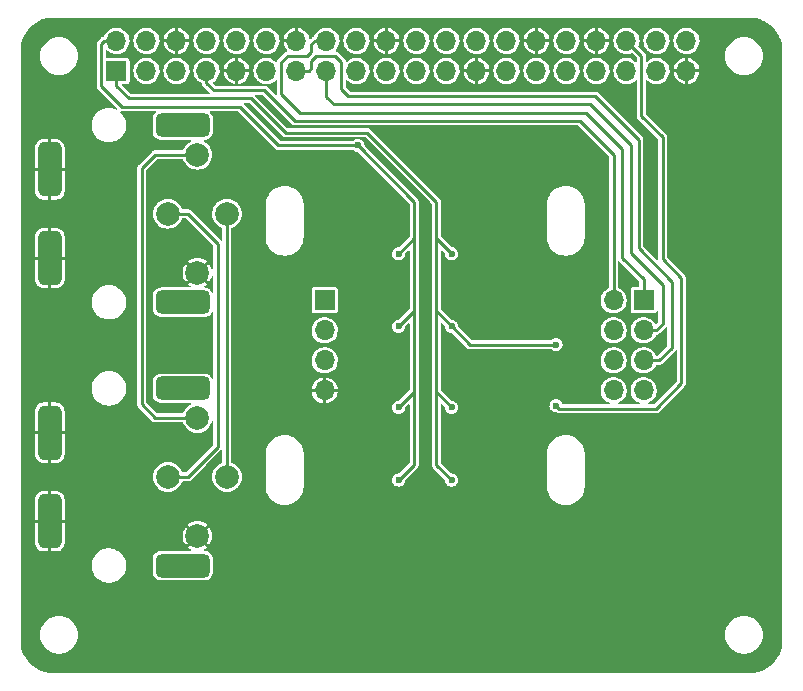
<source format=gbl>
%TF.GenerationSoftware,KiCad,Pcbnew,(6.0.2)*%
%TF.CreationDate,2022-03-15T19:15:36-04:00*%
%TF.ProjectId,Pi1541_Main_Board,50693135-3431-45f4-9d61-696e5f426f61,1.0*%
%TF.SameCoordinates,Original*%
%TF.FileFunction,Copper,L2,Bot*%
%TF.FilePolarity,Positive*%
%FSLAX46Y46*%
G04 Gerber Fmt 4.6, Leading zero omitted, Abs format (unit mm)*
G04 Created by KiCad (PCBNEW (6.0.2)) date 2022-03-15 19:15:36*
%MOMM*%
%LPD*%
G01*
G04 APERTURE LIST*
G04 Aperture macros list*
%AMRoundRect*
0 Rectangle with rounded corners*
0 $1 Rounding radius*
0 $2 $3 $4 $5 $6 $7 $8 $9 X,Y pos of 4 corners*
0 Add a 4 corners polygon primitive as box body*
4,1,4,$2,$3,$4,$5,$6,$7,$8,$9,$2,$3,0*
0 Add four circle primitives for the rounded corners*
1,1,$1+$1,$2,$3*
1,1,$1+$1,$4,$5*
1,1,$1+$1,$6,$7*
1,1,$1+$1,$8,$9*
0 Add four rect primitives between the rounded corners*
20,1,$1+$1,$2,$3,$4,$5,0*
20,1,$1+$1,$4,$5,$6,$7,0*
20,1,$1+$1,$6,$7,$8,$9,0*
20,1,$1+$1,$8,$9,$2,$3,0*%
G04 Aperture macros list end*
%TA.AperFunction,ComponentPad*%
%ADD10RoundRect,0.500000X-1.800000X0.500000X-1.800000X-0.500000X1.800000X-0.500000X1.800000X0.500000X0*%
%TD*%
%TA.AperFunction,ComponentPad*%
%ADD11C,2.000000*%
%TD*%
%TA.AperFunction,ComponentPad*%
%ADD12RoundRect,0.500000X-0.500000X-1.800000X0.500000X-1.800000X0.500000X1.800000X-0.500000X1.800000X0*%
%TD*%
%TA.AperFunction,ComponentPad*%
%ADD13R,1.700000X1.700000*%
%TD*%
%TA.AperFunction,ComponentPad*%
%ADD14O,1.700000X1.700000*%
%TD*%
%TA.AperFunction,ViaPad*%
%ADD15C,0.600000*%
%TD*%
%TA.AperFunction,Conductor*%
%ADD16C,0.254000*%
%TD*%
G04 APERTURE END LIST*
D10*
X120975000Y-102641666D03*
D11*
X122225000Y-100141666D03*
X119725000Y-95141666D03*
X122225000Y-90141666D03*
D10*
X120975000Y-87641666D03*
D11*
X124725000Y-95141666D03*
D12*
X109725000Y-98891666D03*
X109725000Y-91391666D03*
D13*
X133000000Y-80190000D03*
D14*
X133000000Y-82730000D03*
X133000000Y-85270000D03*
X133000000Y-87810000D03*
D10*
X120975000Y-80358333D03*
D11*
X122225000Y-77858333D03*
X119725000Y-72858333D03*
X122225000Y-67858333D03*
D10*
X120975000Y-65358333D03*
D11*
X124725000Y-72858333D03*
D12*
X109725000Y-69108333D03*
X109725000Y-76608333D03*
D13*
X160000000Y-80190000D03*
D14*
X157460000Y-80190000D03*
X160000000Y-82730000D03*
X157460000Y-82730000D03*
X160000000Y-85270000D03*
X157460000Y-85270000D03*
X160000000Y-87810000D03*
X157460000Y-87810000D03*
D13*
X115370000Y-60770000D03*
D14*
X115370000Y-58230000D03*
X117910000Y-60770000D03*
X117910000Y-58230000D03*
X120450000Y-60770000D03*
X120450000Y-58230000D03*
X122990000Y-60770000D03*
X122990000Y-58230000D03*
X125530000Y-60770000D03*
X125530000Y-58230000D03*
X128070000Y-60770000D03*
X128070000Y-58230000D03*
X130610000Y-60770000D03*
X130610000Y-58230000D03*
X133150000Y-60770000D03*
X133150000Y-58230000D03*
X135690000Y-60770000D03*
X135690000Y-58230000D03*
X138230000Y-60770000D03*
X138230000Y-58230000D03*
X140770000Y-60770000D03*
X140770000Y-58230000D03*
X143310000Y-60770000D03*
X143310000Y-58230000D03*
X145850000Y-60770000D03*
X145850000Y-58230000D03*
X148390000Y-60770000D03*
X148390000Y-58230000D03*
X150930000Y-60770000D03*
X150930000Y-58230000D03*
X153470000Y-60770000D03*
X153470000Y-58230000D03*
X156010000Y-60770000D03*
X156010000Y-58230000D03*
X158550000Y-60770000D03*
X158550000Y-58230000D03*
X161090000Y-60770000D03*
X161090000Y-58230000D03*
X163630000Y-60770000D03*
X163630000Y-58230000D03*
D15*
X139262499Y-76250000D03*
X135810000Y-67072500D03*
X139262499Y-89257267D03*
X139262499Y-82392724D03*
X139262499Y-95400000D03*
X143737499Y-95400000D03*
X143737499Y-82392724D03*
X143737499Y-89257267D03*
X152587500Y-83950000D03*
X143737499Y-76250000D03*
X152587500Y-89100000D03*
D16*
X114061040Y-62061040D02*
X114061040Y-58506879D01*
X115800000Y-63800000D02*
X114061040Y-62061040D01*
X140562500Y-81092723D02*
X139262499Y-82392724D01*
X140562500Y-94099999D02*
X140562500Y-71862500D01*
X140562500Y-71825000D02*
X140562500Y-71862500D01*
X135810000Y-67072500D02*
X129072500Y-67072500D01*
X114337919Y-58230000D02*
X115370000Y-58230000D01*
X125800000Y-63800000D02*
X115800000Y-63800000D01*
X139262499Y-95400000D02*
X140562500Y-94099999D01*
X140562500Y-87957266D02*
X139262499Y-89257267D01*
X140562500Y-74949999D02*
X139262499Y-76250000D01*
X114061040Y-58506879D02*
X114337919Y-58230000D01*
X135810000Y-67072500D02*
X140562500Y-71825000D01*
X129072500Y-67072500D02*
X125800000Y-63800000D01*
X119725000Y-72858333D02*
X121394833Y-72858333D01*
X119725000Y-95141666D02*
X121394832Y-95141666D01*
X121394832Y-95141666D02*
X123936499Y-92599999D01*
X121394833Y-72858333D02*
X123936499Y-75399999D01*
X123936499Y-92599999D02*
X123936499Y-75399999D01*
X118641667Y-90141666D02*
X117500000Y-88999999D01*
X117500000Y-88999999D02*
X117500000Y-68999999D01*
X122225000Y-67858333D02*
X118641666Y-67858333D01*
X118641666Y-67858333D02*
X117500000Y-68999999D01*
X122225000Y-90141666D02*
X118641667Y-90141666D01*
X124725000Y-72858333D02*
X124725000Y-95141666D01*
X142437500Y-94100001D02*
X143737499Y-95400000D01*
X143737499Y-82392724D02*
X142437500Y-81092725D01*
X145294775Y-83950000D02*
X152587500Y-83950000D01*
X142437500Y-71837500D02*
X136600000Y-66000000D01*
X136600000Y-66000000D02*
X129700000Y-66000000D01*
X115370000Y-62070000D02*
X115370000Y-60770000D01*
X142437500Y-81092725D02*
X142437500Y-71837500D01*
X116400000Y-63100000D02*
X115370000Y-62070000D01*
X143737499Y-82392724D02*
X145294775Y-83950000D01*
X142437500Y-74950001D02*
X143737499Y-76250000D01*
X142437500Y-87957268D02*
X143737499Y-89257267D01*
X129700000Y-66000000D02*
X126800000Y-63100000D01*
X142437500Y-81062500D02*
X142437500Y-94100001D01*
X126800000Y-63100000D02*
X116400000Y-63100000D01*
X161050000Y-89350000D02*
X163200000Y-87200000D01*
X161600000Y-76700000D02*
X161600000Y-66400000D01*
X159800000Y-59480000D02*
X158550000Y-58230000D01*
X152837500Y-89350000D02*
X161050000Y-89350000D01*
X163200000Y-87200000D02*
X163200000Y-78300000D01*
X159800000Y-64600000D02*
X159800000Y-59480000D01*
X152587500Y-89100000D02*
X152837500Y-89350000D01*
X163200000Y-78300000D02*
X161600000Y-76700000D01*
X161600000Y-66400000D02*
X159800000Y-64600000D01*
X122990000Y-61790000D02*
X122990000Y-60770000D01*
X157460000Y-67860000D02*
X154600000Y-65000000D01*
X130500000Y-65000000D02*
X127900000Y-62400000D01*
X123600000Y-62400000D02*
X122990000Y-61790000D01*
X154600000Y-65000000D02*
X130500000Y-65000000D01*
X127900000Y-62400000D02*
X123600000Y-62400000D01*
X157460000Y-80190000D02*
X157460000Y-67860000D01*
X134419999Y-62319999D02*
X135000000Y-62900000D01*
X131879999Y-59920001D02*
X132300001Y-59499999D01*
X162400000Y-78600000D02*
X162400000Y-84200000D01*
X162400000Y-84200000D02*
X161330000Y-85270000D01*
X134419999Y-60019999D02*
X134419999Y-62319999D01*
X130610000Y-60770000D02*
X131630000Y-60770000D01*
X131879999Y-60520001D02*
X131879999Y-59920001D01*
X132300001Y-59499999D02*
X133899999Y-59499999D01*
X131630000Y-60770000D02*
X131879999Y-60520001D01*
X159600000Y-66600000D02*
X159600000Y-75800000D01*
X135000000Y-62900000D02*
X155900000Y-62900000D01*
X155900000Y-62900000D02*
X159600000Y-66600000D01*
X161330000Y-85270000D02*
X160000000Y-85270000D01*
X133899999Y-59499999D02*
X134419999Y-60019999D01*
X159600000Y-75800000D02*
X162400000Y-78600000D01*
X133150000Y-62950000D02*
X133150000Y-60770000D01*
X133800000Y-63600000D02*
X133150000Y-62950000D01*
X158900000Y-67000000D02*
X155500000Y-63600000D01*
X161600000Y-78923728D02*
X158900000Y-76223728D01*
X160000000Y-82730000D02*
X161070000Y-82730000D01*
X155500000Y-63600000D02*
X133800000Y-63600000D01*
X161070000Y-82730000D02*
X161600000Y-82200000D01*
X158900000Y-76223728D02*
X158900000Y-67000000D01*
X161600000Y-82200000D02*
X161600000Y-78923728D01*
X131879999Y-58520001D02*
X131879999Y-59139999D01*
X158200000Y-67400000D02*
X158200000Y-76600000D01*
X129850001Y-59499999D02*
X129339999Y-60010001D01*
X160000000Y-78400000D02*
X160000000Y-80190000D01*
X133150000Y-58230000D02*
X132170000Y-58230000D01*
X131519999Y-59499999D02*
X129850001Y-59499999D01*
X132170000Y-58230000D02*
X131879999Y-58520001D01*
X155100000Y-64300000D02*
X158200000Y-67400000D01*
X131879999Y-59139999D02*
X131519999Y-59499999D01*
X130900000Y-64300000D02*
X155100000Y-64300000D01*
X129339999Y-60010001D02*
X129339999Y-62739999D01*
X158200000Y-76600000D02*
X160000000Y-78400000D01*
X129339999Y-62739999D02*
X130900000Y-64300000D01*
%TA.AperFunction,Conductor*%
G36*
X168981021Y-56255201D02*
G01*
X169000000Y-56258976D01*
X169011734Y-56256642D01*
X169027420Y-56255540D01*
X169303958Y-56271070D01*
X169310910Y-56271853D01*
X169463033Y-56297700D01*
X169607585Y-56322261D01*
X169614418Y-56323821D01*
X169753348Y-56363846D01*
X169903577Y-56407126D01*
X169910184Y-56409438D01*
X170148785Y-56508270D01*
X170188205Y-56524598D01*
X170194513Y-56527636D01*
X170457885Y-56673196D01*
X170463815Y-56676922D01*
X170709239Y-56851059D01*
X170714719Y-56855429D01*
X170939098Y-57055946D01*
X170944054Y-57060902D01*
X171144571Y-57285281D01*
X171148941Y-57290761D01*
X171323078Y-57536185D01*
X171326804Y-57542115D01*
X171400061Y-57674663D01*
X171472361Y-57805480D01*
X171475402Y-57811795D01*
X171584073Y-58074149D01*
X171590560Y-58089811D01*
X171592874Y-58096423D01*
X171621744Y-58196634D01*
X171676179Y-58385582D01*
X171677739Y-58392415D01*
X171698364Y-58513803D01*
X171727191Y-58683460D01*
X171728146Y-58689083D01*
X171728930Y-58696042D01*
X171739636Y-58886667D01*
X171744460Y-58972577D01*
X171743358Y-58988266D01*
X171741024Y-59000000D01*
X171742225Y-59006038D01*
X171744799Y-59018979D01*
X171746000Y-59031172D01*
X171746000Y-108968828D01*
X171744799Y-108981021D01*
X171741024Y-109000000D01*
X171743358Y-109011734D01*
X171744460Y-109027420D01*
X171728931Y-109303952D01*
X171728146Y-109310917D01*
X171677739Y-109607585D01*
X171676179Y-109614418D01*
X171592875Y-109903573D01*
X171590562Y-109910184D01*
X171510114Y-110104403D01*
X171475402Y-110188205D01*
X171472364Y-110194513D01*
X171326806Y-110457881D01*
X171323078Y-110463815D01*
X171148941Y-110709239D01*
X171144571Y-110714719D01*
X170944054Y-110939098D01*
X170939098Y-110944054D01*
X170714719Y-111144571D01*
X170709239Y-111148941D01*
X170463815Y-111323078D01*
X170457885Y-111326804D01*
X170194513Y-111472364D01*
X170188204Y-111475402D01*
X169910184Y-111590562D01*
X169903577Y-111592874D01*
X169789914Y-111625620D01*
X169614418Y-111676179D01*
X169607585Y-111677739D01*
X169463033Y-111702300D01*
X169310910Y-111728147D01*
X169303958Y-111728930D01*
X169027420Y-111744460D01*
X169011734Y-111743358D01*
X169000000Y-111741024D01*
X168993962Y-111742225D01*
X168981021Y-111744799D01*
X168968828Y-111746000D01*
X110031172Y-111746000D01*
X110018979Y-111744799D01*
X110006038Y-111742225D01*
X110000000Y-111741024D01*
X109988266Y-111743358D01*
X109972580Y-111744460D01*
X109696042Y-111728930D01*
X109689090Y-111728147D01*
X109536967Y-111702300D01*
X109392415Y-111677739D01*
X109385582Y-111676179D01*
X109210086Y-111625620D01*
X109096423Y-111592874D01*
X109089816Y-111590562D01*
X108811796Y-111475402D01*
X108805487Y-111472364D01*
X108542115Y-111326804D01*
X108536185Y-111323078D01*
X108290761Y-111148941D01*
X108285281Y-111144571D01*
X108060902Y-110944054D01*
X108055946Y-110939098D01*
X107855429Y-110714719D01*
X107851059Y-110709239D01*
X107676922Y-110463815D01*
X107673194Y-110457881D01*
X107527636Y-110194513D01*
X107524598Y-110188205D01*
X107489886Y-110104403D01*
X107409438Y-109910184D01*
X107407125Y-109903573D01*
X107323821Y-109614418D01*
X107322261Y-109607585D01*
X107271854Y-109310917D01*
X107271069Y-109303952D01*
X107255540Y-109027420D01*
X107256642Y-109011734D01*
X107258976Y-109000000D01*
X107255201Y-108981021D01*
X107254000Y-108968828D01*
X107254000Y-108500000D01*
X108890539Y-108500000D01*
X108910354Y-108751775D01*
X108969312Y-108997351D01*
X108970254Y-108999625D01*
X109065017Y-109228405D01*
X109065021Y-109228412D01*
X109065960Y-109230680D01*
X109197919Y-109446017D01*
X109361939Y-109638061D01*
X109553983Y-109802081D01*
X109556080Y-109803366D01*
X109730399Y-109910189D01*
X109769320Y-109934040D01*
X109771588Y-109934979D01*
X109771595Y-109934983D01*
X109945270Y-110006921D01*
X110002649Y-110030688D01*
X110248225Y-110089646D01*
X110304882Y-110094105D01*
X110435725Y-110104403D01*
X110435738Y-110104404D01*
X110436964Y-110104500D01*
X110563036Y-110104500D01*
X110564262Y-110104404D01*
X110564275Y-110104403D01*
X110695118Y-110094105D01*
X110751775Y-110089646D01*
X110997351Y-110030688D01*
X111054730Y-110006921D01*
X111228405Y-109934983D01*
X111228412Y-109934979D01*
X111230680Y-109934040D01*
X111269602Y-109910189D01*
X111443920Y-109803366D01*
X111446017Y-109802081D01*
X111638061Y-109638061D01*
X111802081Y-109446017D01*
X111934040Y-109230680D01*
X111934979Y-109228412D01*
X111934983Y-109228405D01*
X112029746Y-108999625D01*
X112030688Y-108997351D01*
X112089646Y-108751775D01*
X112109461Y-108500000D01*
X166890539Y-108500000D01*
X166910354Y-108751775D01*
X166969312Y-108997351D01*
X166970254Y-108999625D01*
X167065017Y-109228405D01*
X167065021Y-109228412D01*
X167065960Y-109230680D01*
X167197919Y-109446017D01*
X167361939Y-109638061D01*
X167553983Y-109802081D01*
X167556080Y-109803366D01*
X167730399Y-109910189D01*
X167769320Y-109934040D01*
X167771588Y-109934979D01*
X167771595Y-109934983D01*
X167945270Y-110006921D01*
X168002649Y-110030688D01*
X168248225Y-110089646D01*
X168304882Y-110094105D01*
X168435725Y-110104403D01*
X168435738Y-110104404D01*
X168436964Y-110104500D01*
X168563036Y-110104500D01*
X168564262Y-110104404D01*
X168564275Y-110104403D01*
X168695118Y-110094105D01*
X168751775Y-110089646D01*
X168997351Y-110030688D01*
X169054730Y-110006921D01*
X169228405Y-109934983D01*
X169228412Y-109934979D01*
X169230680Y-109934040D01*
X169269602Y-109910189D01*
X169443920Y-109803366D01*
X169446017Y-109802081D01*
X169638061Y-109638061D01*
X169802081Y-109446017D01*
X169934040Y-109230680D01*
X169934979Y-109228412D01*
X169934983Y-109228405D01*
X170029746Y-108999625D01*
X170030688Y-108997351D01*
X170089646Y-108751775D01*
X170109461Y-108500000D01*
X170089646Y-108248225D01*
X170030688Y-108002649D01*
X170019710Y-107976145D01*
X169934983Y-107771595D01*
X169934979Y-107771588D01*
X169934040Y-107769320D01*
X169802081Y-107553983D01*
X169638061Y-107361939D01*
X169446017Y-107197919D01*
X169230680Y-107065960D01*
X169228412Y-107065021D01*
X169228405Y-107065017D01*
X168999625Y-106970254D01*
X168999626Y-106970254D01*
X168997351Y-106969312D01*
X168751775Y-106910354D01*
X168695118Y-106905895D01*
X168564275Y-106895597D01*
X168564262Y-106895596D01*
X168563036Y-106895500D01*
X168436964Y-106895500D01*
X168435738Y-106895596D01*
X168435725Y-106895597D01*
X168304882Y-106905895D01*
X168248225Y-106910354D01*
X168002649Y-106969312D01*
X168000374Y-106970254D01*
X168000375Y-106970254D01*
X167771595Y-107065017D01*
X167771588Y-107065021D01*
X167769320Y-107065960D01*
X167553983Y-107197919D01*
X167361939Y-107361939D01*
X167197919Y-107553983D01*
X167065960Y-107769320D01*
X167065021Y-107771588D01*
X167065017Y-107771595D01*
X166980290Y-107976145D01*
X166969312Y-108002649D01*
X166910354Y-108248225D01*
X166890539Y-108500000D01*
X112109461Y-108500000D01*
X112089646Y-108248225D01*
X112030688Y-108002649D01*
X112019710Y-107976145D01*
X111934983Y-107771595D01*
X111934979Y-107771588D01*
X111934040Y-107769320D01*
X111802081Y-107553983D01*
X111638061Y-107361939D01*
X111446017Y-107197919D01*
X111230680Y-107065960D01*
X111228412Y-107065021D01*
X111228405Y-107065017D01*
X110999625Y-106970254D01*
X110999626Y-106970254D01*
X110997351Y-106969312D01*
X110751775Y-106910354D01*
X110695118Y-106905895D01*
X110564275Y-106895597D01*
X110564262Y-106895596D01*
X110563036Y-106895500D01*
X110436964Y-106895500D01*
X110435738Y-106895596D01*
X110435725Y-106895597D01*
X110304882Y-106905895D01*
X110248225Y-106910354D01*
X110002649Y-106969312D01*
X110000374Y-106970254D01*
X110000375Y-106970254D01*
X109771595Y-107065017D01*
X109771588Y-107065021D01*
X109769320Y-107065960D01*
X109553983Y-107197919D01*
X109361939Y-107361939D01*
X109197919Y-107553983D01*
X109065960Y-107769320D01*
X109065021Y-107771588D01*
X109065017Y-107771595D01*
X108980290Y-107976145D01*
X108969312Y-108002649D01*
X108910354Y-108248225D01*
X108890539Y-108500000D01*
X107254000Y-108500000D01*
X107254000Y-102743475D01*
X113269070Y-102743475D01*
X113305248Y-102979899D01*
X113306046Y-102982339D01*
X113306046Y-102982341D01*
X113373985Y-103190197D01*
X113379555Y-103207239D01*
X113380740Y-103209516D01*
X113380742Y-103209520D01*
X113427972Y-103300247D01*
X113489994Y-103419391D01*
X113633600Y-103610656D01*
X113635452Y-103612426D01*
X113635453Y-103612427D01*
X113639277Y-103616081D01*
X113806516Y-103775899D01*
X113808636Y-103777345D01*
X113808637Y-103777346D01*
X113982821Y-103896166D01*
X114004099Y-103910681D01*
X114221042Y-104011382D01*
X114223509Y-104012066D01*
X114223514Y-104012068D01*
X114404637Y-104062298D01*
X114451520Y-104075300D01*
X114541411Y-104084906D01*
X114645126Y-104095990D01*
X114645130Y-104095990D01*
X114646775Y-104096166D01*
X114785633Y-104096166D01*
X114963372Y-104081553D01*
X114998258Y-104072790D01*
X115192855Y-104023911D01*
X115192858Y-104023910D01*
X115195342Y-104023286D01*
X115222720Y-104011382D01*
X115257651Y-103996194D01*
X115414681Y-103927915D01*
X115615498Y-103798001D01*
X115792400Y-103637032D01*
X115793991Y-103635018D01*
X115939040Y-103451355D01*
X115939045Y-103451348D01*
X115940636Y-103449333D01*
X116056226Y-103239943D01*
X116067807Y-103207239D01*
X116073276Y-103191794D01*
X118420500Y-103191794D01*
X118420666Y-103193390D01*
X118420666Y-103193398D01*
X118422339Y-103209520D01*
X118431417Y-103297009D01*
X118432496Y-103300245D01*
X118432497Y-103300247D01*
X118482911Y-103451355D01*
X118487097Y-103463903D01*
X118489006Y-103466988D01*
X118489008Y-103466992D01*
X118540275Y-103549838D01*
X118579678Y-103613512D01*
X118582249Y-103616079D01*
X118582251Y-103616081D01*
X118603239Y-103637032D01*
X118704194Y-103737810D01*
X118707286Y-103739716D01*
X118850873Y-103828225D01*
X118850875Y-103828226D01*
X118853964Y-103830130D01*
X119020955Y-103885519D01*
X119083362Y-103891913D01*
X119123288Y-103896004D01*
X119123294Y-103896004D01*
X119124872Y-103896166D01*
X122825128Y-103896166D01*
X122826724Y-103896000D01*
X122826732Y-103896000D01*
X122926944Y-103885602D01*
X122926947Y-103885601D01*
X122930343Y-103885249D01*
X122933579Y-103884170D01*
X122933581Y-103884169D01*
X123093794Y-103830718D01*
X123093796Y-103830717D01*
X123097237Y-103829569D01*
X123100322Y-103827660D01*
X123100326Y-103827658D01*
X123186833Y-103774125D01*
X123246846Y-103736988D01*
X123249413Y-103734417D01*
X123249415Y-103734415D01*
X123367541Y-103616081D01*
X123371144Y-103612472D01*
X123463464Y-103462702D01*
X123518853Y-103295711D01*
X123529500Y-103191794D01*
X123529500Y-102091538D01*
X123527898Y-102076093D01*
X123518936Y-101989722D01*
X123518935Y-101989719D01*
X123518583Y-101986323D01*
X123478514Y-101866220D01*
X123464052Y-101822872D01*
X123464051Y-101822870D01*
X123462903Y-101819429D01*
X123460994Y-101816344D01*
X123460992Y-101816340D01*
X123372235Y-101672912D01*
X123370322Y-101669820D01*
X123367751Y-101667253D01*
X123367749Y-101667251D01*
X123307855Y-101607463D01*
X123245806Y-101545522D01*
X123242714Y-101543616D01*
X123099127Y-101455107D01*
X123099125Y-101455106D01*
X123096036Y-101453202D01*
X122929045Y-101397813D01*
X122866638Y-101391419D01*
X122826712Y-101387328D01*
X122826706Y-101387328D01*
X122825128Y-101387166D01*
X122803153Y-101387166D01*
X122758959Y-101368860D01*
X122740653Y-101324666D01*
X122758959Y-101280472D01*
X122776739Y-101268022D01*
X122851921Y-101232964D01*
X122856632Y-101230243D01*
X123009570Y-101123156D01*
X123014682Y-101115131D01*
X123013492Y-101109763D01*
X122233790Y-100330061D01*
X122225000Y-100326420D01*
X122216210Y-100330061D01*
X121439036Y-101107235D01*
X121435395Y-101116025D01*
X121437499Y-101121104D01*
X121593368Y-101230243D01*
X121598079Y-101232964D01*
X121673261Y-101268022D01*
X121705578Y-101303290D01*
X121703491Y-101351080D01*
X121668223Y-101383397D01*
X121646847Y-101387166D01*
X119124872Y-101387166D01*
X119123276Y-101387332D01*
X119123268Y-101387332D01*
X119023056Y-101397730D01*
X119023053Y-101397731D01*
X119019657Y-101398083D01*
X119016421Y-101399162D01*
X119016419Y-101399163D01*
X118856206Y-101452614D01*
X118856204Y-101452615D01*
X118852763Y-101453763D01*
X118849678Y-101455672D01*
X118849674Y-101455674D01*
X118798957Y-101487059D01*
X118703154Y-101546344D01*
X118700587Y-101548915D01*
X118700585Y-101548917D01*
X118640797Y-101608811D01*
X118578856Y-101670860D01*
X118486536Y-101820630D01*
X118431147Y-101987621D01*
X118420500Y-102091538D01*
X118420500Y-103191794D01*
X116073276Y-103191794D01*
X116135207Y-103016906D01*
X116135208Y-103016903D01*
X116136064Y-103014485D01*
X116178008Y-102779016D01*
X116180930Y-102539857D01*
X116144752Y-102303433D01*
X116134275Y-102271377D01*
X116071244Y-102078537D01*
X116071243Y-102078535D01*
X116070445Y-102076093D01*
X116053421Y-102043389D01*
X115961192Y-101866220D01*
X115960006Y-101863941D01*
X115816400Y-101672676D01*
X115813412Y-101669820D01*
X115684202Y-101546344D01*
X115643484Y-101507433D01*
X115564807Y-101453763D01*
X115448027Y-101374101D01*
X115448025Y-101374100D01*
X115445901Y-101372651D01*
X115228958Y-101271950D01*
X115226491Y-101271266D01*
X115226486Y-101271264D01*
X115000946Y-101208716D01*
X115000947Y-101208716D01*
X114998480Y-101208032D01*
X114908589Y-101198426D01*
X114804874Y-101187342D01*
X114804870Y-101187342D01*
X114803225Y-101187166D01*
X114664367Y-101187166D01*
X114486628Y-101201779D01*
X114484135Y-101202405D01*
X114484136Y-101202405D01*
X114257145Y-101259421D01*
X114257142Y-101259422D01*
X114254658Y-101260046D01*
X114252306Y-101261069D01*
X114252305Y-101261069D01*
X114224794Y-101273031D01*
X114035319Y-101355417D01*
X113834502Y-101485331D01*
X113657600Y-101646300D01*
X113656012Y-101648311D01*
X113656009Y-101648314D01*
X113510960Y-101831977D01*
X113510955Y-101831984D01*
X113509364Y-101833999D01*
X113393774Y-102043389D01*
X113392918Y-102045805D01*
X113392918Y-102045806D01*
X113376154Y-102093148D01*
X113313936Y-102268847D01*
X113271992Y-102504316D01*
X113269070Y-102743475D01*
X107254000Y-102743475D01*
X107254000Y-100740154D01*
X108471000Y-100740154D01*
X108471166Y-100743368D01*
X108481556Y-100843506D01*
X108482991Y-100850149D01*
X108536404Y-101010245D01*
X108539464Y-101016778D01*
X108628161Y-101160112D01*
X108632640Y-101165763D01*
X108751937Y-101284852D01*
X108757598Y-101289323D01*
X108901087Y-101377769D01*
X108907621Y-101380816D01*
X109067816Y-101433951D01*
X109074456Y-101435374D01*
X109173314Y-101445503D01*
X109176494Y-101445666D01*
X109585569Y-101445666D01*
X109594359Y-101442025D01*
X109598000Y-101433235D01*
X109852000Y-101433235D01*
X109855641Y-101442025D01*
X109864431Y-101445666D01*
X110273488Y-101445666D01*
X110276702Y-101445500D01*
X110376840Y-101435110D01*
X110383483Y-101433675D01*
X110543579Y-101380262D01*
X110550112Y-101377202D01*
X110693446Y-101288505D01*
X110699097Y-101284026D01*
X110818186Y-101164729D01*
X110822657Y-101159068D01*
X110911103Y-101015579D01*
X110914150Y-101009045D01*
X110967285Y-100848850D01*
X110968708Y-100842210D01*
X110978837Y-100743352D01*
X110979000Y-100740172D01*
X110979000Y-100144386D01*
X120966448Y-100144386D01*
X120985096Y-100357535D01*
X120986040Y-100362889D01*
X121041417Y-100569561D01*
X121043277Y-100574670D01*
X121133702Y-100768587D01*
X121136423Y-100773298D01*
X121243510Y-100926236D01*
X121251535Y-100931348D01*
X121256903Y-100930158D01*
X122036605Y-100150456D01*
X122040246Y-100141666D01*
X122409754Y-100141666D01*
X122413395Y-100150456D01*
X123190569Y-100927630D01*
X123199359Y-100931271D01*
X123204438Y-100929167D01*
X123313577Y-100773298D01*
X123316298Y-100768587D01*
X123406723Y-100574670D01*
X123408583Y-100569561D01*
X123463960Y-100362889D01*
X123464904Y-100357535D01*
X123483552Y-100144386D01*
X123483552Y-100138946D01*
X123464904Y-99925797D01*
X123463960Y-99920443D01*
X123408583Y-99713771D01*
X123406723Y-99708662D01*
X123316298Y-99514745D01*
X123313577Y-99510034D01*
X123206490Y-99357096D01*
X123198465Y-99351984D01*
X123193097Y-99353174D01*
X122413395Y-100132876D01*
X122409754Y-100141666D01*
X122040246Y-100141666D01*
X122036605Y-100132876D01*
X121259431Y-99355702D01*
X121250641Y-99352061D01*
X121245562Y-99354165D01*
X121136423Y-99510034D01*
X121133702Y-99514745D01*
X121043277Y-99708662D01*
X121041417Y-99713771D01*
X120986040Y-99920443D01*
X120985096Y-99925797D01*
X120966448Y-100138946D01*
X120966448Y-100144386D01*
X110979000Y-100144386D01*
X110979000Y-99168201D01*
X121435318Y-99168201D01*
X121436508Y-99173569D01*
X122216210Y-99953271D01*
X122225000Y-99956912D01*
X122233790Y-99953271D01*
X123010964Y-99176097D01*
X123014605Y-99167307D01*
X123012501Y-99162228D01*
X122856632Y-99053089D01*
X122851921Y-99050368D01*
X122658004Y-98959943D01*
X122652895Y-98958083D01*
X122446223Y-98902706D01*
X122440869Y-98901762D01*
X122227720Y-98883114D01*
X122222280Y-98883114D01*
X122009131Y-98901762D01*
X122003777Y-98902706D01*
X121797105Y-98958083D01*
X121791996Y-98959943D01*
X121598079Y-99050368D01*
X121593368Y-99053089D01*
X121440430Y-99160176D01*
X121435318Y-99168201D01*
X110979000Y-99168201D01*
X110979000Y-99031097D01*
X110975359Y-99022307D01*
X110966569Y-99018666D01*
X109864431Y-99018666D01*
X109855641Y-99022307D01*
X109852000Y-99031097D01*
X109852000Y-101433235D01*
X109598000Y-101433235D01*
X109598000Y-99031097D01*
X109594359Y-99022307D01*
X109585569Y-99018666D01*
X108483431Y-99018666D01*
X108474641Y-99022307D01*
X108471000Y-99031097D01*
X108471000Y-100740154D01*
X107254000Y-100740154D01*
X107254000Y-98752235D01*
X108471000Y-98752235D01*
X108474641Y-98761025D01*
X108483431Y-98764666D01*
X109585569Y-98764666D01*
X109594359Y-98761025D01*
X109598000Y-98752235D01*
X109852000Y-98752235D01*
X109855641Y-98761025D01*
X109864431Y-98764666D01*
X110966569Y-98764666D01*
X110975359Y-98761025D01*
X110979000Y-98752235D01*
X110979000Y-97043178D01*
X110978834Y-97039964D01*
X110968444Y-96939826D01*
X110967009Y-96933183D01*
X110913596Y-96773087D01*
X110910536Y-96766554D01*
X110821839Y-96623220D01*
X110817360Y-96617569D01*
X110698063Y-96498480D01*
X110692402Y-96494009D01*
X110548913Y-96405563D01*
X110542379Y-96402516D01*
X110382184Y-96349381D01*
X110375544Y-96347958D01*
X110276686Y-96337829D01*
X110273506Y-96337666D01*
X109864431Y-96337666D01*
X109855641Y-96341307D01*
X109852000Y-96350097D01*
X109852000Y-98752235D01*
X109598000Y-98752235D01*
X109598000Y-96350097D01*
X109594359Y-96341307D01*
X109585569Y-96337666D01*
X109176512Y-96337666D01*
X109173298Y-96337832D01*
X109073160Y-96348222D01*
X109066517Y-96349657D01*
X108906421Y-96403070D01*
X108899888Y-96406130D01*
X108756554Y-96494827D01*
X108750903Y-96499306D01*
X108631814Y-96618603D01*
X108627343Y-96624264D01*
X108538897Y-96767753D01*
X108535850Y-96774287D01*
X108482715Y-96934482D01*
X108481292Y-96941122D01*
X108471163Y-97039980D01*
X108471000Y-97043160D01*
X108471000Y-98752235D01*
X107254000Y-98752235D01*
X107254000Y-93240154D01*
X108471000Y-93240154D01*
X108471166Y-93243368D01*
X108481556Y-93343506D01*
X108482991Y-93350149D01*
X108536404Y-93510245D01*
X108539464Y-93516778D01*
X108628161Y-93660112D01*
X108632640Y-93665763D01*
X108751937Y-93784852D01*
X108757598Y-93789323D01*
X108901087Y-93877769D01*
X108907621Y-93880816D01*
X109067816Y-93933951D01*
X109074456Y-93935374D01*
X109173314Y-93945503D01*
X109176494Y-93945666D01*
X109585569Y-93945666D01*
X109594359Y-93942025D01*
X109598000Y-93933235D01*
X109852000Y-93933235D01*
X109855641Y-93942025D01*
X109864431Y-93945666D01*
X110273488Y-93945666D01*
X110276702Y-93945500D01*
X110376840Y-93935110D01*
X110383483Y-93933675D01*
X110543579Y-93880262D01*
X110550112Y-93877202D01*
X110693446Y-93788505D01*
X110699097Y-93784026D01*
X110818186Y-93664729D01*
X110822657Y-93659068D01*
X110911103Y-93515579D01*
X110914150Y-93509045D01*
X110967285Y-93348850D01*
X110968708Y-93342210D01*
X110978837Y-93243352D01*
X110979000Y-93240172D01*
X110979000Y-91531097D01*
X110975359Y-91522307D01*
X110966569Y-91518666D01*
X109864431Y-91518666D01*
X109855641Y-91522307D01*
X109852000Y-91531097D01*
X109852000Y-93933235D01*
X109598000Y-93933235D01*
X109598000Y-91531097D01*
X109594359Y-91522307D01*
X109585569Y-91518666D01*
X108483431Y-91518666D01*
X108474641Y-91522307D01*
X108471000Y-91531097D01*
X108471000Y-93240154D01*
X107254000Y-93240154D01*
X107254000Y-91252235D01*
X108471000Y-91252235D01*
X108474641Y-91261025D01*
X108483431Y-91264666D01*
X109585569Y-91264666D01*
X109594359Y-91261025D01*
X109598000Y-91252235D01*
X109852000Y-91252235D01*
X109855641Y-91261025D01*
X109864431Y-91264666D01*
X110966569Y-91264666D01*
X110975359Y-91261025D01*
X110979000Y-91252235D01*
X110979000Y-89543178D01*
X110978834Y-89539964D01*
X110968444Y-89439826D01*
X110967009Y-89433183D01*
X110913596Y-89273087D01*
X110910536Y-89266554D01*
X110821839Y-89123220D01*
X110817360Y-89117569D01*
X110698063Y-88998480D01*
X110692402Y-88994009D01*
X110548913Y-88905563D01*
X110542379Y-88902516D01*
X110382184Y-88849381D01*
X110375544Y-88847958D01*
X110276686Y-88837829D01*
X110273506Y-88837666D01*
X109864431Y-88837666D01*
X109855641Y-88841307D01*
X109852000Y-88850097D01*
X109852000Y-91252235D01*
X109598000Y-91252235D01*
X109598000Y-88850097D01*
X109594359Y-88841307D01*
X109585569Y-88837666D01*
X109176512Y-88837666D01*
X109173298Y-88837832D01*
X109073160Y-88848222D01*
X109066517Y-88849657D01*
X108906421Y-88903070D01*
X108899888Y-88906130D01*
X108756554Y-88994827D01*
X108750903Y-88999306D01*
X108631814Y-89118603D01*
X108627343Y-89124264D01*
X108538897Y-89267753D01*
X108535850Y-89274287D01*
X108482715Y-89434482D01*
X108481292Y-89441122D01*
X108471163Y-89539980D01*
X108471000Y-89543160D01*
X108471000Y-91252235D01*
X107254000Y-91252235D01*
X107254000Y-87743475D01*
X113269070Y-87743475D01*
X113305248Y-87979899D01*
X113306046Y-87982339D01*
X113306046Y-87982341D01*
X113374507Y-88191794D01*
X113379555Y-88207239D01*
X113380740Y-88209516D01*
X113380742Y-88209520D01*
X113397750Y-88242191D01*
X113489994Y-88419391D01*
X113633600Y-88610656D01*
X113635452Y-88612426D01*
X113635453Y-88612427D01*
X113659093Y-88635018D01*
X113806516Y-88775899D01*
X113808636Y-88777345D01*
X113808637Y-88777346D01*
X113997054Y-88905875D01*
X114004099Y-88910681D01*
X114006431Y-88911764D01*
X114006432Y-88911764D01*
X114153528Y-88980043D01*
X114221042Y-89011382D01*
X114223509Y-89012066D01*
X114223514Y-89012068D01*
X114368636Y-89052314D01*
X114451520Y-89075300D01*
X114541411Y-89084906D01*
X114645126Y-89095990D01*
X114645130Y-89095990D01*
X114646775Y-89096166D01*
X114785633Y-89096166D01*
X114963372Y-89081553D01*
X115068164Y-89055231D01*
X115192855Y-89023911D01*
X115192858Y-89023910D01*
X115195342Y-89023286D01*
X115222720Y-89011382D01*
X115278999Y-88986911D01*
X115414681Y-88927915D01*
X115615498Y-88798001D01*
X115792400Y-88637032D01*
X115793991Y-88635018D01*
X115939040Y-88451355D01*
X115939045Y-88451348D01*
X115940636Y-88449333D01*
X116056226Y-88239943D01*
X116067807Y-88207239D01*
X116135207Y-88016906D01*
X116135208Y-88016903D01*
X116136064Y-88014485D01*
X116136515Y-88011955D01*
X116177557Y-87781550D01*
X116177557Y-87781545D01*
X116178008Y-87779016D01*
X116180411Y-87582322D01*
X116180899Y-87542425D01*
X116180899Y-87542420D01*
X116180930Y-87539857D01*
X116144752Y-87303433D01*
X116134275Y-87271377D01*
X116071244Y-87078537D01*
X116071243Y-87078535D01*
X116070445Y-87076093D01*
X116062216Y-87060284D01*
X115985342Y-86912612D01*
X115960006Y-86863941D01*
X115816400Y-86672676D01*
X115813412Y-86669820D01*
X115684202Y-86546344D01*
X115643484Y-86507433D01*
X115564807Y-86453763D01*
X115448027Y-86374101D01*
X115448025Y-86374100D01*
X115445901Y-86372651D01*
X115228958Y-86271950D01*
X115226491Y-86271266D01*
X115226486Y-86271264D01*
X115000946Y-86208716D01*
X115000947Y-86208716D01*
X114998480Y-86208032D01*
X114908589Y-86198426D01*
X114804874Y-86187342D01*
X114804870Y-86187342D01*
X114803225Y-86187166D01*
X114664367Y-86187166D01*
X114486628Y-86201779D01*
X114484135Y-86202405D01*
X114484136Y-86202405D01*
X114257145Y-86259421D01*
X114257142Y-86259422D01*
X114254658Y-86260046D01*
X114252306Y-86261069D01*
X114252305Y-86261069D01*
X114224794Y-86273031D01*
X114035319Y-86355417D01*
X113834502Y-86485331D01*
X113657600Y-86646300D01*
X113656012Y-86648311D01*
X113656009Y-86648314D01*
X113510960Y-86831977D01*
X113510955Y-86831984D01*
X113509364Y-86833999D01*
X113508120Y-86836253D01*
X113508119Y-86836254D01*
X113455300Y-86931936D01*
X113393774Y-87043389D01*
X113392918Y-87045805D01*
X113392918Y-87045806D01*
X113316276Y-87262240D01*
X113313936Y-87268847D01*
X113313486Y-87271373D01*
X113313485Y-87271377D01*
X113273018Y-87498558D01*
X113271992Y-87504316D01*
X113269070Y-87743475D01*
X107254000Y-87743475D01*
X107254000Y-80460142D01*
X113269070Y-80460142D01*
X113305248Y-80696566D01*
X113306046Y-80699006D01*
X113306046Y-80699008D01*
X113374370Y-80908043D01*
X113379555Y-80923906D01*
X113380740Y-80926183D01*
X113380742Y-80926187D01*
X113397750Y-80958858D01*
X113489994Y-81136058D01*
X113633600Y-81327323D01*
X113635452Y-81329093D01*
X113635453Y-81329094D01*
X113639277Y-81332748D01*
X113806516Y-81492566D01*
X113808636Y-81494012D01*
X113808637Y-81494013D01*
X113982821Y-81612833D01*
X114004099Y-81627348D01*
X114006431Y-81628431D01*
X114006432Y-81628431D01*
X114090613Y-81667506D01*
X114221042Y-81728049D01*
X114223509Y-81728733D01*
X114223514Y-81728735D01*
X114404637Y-81778965D01*
X114451520Y-81791967D01*
X114541411Y-81801573D01*
X114645126Y-81812657D01*
X114645130Y-81812657D01*
X114646775Y-81812833D01*
X114785633Y-81812833D01*
X114963372Y-81798220D01*
X114998258Y-81789457D01*
X115192855Y-81740578D01*
X115192858Y-81740577D01*
X115195342Y-81739953D01*
X115222720Y-81728049D01*
X115364397Y-81666446D01*
X115414681Y-81644582D01*
X115615498Y-81514668D01*
X115792400Y-81353699D01*
X115793991Y-81351685D01*
X115939040Y-81168022D01*
X115939045Y-81168015D01*
X115940636Y-81166000D01*
X115946168Y-81155980D01*
X116054985Y-80958858D01*
X116056226Y-80956610D01*
X116067807Y-80923906D01*
X116135207Y-80733573D01*
X116135208Y-80733570D01*
X116136064Y-80731152D01*
X116142677Y-80694029D01*
X116177557Y-80498217D01*
X116177557Y-80498212D01*
X116178008Y-80495683D01*
X116180930Y-80256524D01*
X116144752Y-80020100D01*
X116134275Y-79988044D01*
X116071244Y-79795204D01*
X116071243Y-79795202D01*
X116070445Y-79792760D01*
X116057684Y-79768245D01*
X116012370Y-79681199D01*
X115960006Y-79580608D01*
X115816400Y-79389343D01*
X115813412Y-79386487D01*
X115684202Y-79263011D01*
X115643484Y-79224100D01*
X115611084Y-79201998D01*
X115448027Y-79090768D01*
X115448025Y-79090767D01*
X115445901Y-79089318D01*
X115443568Y-79088235D01*
X115231287Y-78989698D01*
X115231286Y-78989698D01*
X115228958Y-78988617D01*
X115226491Y-78987933D01*
X115226486Y-78987931D01*
X115000946Y-78925383D01*
X115000947Y-78925383D01*
X114998480Y-78924699D01*
X114908589Y-78915093D01*
X114804874Y-78904009D01*
X114804870Y-78904009D01*
X114803225Y-78903833D01*
X114664367Y-78903833D01*
X114486628Y-78918446D01*
X114484135Y-78919072D01*
X114484136Y-78919072D01*
X114257145Y-78976088D01*
X114257142Y-78976089D01*
X114254658Y-78976713D01*
X114252306Y-78977736D01*
X114252305Y-78977736D01*
X114224794Y-78989698D01*
X114035319Y-79072084D01*
X113834502Y-79201998D01*
X113657600Y-79362967D01*
X113656012Y-79364978D01*
X113656009Y-79364981D01*
X113510960Y-79548644D01*
X113510955Y-79548651D01*
X113509364Y-79550666D01*
X113508120Y-79552920D01*
X113508119Y-79552921D01*
X113489931Y-79585869D01*
X113393774Y-79760056D01*
X113392918Y-79762472D01*
X113392918Y-79762473D01*
X113381328Y-79795204D01*
X113313936Y-79985514D01*
X113313486Y-79988040D01*
X113313485Y-79988044D01*
X113277186Y-80191827D01*
X113271992Y-80220983D01*
X113270423Y-80349370D01*
X113269174Y-80451658D01*
X113269070Y-80460142D01*
X107254000Y-80460142D01*
X107254000Y-78456821D01*
X108471000Y-78456821D01*
X108471166Y-78460035D01*
X108481556Y-78560173D01*
X108482991Y-78566816D01*
X108536404Y-78726912D01*
X108539464Y-78733445D01*
X108628161Y-78876779D01*
X108632640Y-78882430D01*
X108751937Y-79001519D01*
X108757598Y-79005990D01*
X108901087Y-79094436D01*
X108907621Y-79097483D01*
X109067816Y-79150618D01*
X109074456Y-79152041D01*
X109173314Y-79162170D01*
X109176494Y-79162333D01*
X109585569Y-79162333D01*
X109594359Y-79158692D01*
X109598000Y-79149902D01*
X109852000Y-79149902D01*
X109855641Y-79158692D01*
X109864431Y-79162333D01*
X110273488Y-79162333D01*
X110276702Y-79162167D01*
X110376840Y-79151777D01*
X110383483Y-79150342D01*
X110543579Y-79096929D01*
X110550112Y-79093869D01*
X110693446Y-79005172D01*
X110699097Y-79000693D01*
X110818186Y-78881396D01*
X110822657Y-78875735D01*
X110911103Y-78732246D01*
X110914150Y-78725712D01*
X110967285Y-78565517D01*
X110968708Y-78558877D01*
X110978837Y-78460019D01*
X110979000Y-78456839D01*
X110979000Y-76747764D01*
X110975359Y-76738974D01*
X110966569Y-76735333D01*
X109864431Y-76735333D01*
X109855641Y-76738974D01*
X109852000Y-76747764D01*
X109852000Y-79149902D01*
X109598000Y-79149902D01*
X109598000Y-76747764D01*
X109594359Y-76738974D01*
X109585569Y-76735333D01*
X108483431Y-76735333D01*
X108474641Y-76738974D01*
X108471000Y-76747764D01*
X108471000Y-78456821D01*
X107254000Y-78456821D01*
X107254000Y-76468902D01*
X108471000Y-76468902D01*
X108474641Y-76477692D01*
X108483431Y-76481333D01*
X109585569Y-76481333D01*
X109594359Y-76477692D01*
X109598000Y-76468902D01*
X109852000Y-76468902D01*
X109855641Y-76477692D01*
X109864431Y-76481333D01*
X110966569Y-76481333D01*
X110975359Y-76477692D01*
X110979000Y-76468902D01*
X110979000Y-74759845D01*
X110978834Y-74756631D01*
X110968444Y-74656493D01*
X110967009Y-74649850D01*
X110913596Y-74489754D01*
X110910536Y-74483221D01*
X110821839Y-74339887D01*
X110817360Y-74334236D01*
X110698063Y-74215147D01*
X110692402Y-74210676D01*
X110548913Y-74122230D01*
X110542379Y-74119183D01*
X110382184Y-74066048D01*
X110375544Y-74064625D01*
X110276686Y-74054496D01*
X110273506Y-74054333D01*
X109864431Y-74054333D01*
X109855641Y-74057974D01*
X109852000Y-74066764D01*
X109852000Y-76468902D01*
X109598000Y-76468902D01*
X109598000Y-74066764D01*
X109594359Y-74057974D01*
X109585569Y-74054333D01*
X109176512Y-74054333D01*
X109173298Y-74054499D01*
X109073160Y-74064889D01*
X109066517Y-74066324D01*
X108906421Y-74119737D01*
X108899888Y-74122797D01*
X108756554Y-74211494D01*
X108750903Y-74215973D01*
X108631814Y-74335270D01*
X108627343Y-74340931D01*
X108538897Y-74484420D01*
X108535850Y-74490954D01*
X108482715Y-74651149D01*
X108481292Y-74657789D01*
X108471163Y-74756647D01*
X108471000Y-74759827D01*
X108471000Y-76468902D01*
X107254000Y-76468902D01*
X107254000Y-70956821D01*
X108471000Y-70956821D01*
X108471166Y-70960035D01*
X108481556Y-71060173D01*
X108482991Y-71066816D01*
X108536404Y-71226912D01*
X108539464Y-71233445D01*
X108628161Y-71376779D01*
X108632640Y-71382430D01*
X108751937Y-71501519D01*
X108757598Y-71505990D01*
X108901087Y-71594436D01*
X108907621Y-71597483D01*
X109067816Y-71650618D01*
X109074456Y-71652041D01*
X109173314Y-71662170D01*
X109176494Y-71662333D01*
X109585569Y-71662333D01*
X109594359Y-71658692D01*
X109598000Y-71649902D01*
X109852000Y-71649902D01*
X109855641Y-71658692D01*
X109864431Y-71662333D01*
X110273488Y-71662333D01*
X110276702Y-71662167D01*
X110376840Y-71651777D01*
X110383483Y-71650342D01*
X110543579Y-71596929D01*
X110550112Y-71593869D01*
X110693446Y-71505172D01*
X110699097Y-71500693D01*
X110818186Y-71381396D01*
X110822657Y-71375735D01*
X110911103Y-71232246D01*
X110914150Y-71225712D01*
X110967285Y-71065517D01*
X110968708Y-71058877D01*
X110978837Y-70960019D01*
X110979000Y-70956839D01*
X110979000Y-69247764D01*
X110975359Y-69238974D01*
X110966569Y-69235333D01*
X109864431Y-69235333D01*
X109855641Y-69238974D01*
X109852000Y-69247764D01*
X109852000Y-71649902D01*
X109598000Y-71649902D01*
X109598000Y-69247764D01*
X109594359Y-69238974D01*
X109585569Y-69235333D01*
X108483431Y-69235333D01*
X108474641Y-69238974D01*
X108471000Y-69247764D01*
X108471000Y-70956821D01*
X107254000Y-70956821D01*
X107254000Y-68968902D01*
X108471000Y-68968902D01*
X108474641Y-68977692D01*
X108483431Y-68981333D01*
X109585569Y-68981333D01*
X109594359Y-68977692D01*
X109598000Y-68968902D01*
X109852000Y-68968902D01*
X109855641Y-68977692D01*
X109864431Y-68981333D01*
X110966569Y-68981333D01*
X110975359Y-68977692D01*
X110979000Y-68968902D01*
X110979000Y-67259845D01*
X110978834Y-67256631D01*
X110968444Y-67156493D01*
X110967009Y-67149850D01*
X110913596Y-66989754D01*
X110910536Y-66983221D01*
X110821839Y-66839887D01*
X110817360Y-66834236D01*
X110698063Y-66715147D01*
X110692402Y-66710676D01*
X110548913Y-66622230D01*
X110542379Y-66619183D01*
X110382184Y-66566048D01*
X110375544Y-66564625D01*
X110276686Y-66554496D01*
X110273506Y-66554333D01*
X109864431Y-66554333D01*
X109855641Y-66557974D01*
X109852000Y-66566764D01*
X109852000Y-68968902D01*
X109598000Y-68968902D01*
X109598000Y-66566764D01*
X109594359Y-66557974D01*
X109585569Y-66554333D01*
X109176512Y-66554333D01*
X109173298Y-66554499D01*
X109073160Y-66564889D01*
X109066517Y-66566324D01*
X108906421Y-66619737D01*
X108899888Y-66622797D01*
X108756554Y-66711494D01*
X108750903Y-66715973D01*
X108631814Y-66835270D01*
X108627343Y-66840931D01*
X108538897Y-66984420D01*
X108535850Y-66990954D01*
X108482715Y-67151149D01*
X108481292Y-67157789D01*
X108471163Y-67256647D01*
X108471000Y-67259827D01*
X108471000Y-68968902D01*
X107254000Y-68968902D01*
X107254000Y-65460142D01*
X113269070Y-65460142D01*
X113305248Y-65696566D01*
X113306046Y-65699006D01*
X113306046Y-65699008D01*
X113373985Y-65906864D01*
X113379555Y-65923906D01*
X113380740Y-65926183D01*
X113380742Y-65926187D01*
X113427972Y-66016914D01*
X113489994Y-66136058D01*
X113633600Y-66327323D01*
X113635452Y-66329093D01*
X113635453Y-66329094D01*
X113645750Y-66338934D01*
X113806516Y-66492566D01*
X113808636Y-66494012D01*
X113808637Y-66494013D01*
X113992942Y-66619737D01*
X114004099Y-66627348D01*
X114006431Y-66628431D01*
X114006432Y-66628431D01*
X114153528Y-66696710D01*
X114221042Y-66728049D01*
X114223509Y-66728733D01*
X114223514Y-66728735D01*
X114399722Y-66777602D01*
X114451520Y-66791967D01*
X114541411Y-66801573D01*
X114645126Y-66812657D01*
X114645130Y-66812657D01*
X114646775Y-66812833D01*
X114785633Y-66812833D01*
X114963372Y-66798220D01*
X115028376Y-66781892D01*
X115192855Y-66740578D01*
X115192858Y-66740577D01*
X115195342Y-66739953D01*
X115222720Y-66728049D01*
X115294794Y-66696710D01*
X115414681Y-66644582D01*
X115615498Y-66514668D01*
X115792400Y-66353699D01*
X115796258Y-66348814D01*
X115939040Y-66168022D01*
X115939045Y-66168015D01*
X115940636Y-66166000D01*
X116056226Y-65956610D01*
X116067807Y-65923906D01*
X116135207Y-65733573D01*
X116135208Y-65733570D01*
X116136064Y-65731152D01*
X116140219Y-65707829D01*
X116177557Y-65498217D01*
X116177557Y-65498212D01*
X116178008Y-65495683D01*
X116180324Y-65306105D01*
X116180899Y-65259092D01*
X116180899Y-65259087D01*
X116180930Y-65256524D01*
X116144752Y-65020100D01*
X116134275Y-64988044D01*
X116071244Y-64795204D01*
X116071243Y-64795202D01*
X116070445Y-64792760D01*
X116059617Y-64771958D01*
X115987923Y-64634237D01*
X115960006Y-64580608D01*
X115816400Y-64389343D01*
X115813412Y-64386487D01*
X115713748Y-64291246D01*
X115694444Y-64247479D01*
X115711743Y-64202881D01*
X115754474Y-64183609D01*
X115806936Y-64181548D01*
X115809389Y-64181500D01*
X118633821Y-64181500D01*
X118678015Y-64199806D01*
X118696321Y-64244000D01*
X118678054Y-64288155D01*
X118578856Y-64387527D01*
X118486536Y-64537297D01*
X118431147Y-64704288D01*
X118420500Y-64808205D01*
X118420500Y-65908461D01*
X118420666Y-65910057D01*
X118420666Y-65910065D01*
X118422339Y-65926187D01*
X118431417Y-66013676D01*
X118432496Y-66016912D01*
X118432497Y-66016914D01*
X118483497Y-66169778D01*
X118487097Y-66180570D01*
X118489006Y-66183655D01*
X118489008Y-66183659D01*
X118527928Y-66246552D01*
X118579678Y-66330179D01*
X118582249Y-66332746D01*
X118582251Y-66332748D01*
X118633318Y-66383725D01*
X118704194Y-66454477D01*
X118707286Y-66456383D01*
X118850873Y-66544892D01*
X118850875Y-66544893D01*
X118853964Y-66546797D01*
X119020955Y-66602186D01*
X119083362Y-66608580D01*
X119123288Y-66612671D01*
X119123294Y-66612671D01*
X119124872Y-66612833D01*
X121645666Y-66612833D01*
X121689860Y-66631139D01*
X121708166Y-66675333D01*
X121689860Y-66719527D01*
X121672080Y-66731976D01*
X121595354Y-66767754D01*
X121593123Y-66769316D01*
X121593118Y-66769319D01*
X121498931Y-66835270D01*
X121415543Y-66893659D01*
X121260326Y-67048876D01*
X121258759Y-67051114D01*
X121135986Y-67226451D01*
X121135983Y-67226456D01*
X121134421Y-67228687D01*
X121041653Y-67427630D01*
X121040883Y-67430504D01*
X121040841Y-67430559D01*
X121040014Y-67432830D01*
X121039298Y-67432569D01*
X121011769Y-67468455D01*
X120980512Y-67476833D01*
X118689046Y-67476833D01*
X118675892Y-67475433D01*
X118659886Y-67471987D01*
X118654756Y-67472594D01*
X118654754Y-67472594D01*
X118622600Y-67476400D01*
X118615254Y-67476833D01*
X118609974Y-67476833D01*
X118607433Y-67477256D01*
X118607421Y-67477257D01*
X118589354Y-67480265D01*
X118586446Y-67480679D01*
X118533759Y-67486915D01*
X118529103Y-67489151D01*
X118525264Y-67490266D01*
X118521475Y-67491563D01*
X118516383Y-67492411D01*
X118511840Y-67494862D01*
X118511838Y-67494863D01*
X118469713Y-67517593D01*
X118467088Y-67518930D01*
X118419269Y-67541892D01*
X118414974Y-67545502D01*
X118414781Y-67545695D01*
X118411718Y-67548280D01*
X118409156Y-67550268D01*
X118404609Y-67552721D01*
X118401101Y-67556516D01*
X118366980Y-67593428D01*
X118365279Y-67595197D01*
X117263740Y-68696736D01*
X117253448Y-68705048D01*
X117244039Y-68711123D01*
X117244036Y-68711126D01*
X117239696Y-68713928D01*
X117236497Y-68717986D01*
X117216454Y-68743410D01*
X117211566Y-68748910D01*
X117207829Y-68752647D01*
X117206328Y-68754747D01*
X117206325Y-68754751D01*
X117195661Y-68769673D01*
X117193893Y-68772028D01*
X117161066Y-68813669D01*
X117159355Y-68818542D01*
X117157441Y-68822022D01*
X117155668Y-68825640D01*
X117152666Y-68829842D01*
X117151187Y-68834786D01*
X117151187Y-68834787D01*
X117137469Y-68880658D01*
X117136559Y-68883455D01*
X117118984Y-68933501D01*
X117118500Y-68939090D01*
X117118500Y-68939349D01*
X117118161Y-68943353D01*
X117117754Y-68946578D01*
X117116275Y-68951523D01*
X117118452Y-69006923D01*
X117118500Y-69009377D01*
X117118500Y-88952623D01*
X117117100Y-88965777D01*
X117113655Y-88981779D01*
X117114262Y-88986909D01*
X117114262Y-88986911D01*
X117118067Y-89019058D01*
X117118500Y-89026404D01*
X117118500Y-89031691D01*
X117121936Y-89052335D01*
X117122347Y-89055222D01*
X117128582Y-89107906D01*
X117130818Y-89112562D01*
X117131933Y-89116401D01*
X117133230Y-89120190D01*
X117134078Y-89125282D01*
X117136529Y-89129825D01*
X117136530Y-89129827D01*
X117159263Y-89171957D01*
X117160600Y-89174582D01*
X117183560Y-89222397D01*
X117187170Y-89226691D01*
X117187355Y-89226876D01*
X117189944Y-89229943D01*
X117191935Y-89232509D01*
X117194388Y-89237056D01*
X117198183Y-89240564D01*
X117235108Y-89274697D01*
X117236877Y-89276398D01*
X118338404Y-90377925D01*
X118346717Y-90388218D01*
X118355596Y-90401970D01*
X118381049Y-90422035D01*
X118385078Y-90425212D01*
X118390578Y-90430100D01*
X118394315Y-90433837D01*
X118396415Y-90435338D01*
X118396419Y-90435341D01*
X118411341Y-90446005D01*
X118413696Y-90447773D01*
X118455337Y-90480600D01*
X118460210Y-90482311D01*
X118463690Y-90484225D01*
X118467308Y-90485998D01*
X118471510Y-90489000D01*
X118476454Y-90490479D01*
X118476455Y-90490479D01*
X118522326Y-90504197D01*
X118525123Y-90505107D01*
X118575169Y-90522682D01*
X118579087Y-90523021D01*
X118579090Y-90523022D01*
X118579427Y-90523051D01*
X118579433Y-90523051D01*
X118580758Y-90523166D01*
X118581017Y-90523166D01*
X118585021Y-90523505D01*
X118588246Y-90523912D01*
X118593191Y-90525391D01*
X118648592Y-90523214D01*
X118651045Y-90523166D01*
X120980512Y-90523166D01*
X121024706Y-90541472D01*
X121039623Y-90567311D01*
X121040014Y-90567169D01*
X121040822Y-90569389D01*
X121040883Y-90569494D01*
X121041653Y-90572369D01*
X121134421Y-90771312D01*
X121135983Y-90773543D01*
X121135986Y-90773548D01*
X121247925Y-90933412D01*
X121260326Y-90951123D01*
X121415543Y-91106340D01*
X121417781Y-91107907D01*
X121593118Y-91230680D01*
X121593123Y-91230683D01*
X121595354Y-91232245D01*
X121794297Y-91325013D01*
X121796938Y-91325721D01*
X121796939Y-91325721D01*
X122003690Y-91381121D01*
X122003694Y-91381122D01*
X122006326Y-91381827D01*
X122009042Y-91382065D01*
X122009044Y-91382065D01*
X122222280Y-91400720D01*
X122225000Y-91400958D01*
X122227720Y-91400720D01*
X122440956Y-91382065D01*
X122440958Y-91382065D01*
X122443674Y-91381827D01*
X122446306Y-91381122D01*
X122446310Y-91381121D01*
X122653061Y-91325721D01*
X122653062Y-91325721D01*
X122655703Y-91325013D01*
X122854646Y-91232245D01*
X122856877Y-91230683D01*
X122856882Y-91230680D01*
X123032219Y-91107907D01*
X123034457Y-91106340D01*
X123189674Y-90951123D01*
X123202075Y-90933412D01*
X123314014Y-90773548D01*
X123314017Y-90773543D01*
X123315579Y-90771312D01*
X123408347Y-90572369D01*
X123432129Y-90483615D01*
X123461249Y-90445664D01*
X123508675Y-90439421D01*
X123546626Y-90468541D01*
X123554999Y-90499791D01*
X123554999Y-92416089D01*
X123536693Y-92460283D01*
X121255115Y-94741860D01*
X121210921Y-94760166D01*
X120969488Y-94760166D01*
X120925294Y-94741860D01*
X120910377Y-94716021D01*
X120909986Y-94716163D01*
X120909178Y-94713943D01*
X120909117Y-94713838D01*
X120908347Y-94710963D01*
X120815579Y-94512020D01*
X120814017Y-94509789D01*
X120814014Y-94509784D01*
X120691241Y-94334447D01*
X120689674Y-94332209D01*
X120534457Y-94176992D01*
X120511487Y-94160908D01*
X120356882Y-94052652D01*
X120356877Y-94052649D01*
X120354646Y-94051087D01*
X120155703Y-93958319D01*
X120152602Y-93957488D01*
X119946310Y-93902211D01*
X119946306Y-93902210D01*
X119943674Y-93901505D01*
X119940958Y-93901267D01*
X119940956Y-93901267D01*
X119727720Y-93882612D01*
X119725000Y-93882374D01*
X119722280Y-93882612D01*
X119509044Y-93901267D01*
X119509042Y-93901267D01*
X119506326Y-93901505D01*
X119503694Y-93902210D01*
X119503690Y-93902211D01*
X119297398Y-93957488D01*
X119294297Y-93958319D01*
X119095354Y-94051087D01*
X119093123Y-94052649D01*
X119093118Y-94052652D01*
X118938513Y-94160908D01*
X118915543Y-94176992D01*
X118760326Y-94332209D01*
X118758759Y-94334447D01*
X118635986Y-94509784D01*
X118635983Y-94509789D01*
X118634421Y-94512020D01*
X118541653Y-94710963D01*
X118540945Y-94713604D01*
X118540945Y-94713605D01*
X118486139Y-94918142D01*
X118484839Y-94922992D01*
X118465708Y-95141666D01*
X118484839Y-95360340D01*
X118485544Y-95362972D01*
X118485545Y-95362976D01*
X118529604Y-95527404D01*
X118541653Y-95572369D01*
X118634421Y-95771312D01*
X118635983Y-95773543D01*
X118635986Y-95773548D01*
X118714674Y-95885925D01*
X118760326Y-95951123D01*
X118915543Y-96106340D01*
X118917781Y-96107907D01*
X119093118Y-96230680D01*
X119093123Y-96230683D01*
X119095354Y-96232245D01*
X119294297Y-96325013D01*
X119296938Y-96325721D01*
X119296939Y-96325721D01*
X119503690Y-96381121D01*
X119503694Y-96381122D01*
X119506326Y-96381827D01*
X119509042Y-96382065D01*
X119509044Y-96382065D01*
X119656429Y-96394959D01*
X119709764Y-96399625D01*
X119722280Y-96400720D01*
X119725000Y-96400958D01*
X119727720Y-96400720D01*
X119740237Y-96399625D01*
X119793571Y-96394959D01*
X119940956Y-96382065D01*
X119940958Y-96382065D01*
X119943674Y-96381827D01*
X119946306Y-96381122D01*
X119946310Y-96381121D01*
X120153061Y-96325721D01*
X120153062Y-96325721D01*
X120155703Y-96325013D01*
X120354646Y-96232245D01*
X120356877Y-96230683D01*
X120356882Y-96230680D01*
X120532219Y-96107907D01*
X120534457Y-96106340D01*
X120689674Y-95951123D01*
X120735326Y-95885925D01*
X120814014Y-95773548D01*
X120814017Y-95773543D01*
X120815579Y-95771312D01*
X120908347Y-95572369D01*
X120909117Y-95569495D01*
X120909159Y-95569440D01*
X120909986Y-95567169D01*
X120910702Y-95567430D01*
X120938231Y-95531544D01*
X120969488Y-95523166D01*
X121347456Y-95523166D01*
X121360610Y-95524566D01*
X121376612Y-95528011D01*
X121381742Y-95527404D01*
X121381744Y-95527404D01*
X121413891Y-95523599D01*
X121421237Y-95523166D01*
X121426524Y-95523166D01*
X121447168Y-95519730D01*
X121450055Y-95519319D01*
X121502739Y-95513084D01*
X121507395Y-95510848D01*
X121511234Y-95509733D01*
X121515023Y-95508436D01*
X121520115Y-95507588D01*
X121524658Y-95505137D01*
X121524660Y-95505136D01*
X121566790Y-95482403D01*
X121569415Y-95481066D01*
X121613683Y-95459809D01*
X121617230Y-95458106D01*
X121621524Y-95454496D01*
X121621709Y-95454311D01*
X121624776Y-95451722D01*
X121627342Y-95449731D01*
X121631889Y-95447278D01*
X121669530Y-95406558D01*
X121671231Y-95404789D01*
X122923704Y-94152316D01*
X124172763Y-92903258D01*
X124183052Y-92894949D01*
X124192460Y-92888875D01*
X124192463Y-92888872D01*
X124196803Y-92886070D01*
X124220045Y-92856588D01*
X124224933Y-92851088D01*
X124228670Y-92847351D01*
X124230168Y-92845255D01*
X124231838Y-92843284D01*
X124232481Y-92843829D01*
X124270734Y-92819968D01*
X124317334Y-92830766D01*
X124342651Y-92871353D01*
X124343500Y-92881619D01*
X124343500Y-93897178D01*
X124325194Y-93941372D01*
X124299355Y-93956289D01*
X124299497Y-93956680D01*
X124297277Y-93957488D01*
X124297172Y-93957549D01*
X124294297Y-93958319D01*
X124095354Y-94051087D01*
X124093123Y-94052649D01*
X124093118Y-94052652D01*
X123938513Y-94160908D01*
X123915543Y-94176992D01*
X123760326Y-94332209D01*
X123758759Y-94334447D01*
X123635986Y-94509784D01*
X123635983Y-94509789D01*
X123634421Y-94512020D01*
X123541653Y-94710963D01*
X123540945Y-94713604D01*
X123540945Y-94713605D01*
X123486139Y-94918142D01*
X123484839Y-94922992D01*
X123465708Y-95141666D01*
X123484839Y-95360340D01*
X123485544Y-95362972D01*
X123485545Y-95362976D01*
X123529604Y-95527404D01*
X123541653Y-95572369D01*
X123634421Y-95771312D01*
X123635983Y-95773543D01*
X123635986Y-95773548D01*
X123714674Y-95885925D01*
X123760326Y-95951123D01*
X123915543Y-96106340D01*
X123917781Y-96107907D01*
X124093118Y-96230680D01*
X124093123Y-96230683D01*
X124095354Y-96232245D01*
X124294297Y-96325013D01*
X124296938Y-96325721D01*
X124296939Y-96325721D01*
X124503690Y-96381121D01*
X124503694Y-96381122D01*
X124506326Y-96381827D01*
X124509042Y-96382065D01*
X124509044Y-96382065D01*
X124656429Y-96394959D01*
X124709764Y-96399625D01*
X124722280Y-96400720D01*
X124725000Y-96400958D01*
X124727720Y-96400720D01*
X124740237Y-96399625D01*
X124793571Y-96394959D01*
X124940956Y-96382065D01*
X124940958Y-96382065D01*
X124943674Y-96381827D01*
X124946306Y-96381122D01*
X124946310Y-96381121D01*
X125153061Y-96325721D01*
X125153062Y-96325721D01*
X125155703Y-96325013D01*
X125354646Y-96232245D01*
X125356877Y-96230683D01*
X125356882Y-96230680D01*
X125532219Y-96107907D01*
X125534457Y-96106340D01*
X125677761Y-95963036D01*
X127995500Y-95963036D01*
X127995596Y-95964262D01*
X127995597Y-95964275D01*
X128005895Y-96095118D01*
X128010354Y-96151775D01*
X128069312Y-96397351D01*
X128070806Y-96400958D01*
X128165017Y-96628405D01*
X128165021Y-96628412D01*
X128165960Y-96630680D01*
X128297919Y-96846017D01*
X128461939Y-97038061D01*
X128653983Y-97202081D01*
X128869320Y-97334040D01*
X128871588Y-97334979D01*
X128871595Y-97334983D01*
X129076145Y-97419710D01*
X129102649Y-97430688D01*
X129348225Y-97489646D01*
X129600000Y-97509461D01*
X129851775Y-97489646D01*
X130097351Y-97430688D01*
X130123855Y-97419710D01*
X130328405Y-97334983D01*
X130328412Y-97334979D01*
X130330680Y-97334040D01*
X130546017Y-97202081D01*
X130738061Y-97038061D01*
X130902081Y-96846017D01*
X131034040Y-96630680D01*
X131034979Y-96628412D01*
X131034983Y-96628405D01*
X131129194Y-96400958D01*
X131130688Y-96397351D01*
X131189646Y-96151775D01*
X131194105Y-96095118D01*
X131204403Y-95964275D01*
X131204404Y-95964262D01*
X131204500Y-95963036D01*
X151795500Y-95963036D01*
X151795596Y-95964262D01*
X151795597Y-95964275D01*
X151805895Y-96095118D01*
X151810354Y-96151775D01*
X151869312Y-96397351D01*
X151870806Y-96400958D01*
X151965017Y-96628405D01*
X151965021Y-96628412D01*
X151965960Y-96630680D01*
X152097919Y-96846017D01*
X152261939Y-97038061D01*
X152453983Y-97202081D01*
X152669320Y-97334040D01*
X152671588Y-97334979D01*
X152671595Y-97334983D01*
X152876145Y-97419710D01*
X152902649Y-97430688D01*
X153148225Y-97489646D01*
X153400000Y-97509461D01*
X153651775Y-97489646D01*
X153897351Y-97430688D01*
X153923855Y-97419710D01*
X154128405Y-97334983D01*
X154128412Y-97334979D01*
X154130680Y-97334040D01*
X154346017Y-97202081D01*
X154538061Y-97038061D01*
X154702081Y-96846017D01*
X154834040Y-96630680D01*
X154834979Y-96628412D01*
X154834983Y-96628405D01*
X154929194Y-96400958D01*
X154930688Y-96397351D01*
X154989646Y-96151775D01*
X154994105Y-96095118D01*
X155004403Y-95964275D01*
X155004404Y-95964262D01*
X155004500Y-95963036D01*
X155004500Y-93136964D01*
X155004404Y-93135738D01*
X155004403Y-93135725D01*
X154989839Y-92950680D01*
X154989646Y-92948225D01*
X154930688Y-92702649D01*
X154884795Y-92591853D01*
X154834983Y-92471595D01*
X154834979Y-92471588D01*
X154834040Y-92469320D01*
X154702081Y-92253983D01*
X154538061Y-92061939D01*
X154346017Y-91897919D01*
X154130680Y-91765960D01*
X154128412Y-91765021D01*
X154128405Y-91765017D01*
X153899625Y-91670254D01*
X153899626Y-91670254D01*
X153897351Y-91669312D01*
X153651775Y-91610354D01*
X153400000Y-91590539D01*
X153148225Y-91610354D01*
X152902649Y-91669312D01*
X152900374Y-91670254D01*
X152900375Y-91670254D01*
X152671595Y-91765017D01*
X152671588Y-91765021D01*
X152669320Y-91765960D01*
X152453983Y-91897919D01*
X152261939Y-92061939D01*
X152097919Y-92253983D01*
X151965960Y-92469320D01*
X151965021Y-92471588D01*
X151965017Y-92471595D01*
X151915205Y-92591853D01*
X151869312Y-92702649D01*
X151810354Y-92948225D01*
X151810161Y-92950680D01*
X151795597Y-93135725D01*
X151795596Y-93135738D01*
X151795500Y-93136964D01*
X151795500Y-95963036D01*
X131204500Y-95963036D01*
X131204500Y-93136964D01*
X131204404Y-93135738D01*
X131204403Y-93135725D01*
X131189839Y-92950680D01*
X131189646Y-92948225D01*
X131130688Y-92702649D01*
X131084795Y-92591853D01*
X131034983Y-92471595D01*
X131034979Y-92471588D01*
X131034040Y-92469320D01*
X130902081Y-92253983D01*
X130738061Y-92061939D01*
X130546017Y-91897919D01*
X130330680Y-91765960D01*
X130328412Y-91765021D01*
X130328405Y-91765017D01*
X130099625Y-91670254D01*
X130099626Y-91670254D01*
X130097351Y-91669312D01*
X129851775Y-91610354D01*
X129600000Y-91590539D01*
X129348225Y-91610354D01*
X129102649Y-91669312D01*
X129100374Y-91670254D01*
X129100375Y-91670254D01*
X128871595Y-91765017D01*
X128871588Y-91765021D01*
X128869320Y-91765960D01*
X128653983Y-91897919D01*
X128461939Y-92061939D01*
X128297919Y-92253983D01*
X128165960Y-92469320D01*
X128165021Y-92471588D01*
X128165017Y-92471595D01*
X128115205Y-92591853D01*
X128069312Y-92702649D01*
X128010354Y-92948225D01*
X128010161Y-92950680D01*
X127995597Y-93135725D01*
X127995596Y-93135738D01*
X127995500Y-93136964D01*
X127995500Y-95963036D01*
X125677761Y-95963036D01*
X125689674Y-95951123D01*
X125735326Y-95885925D01*
X125814014Y-95773548D01*
X125814017Y-95773543D01*
X125815579Y-95771312D01*
X125908347Y-95572369D01*
X125920396Y-95527404D01*
X125964455Y-95362976D01*
X125964456Y-95362972D01*
X125965161Y-95360340D01*
X125984292Y-95141666D01*
X125965161Y-94922992D01*
X125963862Y-94918142D01*
X125909055Y-94713605D01*
X125909055Y-94713604D01*
X125908347Y-94710963D01*
X125815579Y-94512020D01*
X125814017Y-94509789D01*
X125814014Y-94509784D01*
X125691241Y-94334447D01*
X125689674Y-94332209D01*
X125534457Y-94176992D01*
X125511487Y-94160908D01*
X125356882Y-94052652D01*
X125356877Y-94052649D01*
X125354646Y-94051087D01*
X125155703Y-93958319D01*
X125152829Y-93957549D01*
X125152774Y-93957507D01*
X125150503Y-93956680D01*
X125150764Y-93955964D01*
X125114878Y-93928435D01*
X125106500Y-93897178D01*
X125106500Y-87950471D01*
X131902759Y-87950471D01*
X131904732Y-87980581D01*
X131905626Y-87986224D01*
X131954159Y-88177323D01*
X131956066Y-88182707D01*
X132038612Y-88361761D01*
X132041468Y-88366708D01*
X132155257Y-88527717D01*
X132158970Y-88532065D01*
X132300203Y-88669647D01*
X132304636Y-88673236D01*
X132468576Y-88782778D01*
X132473598Y-88785504D01*
X132654744Y-88863331D01*
X132660183Y-88865098D01*
X132852492Y-88908614D01*
X132858141Y-88909357D01*
X132860577Y-88909453D01*
X132868827Y-88906409D01*
X132873000Y-88896869D01*
X132873000Y-88894779D01*
X133127000Y-88894779D01*
X133130641Y-88903569D01*
X133136208Y-88905875D01*
X133255992Y-88888507D01*
X133261541Y-88887175D01*
X133448247Y-88823796D01*
X133453460Y-88821475D01*
X133625492Y-88725133D01*
X133630194Y-88721902D01*
X133781793Y-88595819D01*
X133785819Y-88591793D01*
X133911902Y-88440194D01*
X133915133Y-88435492D01*
X134011475Y-88263460D01*
X134013796Y-88258247D01*
X134077175Y-88071541D01*
X134078507Y-88065992D01*
X134095426Y-87949304D01*
X134093084Y-87940082D01*
X134087904Y-87937000D01*
X133139431Y-87937000D01*
X133130641Y-87940641D01*
X133127000Y-87949431D01*
X133127000Y-88894779D01*
X132873000Y-88894779D01*
X132873000Y-87949431D01*
X132869359Y-87940641D01*
X132860569Y-87937000D01*
X131914307Y-87937000D01*
X131906632Y-87940179D01*
X131902759Y-87950471D01*
X125106500Y-87950471D01*
X125106500Y-87670655D01*
X131904707Y-87670655D01*
X131907290Y-87679811D01*
X131912984Y-87683000D01*
X132860569Y-87683000D01*
X132869359Y-87679359D01*
X132873000Y-87670569D01*
X133127000Y-87670569D01*
X133130641Y-87679359D01*
X133139431Y-87683000D01*
X134084629Y-87683000D01*
X134093419Y-87679359D01*
X134096125Y-87672826D01*
X134090426Y-87610805D01*
X134089385Y-87605187D01*
X134035867Y-87415424D01*
X134033824Y-87410102D01*
X133946616Y-87233261D01*
X133943630Y-87228389D01*
X133825664Y-87070414D01*
X133821841Y-87066169D01*
X133677060Y-86932334D01*
X133672525Y-86928854D01*
X133505774Y-86823642D01*
X133500696Y-86821054D01*
X133317553Y-86747988D01*
X133312087Y-86746369D01*
X133139193Y-86711978D01*
X133129861Y-86713834D01*
X133127000Y-86718117D01*
X133127000Y-87670569D01*
X132873000Y-87670569D01*
X132873000Y-86723994D01*
X132869359Y-86715204D01*
X132864214Y-86713073D01*
X132715870Y-86738563D01*
X132710347Y-86740042D01*
X132525367Y-86808285D01*
X132520218Y-86810741D01*
X132350770Y-86911552D01*
X132346148Y-86914911D01*
X132197910Y-87044912D01*
X132193983Y-87049050D01*
X132071913Y-87203895D01*
X132068809Y-87208674D01*
X131976998Y-87383177D01*
X131974819Y-87388437D01*
X131916346Y-87576752D01*
X131915162Y-87582322D01*
X131904707Y-87670655D01*
X125106500Y-87670655D01*
X125106500Y-85240964D01*
X131891148Y-85240964D01*
X131904424Y-85443522D01*
X131905130Y-85446302D01*
X131941154Y-85588143D01*
X131954392Y-85640269D01*
X132039377Y-85824616D01*
X132156533Y-85990389D01*
X132301938Y-86132035D01*
X132470720Y-86244812D01*
X132532289Y-86271264D01*
X132654588Y-86323808D01*
X132654590Y-86323809D01*
X132657228Y-86324942D01*
X132757641Y-86347663D01*
X132852426Y-86369111D01*
X132852429Y-86369111D01*
X132855216Y-86369742D01*
X132945164Y-86373276D01*
X133055193Y-86377600D01*
X133055197Y-86377600D01*
X133058053Y-86377712D01*
X133258945Y-86348584D01*
X133451165Y-86283334D01*
X133628276Y-86184147D01*
X133784345Y-86054345D01*
X133914147Y-85898276D01*
X134013334Y-85721165D01*
X134078584Y-85528945D01*
X134107712Y-85328053D01*
X134109232Y-85270000D01*
X134106303Y-85238116D01*
X134090920Y-85070714D01*
X134090658Y-85067859D01*
X134089879Y-85065096D01*
X134036335Y-84875244D01*
X134036333Y-84875240D01*
X134035557Y-84872487D01*
X133945776Y-84690428D01*
X133927437Y-84665869D01*
X133826037Y-84530078D01*
X133826036Y-84530076D01*
X133824320Y-84527779D01*
X133675258Y-84389987D01*
X133503581Y-84281667D01*
X133363698Y-84225859D01*
X133317696Y-84207506D01*
X133315039Y-84206446D01*
X133312233Y-84205888D01*
X133312230Y-84205887D01*
X133118752Y-84167402D01*
X133118750Y-84167402D01*
X133115946Y-84166844D01*
X133020353Y-84165593D01*
X132915833Y-84164224D01*
X132915828Y-84164224D01*
X132912971Y-84164187D01*
X132910151Y-84164672D01*
X132910146Y-84164672D01*
X132793751Y-84184673D01*
X132712910Y-84198564D01*
X132710222Y-84199556D01*
X132710217Y-84199557D01*
X132525151Y-84267832D01*
X132525148Y-84267833D01*
X132522463Y-84268824D01*
X132348010Y-84372612D01*
X132283549Y-84429143D01*
X132223263Y-84482013D01*
X132195392Y-84506455D01*
X132069720Y-84665869D01*
X131975203Y-84845515D01*
X131915007Y-85039378D01*
X131891148Y-85240964D01*
X125106500Y-85240964D01*
X125106500Y-82700964D01*
X131891148Y-82700964D01*
X131891336Y-82703828D01*
X131902794Y-82878649D01*
X131904424Y-82903522D01*
X131905130Y-82906302D01*
X131941154Y-83048143D01*
X131954392Y-83100269D01*
X132039377Y-83284616D01*
X132156533Y-83450389D01*
X132301938Y-83592035D01*
X132470720Y-83704812D01*
X132557124Y-83741934D01*
X132654588Y-83783808D01*
X132654590Y-83783809D01*
X132657228Y-83784942D01*
X132746959Y-83805246D01*
X132852426Y-83829111D01*
X132852429Y-83829111D01*
X132855216Y-83829742D01*
X132945164Y-83833276D01*
X133055193Y-83837600D01*
X133055197Y-83837600D01*
X133058053Y-83837712D01*
X133258945Y-83808584D01*
X133451165Y-83743334D01*
X133628276Y-83644147D01*
X133784345Y-83514345D01*
X133914147Y-83358276D01*
X134013334Y-83181165D01*
X134078584Y-82988945D01*
X134107712Y-82788053D01*
X134109232Y-82730000D01*
X134106303Y-82698116D01*
X134100137Y-82631015D01*
X134090658Y-82527859D01*
X134083721Y-82503261D01*
X134036335Y-82335244D01*
X134036333Y-82335240D01*
X134035557Y-82332487D01*
X133978645Y-82217080D01*
X133947044Y-82152999D01*
X133947043Y-82152998D01*
X133945776Y-82150428D01*
X133927437Y-82125869D01*
X133826037Y-81990078D01*
X133826036Y-81990076D01*
X133824320Y-81987779D01*
X133675258Y-81849987D01*
X133503581Y-81741667D01*
X133315039Y-81666446D01*
X133312233Y-81665888D01*
X133312230Y-81665887D01*
X133118752Y-81627402D01*
X133118750Y-81627402D01*
X133115946Y-81626844D01*
X133020353Y-81625593D01*
X132915833Y-81624224D01*
X132915828Y-81624224D01*
X132912971Y-81624187D01*
X132910151Y-81624672D01*
X132910146Y-81624672D01*
X132802416Y-81643184D01*
X132712910Y-81658564D01*
X132710222Y-81659556D01*
X132710217Y-81659557D01*
X132525151Y-81727832D01*
X132525148Y-81727833D01*
X132522463Y-81728824D01*
X132348010Y-81832612D01*
X132195392Y-81966455D01*
X132193616Y-81968708D01*
X132193615Y-81968709D01*
X132088430Y-82102136D01*
X132069720Y-82125869D01*
X131975203Y-82305515D01*
X131974356Y-82308242D01*
X131974355Y-82308245D01*
X131931812Y-82445257D01*
X131915007Y-82499378D01*
X131891148Y-82700964D01*
X125106500Y-82700964D01*
X125106500Y-79314933D01*
X131895500Y-79314933D01*
X131895501Y-81065066D01*
X131896100Y-81068075D01*
X131896100Y-81068080D01*
X131909065Y-81133262D01*
X131910266Y-81139301D01*
X131966516Y-81223484D01*
X131971633Y-81226903D01*
X132045580Y-81276314D01*
X132045582Y-81276315D01*
X132050699Y-81279734D01*
X132083753Y-81286309D01*
X132121920Y-81293901D01*
X132121923Y-81293901D01*
X132124933Y-81294500D01*
X133000000Y-81294500D01*
X133875066Y-81294499D01*
X133878075Y-81293900D01*
X133878080Y-81293900D01*
X133943263Y-81280935D01*
X133949301Y-81279734D01*
X134033484Y-81223484D01*
X134047883Y-81201934D01*
X134086314Y-81144420D01*
X134086315Y-81144418D01*
X134089734Y-81139301D01*
X134097091Y-81102313D01*
X134103901Y-81068080D01*
X134103901Y-81068077D01*
X134104500Y-81065067D01*
X134104499Y-79314934D01*
X134103516Y-79309987D01*
X134090935Y-79246737D01*
X134089734Y-79240699D01*
X134033484Y-79156516D01*
X133970978Y-79114750D01*
X133954420Y-79103686D01*
X133954418Y-79103685D01*
X133949301Y-79100266D01*
X133916247Y-79093691D01*
X133878080Y-79086099D01*
X133878077Y-79086099D01*
X133875067Y-79085500D01*
X133871996Y-79085500D01*
X133000001Y-79085501D01*
X132124934Y-79085501D01*
X132121925Y-79086100D01*
X132121920Y-79086100D01*
X132064691Y-79097483D01*
X132050699Y-79100266D01*
X131966516Y-79156516D01*
X131963097Y-79161633D01*
X131920172Y-79225874D01*
X131910266Y-79240699D01*
X131905991Y-79262189D01*
X131899564Y-79294504D01*
X131895500Y-79314933D01*
X125106500Y-79314933D01*
X125106500Y-74863036D01*
X127995500Y-74863036D01*
X127995596Y-74864262D01*
X127995597Y-74864275D01*
X128000910Y-74931781D01*
X128010354Y-75051775D01*
X128069312Y-75297351D01*
X128070254Y-75299625D01*
X128165017Y-75528405D01*
X128165021Y-75528412D01*
X128165960Y-75530680D01*
X128167245Y-75532776D01*
X128167246Y-75532779D01*
X128198579Y-75583909D01*
X128297919Y-75746017D01*
X128461939Y-75938061D01*
X128653983Y-76102081D01*
X128656080Y-76103366D01*
X128866866Y-76232536D01*
X128869320Y-76234040D01*
X128871588Y-76234979D01*
X128871595Y-76234983D01*
X129076145Y-76319710D01*
X129102649Y-76330688D01*
X129348225Y-76389646D01*
X129600000Y-76409461D01*
X129851775Y-76389646D01*
X130097351Y-76330688D01*
X130123855Y-76319710D01*
X130328405Y-76234983D01*
X130328412Y-76234979D01*
X130330680Y-76234040D01*
X130333135Y-76232536D01*
X130543920Y-76103366D01*
X130546017Y-76102081D01*
X130738061Y-75938061D01*
X130902081Y-75746017D01*
X131001421Y-75583909D01*
X131032754Y-75532779D01*
X131032755Y-75532776D01*
X131034040Y-75530680D01*
X131034979Y-75528412D01*
X131034983Y-75528405D01*
X131129746Y-75299625D01*
X131130688Y-75297351D01*
X131189646Y-75051775D01*
X131199090Y-74931781D01*
X131204403Y-74864275D01*
X131204404Y-74864262D01*
X131204500Y-74863036D01*
X131204500Y-72036964D01*
X131204404Y-72035738D01*
X131204403Y-72035725D01*
X131191547Y-71872376D01*
X131189646Y-71848225D01*
X131130688Y-71602649D01*
X131088799Y-71501519D01*
X131034983Y-71371595D01*
X131034979Y-71371588D01*
X131034040Y-71369320D01*
X130950776Y-71233445D01*
X130903366Y-71156080D01*
X130902081Y-71153983D01*
X130738061Y-70961939D01*
X130546017Y-70797919D01*
X130330680Y-70665960D01*
X130328412Y-70665021D01*
X130328405Y-70665017D01*
X130099625Y-70570254D01*
X130099626Y-70570254D01*
X130097351Y-70569312D01*
X129851775Y-70510354D01*
X129600000Y-70490539D01*
X129348225Y-70510354D01*
X129102649Y-70569312D01*
X129100374Y-70570254D01*
X129100375Y-70570254D01*
X128871595Y-70665017D01*
X128871588Y-70665021D01*
X128869320Y-70665960D01*
X128653983Y-70797919D01*
X128461939Y-70961939D01*
X128297919Y-71153983D01*
X128296634Y-71156080D01*
X128249225Y-71233445D01*
X128165960Y-71369320D01*
X128165021Y-71371588D01*
X128165017Y-71371595D01*
X128111201Y-71501519D01*
X128069312Y-71602649D01*
X128010354Y-71848225D01*
X128008453Y-71872376D01*
X127995597Y-72035725D01*
X127995596Y-72035738D01*
X127995500Y-72036964D01*
X127995500Y-74863036D01*
X125106500Y-74863036D01*
X125106500Y-74102821D01*
X125124806Y-74058627D01*
X125150645Y-74043710D01*
X125150503Y-74043319D01*
X125152723Y-74042511D01*
X125152828Y-74042450D01*
X125155703Y-74041680D01*
X125354646Y-73948912D01*
X125356877Y-73947350D01*
X125356882Y-73947347D01*
X125532219Y-73824574D01*
X125534457Y-73823007D01*
X125689674Y-73667790D01*
X125702075Y-73650079D01*
X125814014Y-73490215D01*
X125814017Y-73490210D01*
X125815579Y-73487979D01*
X125908347Y-73289036D01*
X125965161Y-73077007D01*
X125984292Y-72858333D01*
X125965161Y-72639659D01*
X125947779Y-72574787D01*
X125909055Y-72430272D01*
X125909055Y-72430271D01*
X125908347Y-72427630D01*
X125815579Y-72228687D01*
X125814017Y-72226456D01*
X125814014Y-72226451D01*
X125691241Y-72051114D01*
X125689674Y-72048876D01*
X125534457Y-71893659D01*
X125504062Y-71872376D01*
X125356882Y-71769319D01*
X125356877Y-71769316D01*
X125354646Y-71767754D01*
X125155703Y-71674986D01*
X125153061Y-71674278D01*
X124946310Y-71618878D01*
X124946306Y-71618877D01*
X124943674Y-71618172D01*
X124940958Y-71617934D01*
X124940956Y-71617934D01*
X124731275Y-71599590D01*
X124725000Y-71599041D01*
X124718725Y-71599590D01*
X124509044Y-71617934D01*
X124509042Y-71617934D01*
X124506326Y-71618172D01*
X124503694Y-71618877D01*
X124503690Y-71618878D01*
X124296939Y-71674278D01*
X124294297Y-71674986D01*
X124095354Y-71767754D01*
X124093123Y-71769316D01*
X124093118Y-71769319D01*
X123945938Y-71872376D01*
X123915543Y-71893659D01*
X123760326Y-72048876D01*
X123758759Y-72051114D01*
X123635986Y-72226451D01*
X123635983Y-72226456D01*
X123634421Y-72228687D01*
X123541653Y-72427630D01*
X123540945Y-72430271D01*
X123540945Y-72430272D01*
X123502222Y-72574787D01*
X123484839Y-72639659D01*
X123465708Y-72858333D01*
X123484839Y-73077007D01*
X123541653Y-73289036D01*
X123634421Y-73487979D01*
X123635983Y-73490210D01*
X123635986Y-73490215D01*
X123747925Y-73650079D01*
X123760326Y-73667790D01*
X123915543Y-73823007D01*
X123917781Y-73824574D01*
X124093118Y-73947347D01*
X124093123Y-73947350D01*
X124095354Y-73948912D01*
X124294297Y-74041680D01*
X124297171Y-74042450D01*
X124297226Y-74042492D01*
X124299497Y-74043319D01*
X124299236Y-74044035D01*
X124335122Y-74071564D01*
X124343500Y-74102821D01*
X124343500Y-75113778D01*
X124325194Y-75157972D01*
X124281000Y-75176278D01*
X124238575Y-75159673D01*
X124201404Y-75125313D01*
X124199635Y-75123612D01*
X121698096Y-72622073D01*
X121689784Y-72611781D01*
X121683709Y-72602372D01*
X121683706Y-72602369D01*
X121680904Y-72598029D01*
X121651422Y-72574787D01*
X121645922Y-72569899D01*
X121642185Y-72566162D01*
X121640085Y-72564661D01*
X121640081Y-72564658D01*
X121625159Y-72553994D01*
X121622804Y-72552226D01*
X121611272Y-72543135D01*
X121581163Y-72519399D01*
X121576290Y-72517688D01*
X121572810Y-72515774D01*
X121569192Y-72514001D01*
X121564990Y-72510999D01*
X121514170Y-72495801D01*
X121511373Y-72494891D01*
X121461331Y-72477317D01*
X121457413Y-72476978D01*
X121457410Y-72476977D01*
X121457073Y-72476948D01*
X121457067Y-72476948D01*
X121455742Y-72476833D01*
X121455483Y-72476833D01*
X121451479Y-72476494D01*
X121448254Y-72476087D01*
X121443309Y-72474608D01*
X121387909Y-72476785D01*
X121385455Y-72476833D01*
X120969488Y-72476833D01*
X120925294Y-72458527D01*
X120910377Y-72432688D01*
X120909986Y-72432830D01*
X120909178Y-72430610D01*
X120909117Y-72430505D01*
X120908347Y-72427630D01*
X120815579Y-72228687D01*
X120814017Y-72226456D01*
X120814014Y-72226451D01*
X120691241Y-72051114D01*
X120689674Y-72048876D01*
X120534457Y-71893659D01*
X120504062Y-71872376D01*
X120356882Y-71769319D01*
X120356877Y-71769316D01*
X120354646Y-71767754D01*
X120155703Y-71674986D01*
X120153061Y-71674278D01*
X119946310Y-71618878D01*
X119946306Y-71618877D01*
X119943674Y-71618172D01*
X119940958Y-71617934D01*
X119940956Y-71617934D01*
X119731275Y-71599590D01*
X119725000Y-71599041D01*
X119718725Y-71599590D01*
X119509044Y-71617934D01*
X119509042Y-71617934D01*
X119506326Y-71618172D01*
X119503694Y-71618877D01*
X119503690Y-71618878D01*
X119296939Y-71674278D01*
X119294297Y-71674986D01*
X119095354Y-71767754D01*
X119093123Y-71769316D01*
X119093118Y-71769319D01*
X118945938Y-71872376D01*
X118915543Y-71893659D01*
X118760326Y-72048876D01*
X118758759Y-72051114D01*
X118635986Y-72226451D01*
X118635983Y-72226456D01*
X118634421Y-72228687D01*
X118541653Y-72427630D01*
X118540945Y-72430271D01*
X118540945Y-72430272D01*
X118502222Y-72574787D01*
X118484839Y-72639659D01*
X118465708Y-72858333D01*
X118484839Y-73077007D01*
X118541653Y-73289036D01*
X118634421Y-73487979D01*
X118635983Y-73490210D01*
X118635986Y-73490215D01*
X118747925Y-73650079D01*
X118760326Y-73667790D01*
X118915543Y-73823007D01*
X118917781Y-73824574D01*
X119093118Y-73947347D01*
X119093123Y-73947350D01*
X119095354Y-73948912D01*
X119294297Y-74041680D01*
X119296938Y-74042388D01*
X119296939Y-74042388D01*
X119503690Y-74097788D01*
X119503694Y-74097789D01*
X119506326Y-74098494D01*
X119509042Y-74098732D01*
X119509044Y-74098732D01*
X119722280Y-74117387D01*
X119725000Y-74117625D01*
X119727720Y-74117387D01*
X119940956Y-74098732D01*
X119940958Y-74098732D01*
X119943674Y-74098494D01*
X119946306Y-74097789D01*
X119946310Y-74097788D01*
X120153061Y-74042388D01*
X120153062Y-74042388D01*
X120155703Y-74041680D01*
X120354646Y-73948912D01*
X120356877Y-73947350D01*
X120356882Y-73947347D01*
X120532219Y-73824574D01*
X120534457Y-73823007D01*
X120689674Y-73667790D01*
X120702075Y-73650079D01*
X120814014Y-73490215D01*
X120814017Y-73490210D01*
X120815579Y-73487979D01*
X120908347Y-73289036D01*
X120909117Y-73286162D01*
X120909159Y-73286107D01*
X120909986Y-73283836D01*
X120910702Y-73284097D01*
X120938231Y-73248211D01*
X120969488Y-73239833D01*
X121210923Y-73239833D01*
X121255117Y-73258139D01*
X123536693Y-75539715D01*
X123554999Y-75583909D01*
X123554999Y-77502139D01*
X123536693Y-77546333D01*
X123492499Y-77564639D01*
X123448305Y-77546333D01*
X123432129Y-77518315D01*
X123408583Y-77430438D01*
X123406723Y-77425329D01*
X123316298Y-77231412D01*
X123313577Y-77226701D01*
X123206490Y-77073763D01*
X123198465Y-77068651D01*
X123193097Y-77069841D01*
X122413395Y-77849543D01*
X122409754Y-77858333D01*
X122413395Y-77867123D01*
X123190569Y-78644297D01*
X123199359Y-78647938D01*
X123204438Y-78645834D01*
X123313577Y-78489965D01*
X123316298Y-78485254D01*
X123406723Y-78291337D01*
X123408583Y-78286228D01*
X123432129Y-78198351D01*
X123461249Y-78160400D01*
X123508675Y-78154157D01*
X123546626Y-78183277D01*
X123554999Y-78214527D01*
X123554999Y-79465150D01*
X123536693Y-79509344D01*
X123492499Y-79527650D01*
X123448305Y-79509344D01*
X123439352Y-79498038D01*
X123372235Y-79389579D01*
X123370322Y-79386487D01*
X123367751Y-79383920D01*
X123367749Y-79383918D01*
X123299691Y-79315980D01*
X123245806Y-79262189D01*
X123242714Y-79260283D01*
X123099127Y-79171774D01*
X123099125Y-79171773D01*
X123096036Y-79169869D01*
X122929045Y-79114480D01*
X122862266Y-79107638D01*
X122826712Y-79103995D01*
X122826706Y-79103995D01*
X122825128Y-79103833D01*
X122803153Y-79103833D01*
X122758959Y-79085527D01*
X122740653Y-79041333D01*
X122758959Y-78997139D01*
X122776739Y-78984689D01*
X122851921Y-78949631D01*
X122856632Y-78946910D01*
X123009570Y-78839823D01*
X123014682Y-78831798D01*
X123013492Y-78826430D01*
X122233790Y-78046728D01*
X122225000Y-78043087D01*
X122216210Y-78046728D01*
X121439036Y-78823902D01*
X121435395Y-78832692D01*
X121437499Y-78837771D01*
X121593368Y-78946910D01*
X121598079Y-78949631D01*
X121673261Y-78984689D01*
X121705578Y-79019957D01*
X121703491Y-79067747D01*
X121668223Y-79100064D01*
X121646847Y-79103833D01*
X119124872Y-79103833D01*
X119123276Y-79103999D01*
X119123268Y-79103999D01*
X119023056Y-79114397D01*
X119023053Y-79114398D01*
X119019657Y-79114750D01*
X119016421Y-79115829D01*
X119016419Y-79115830D01*
X118856206Y-79169281D01*
X118856204Y-79169282D01*
X118852763Y-79170430D01*
X118849678Y-79172339D01*
X118849674Y-79172341D01*
X118798957Y-79203726D01*
X118703154Y-79263011D01*
X118700587Y-79265582D01*
X118700585Y-79265584D01*
X118656260Y-79309987D01*
X118578856Y-79387527D01*
X118576950Y-79390619D01*
X118492483Y-79527650D01*
X118486536Y-79537297D01*
X118431147Y-79704288D01*
X118420500Y-79808205D01*
X118420500Y-80908461D01*
X118420666Y-80910057D01*
X118420666Y-80910065D01*
X118425122Y-80953007D01*
X118431417Y-81013676D01*
X118432496Y-81016912D01*
X118432497Y-81016914D01*
X118482911Y-81168022D01*
X118487097Y-81180570D01*
X118489006Y-81183655D01*
X118489008Y-81183659D01*
X118510617Y-81218578D01*
X118579678Y-81330179D01*
X118582249Y-81332746D01*
X118582251Y-81332748D01*
X118603239Y-81353699D01*
X118704194Y-81454477D01*
X118707286Y-81456383D01*
X118850873Y-81544892D01*
X118850875Y-81544893D01*
X118853964Y-81546797D01*
X119020955Y-81602186D01*
X119083362Y-81608580D01*
X119123288Y-81612671D01*
X119123294Y-81612671D01*
X119124872Y-81612833D01*
X122825128Y-81612833D01*
X122826724Y-81612667D01*
X122826732Y-81612667D01*
X122926944Y-81602269D01*
X122926947Y-81602268D01*
X122930343Y-81601916D01*
X122933579Y-81600837D01*
X122933581Y-81600836D01*
X123093794Y-81547385D01*
X123093796Y-81547384D01*
X123097237Y-81546236D01*
X123100322Y-81544327D01*
X123100326Y-81544325D01*
X123186833Y-81490792D01*
X123246846Y-81453655D01*
X123249413Y-81451084D01*
X123249415Y-81451082D01*
X123367541Y-81332748D01*
X123371144Y-81329139D01*
X123439295Y-81218578D01*
X123478068Y-81190563D01*
X123525295Y-81198170D01*
X123553310Y-81236943D01*
X123554999Y-81251374D01*
X123554999Y-86748483D01*
X123536693Y-86792677D01*
X123492499Y-86810983D01*
X123448305Y-86792677D01*
X123439352Y-86781371D01*
X123412862Y-86738564D01*
X123370322Y-86669820D01*
X123367751Y-86667253D01*
X123367749Y-86667251D01*
X123307855Y-86607463D01*
X123245806Y-86545522D01*
X123242714Y-86543616D01*
X123099127Y-86455107D01*
X123099125Y-86455106D01*
X123096036Y-86453202D01*
X122929045Y-86397813D01*
X122866638Y-86391419D01*
X122826712Y-86387328D01*
X122826706Y-86387328D01*
X122825128Y-86387166D01*
X119124872Y-86387166D01*
X119123276Y-86387332D01*
X119123268Y-86387332D01*
X119023056Y-86397730D01*
X119023053Y-86397731D01*
X119019657Y-86398083D01*
X119016421Y-86399162D01*
X119016419Y-86399163D01*
X118856206Y-86452614D01*
X118856204Y-86452615D01*
X118852763Y-86453763D01*
X118849678Y-86455672D01*
X118849674Y-86455674D01*
X118798957Y-86487059D01*
X118703154Y-86546344D01*
X118700587Y-86548915D01*
X118700585Y-86548917D01*
X118640797Y-86608811D01*
X118578856Y-86670860D01*
X118576950Y-86673952D01*
X118492483Y-86810983D01*
X118486536Y-86820630D01*
X118431147Y-86987621D01*
X118420500Y-87091538D01*
X118420500Y-88191794D01*
X118420666Y-88193390D01*
X118420666Y-88193398D01*
X118422339Y-88209520D01*
X118431417Y-88297009D01*
X118432496Y-88300245D01*
X118432497Y-88300247D01*
X118482911Y-88451355D01*
X118487097Y-88463903D01*
X118489006Y-88466988D01*
X118489008Y-88466992D01*
X118497988Y-88481503D01*
X118579678Y-88613512D01*
X118582249Y-88616079D01*
X118582251Y-88616081D01*
X118603239Y-88637032D01*
X118704194Y-88737810D01*
X118707286Y-88739716D01*
X118850873Y-88828225D01*
X118850875Y-88828226D01*
X118853964Y-88830130D01*
X119020955Y-88885519D01*
X119083362Y-88891913D01*
X119123288Y-88896004D01*
X119123294Y-88896004D01*
X119124872Y-88896166D01*
X121645666Y-88896166D01*
X121689860Y-88914472D01*
X121708166Y-88958666D01*
X121689860Y-89002860D01*
X121672080Y-89015309D01*
X121595354Y-89051087D01*
X121593123Y-89052649D01*
X121593118Y-89052652D01*
X121433254Y-89164591D01*
X121415543Y-89176992D01*
X121260326Y-89332209D01*
X121258759Y-89334447D01*
X121135986Y-89509784D01*
X121135983Y-89509789D01*
X121134421Y-89512020D01*
X121041653Y-89710963D01*
X121040883Y-89713837D01*
X121040841Y-89713892D01*
X121040014Y-89716163D01*
X121039298Y-89715902D01*
X121011769Y-89751788D01*
X120980512Y-89760166D01*
X118825577Y-89760166D01*
X118781383Y-89741860D01*
X117899806Y-88860282D01*
X117881500Y-88816088D01*
X117881500Y-77861053D01*
X120966448Y-77861053D01*
X120985096Y-78074202D01*
X120986040Y-78079556D01*
X121041417Y-78286228D01*
X121043277Y-78291337D01*
X121133702Y-78485254D01*
X121136423Y-78489965D01*
X121243510Y-78642903D01*
X121251535Y-78648015D01*
X121256903Y-78646825D01*
X122036605Y-77867123D01*
X122040246Y-77858333D01*
X122036605Y-77849543D01*
X121259431Y-77072369D01*
X121250641Y-77068728D01*
X121245562Y-77070832D01*
X121136423Y-77226701D01*
X121133702Y-77231412D01*
X121043277Y-77425329D01*
X121041417Y-77430438D01*
X120986040Y-77637110D01*
X120985096Y-77642464D01*
X120966448Y-77855613D01*
X120966448Y-77861053D01*
X117881500Y-77861053D01*
X117881500Y-76884868D01*
X121435318Y-76884868D01*
X121436508Y-76890236D01*
X122216210Y-77669938D01*
X122225000Y-77673579D01*
X122233790Y-77669938D01*
X123010964Y-76892764D01*
X123014605Y-76883974D01*
X123012501Y-76878895D01*
X122856632Y-76769756D01*
X122851921Y-76767035D01*
X122658004Y-76676610D01*
X122652895Y-76674750D01*
X122446223Y-76619373D01*
X122440869Y-76618429D01*
X122227720Y-76599781D01*
X122222280Y-76599781D01*
X122009131Y-76618429D01*
X122003777Y-76619373D01*
X121797105Y-76674750D01*
X121791996Y-76676610D01*
X121598079Y-76767035D01*
X121593368Y-76769756D01*
X121440430Y-76876843D01*
X121435318Y-76884868D01*
X117881500Y-76884868D01*
X117881500Y-69183909D01*
X117899806Y-69139715D01*
X118781382Y-68258139D01*
X118825576Y-68239833D01*
X120980512Y-68239833D01*
X121024706Y-68258139D01*
X121039623Y-68283978D01*
X121040014Y-68283836D01*
X121040822Y-68286056D01*
X121040883Y-68286161D01*
X121041653Y-68289036D01*
X121134421Y-68487979D01*
X121135983Y-68490210D01*
X121135986Y-68490215D01*
X121247925Y-68650079D01*
X121260326Y-68667790D01*
X121415543Y-68823007D01*
X121417781Y-68824574D01*
X121593118Y-68947347D01*
X121593123Y-68947350D01*
X121595354Y-68948912D01*
X121794297Y-69041680D01*
X121796938Y-69042388D01*
X121796939Y-69042388D01*
X122003690Y-69097788D01*
X122003694Y-69097789D01*
X122006326Y-69098494D01*
X122009042Y-69098732D01*
X122009044Y-69098732D01*
X122222280Y-69117387D01*
X122225000Y-69117625D01*
X122227720Y-69117387D01*
X122440956Y-69098732D01*
X122440958Y-69098732D01*
X122443674Y-69098494D01*
X122446306Y-69097789D01*
X122446310Y-69097788D01*
X122653061Y-69042388D01*
X122653062Y-69042388D01*
X122655703Y-69041680D01*
X122854646Y-68948912D01*
X122856877Y-68947350D01*
X122856882Y-68947347D01*
X123032219Y-68824574D01*
X123034457Y-68823007D01*
X123189674Y-68667790D01*
X123202075Y-68650079D01*
X123314014Y-68490215D01*
X123314017Y-68490210D01*
X123315579Y-68487979D01*
X123408347Y-68289036D01*
X123465161Y-68077007D01*
X123470322Y-68018022D01*
X123484054Y-67861053D01*
X123484292Y-67858333D01*
X123465161Y-67639659D01*
X123463617Y-67633894D01*
X123409055Y-67430272D01*
X123409055Y-67430271D01*
X123408347Y-67427630D01*
X123315579Y-67228687D01*
X123314017Y-67226456D01*
X123314014Y-67226451D01*
X123191241Y-67051114D01*
X123189674Y-67048876D01*
X123034457Y-66893659D01*
X122951069Y-66835270D01*
X122856882Y-66769319D01*
X122856877Y-66769316D01*
X122854646Y-66767754D01*
X122777921Y-66731977D01*
X122745603Y-66696710D01*
X122747690Y-66648920D01*
X122782957Y-66616602D01*
X122804334Y-66612833D01*
X122825128Y-66612833D01*
X122826724Y-66612667D01*
X122826732Y-66612667D01*
X122926944Y-66602269D01*
X122926947Y-66602268D01*
X122930343Y-66601916D01*
X122933579Y-66600837D01*
X122933581Y-66600836D01*
X123093794Y-66547385D01*
X123093796Y-66547384D01*
X123097237Y-66546236D01*
X123100322Y-66544327D01*
X123100326Y-66544325D01*
X123212810Y-66474717D01*
X123246846Y-66453655D01*
X123249413Y-66451084D01*
X123249415Y-66451082D01*
X123318875Y-66381500D01*
X123371144Y-66329139D01*
X123374558Y-66323601D01*
X123461559Y-66182460D01*
X123461560Y-66182458D01*
X123463464Y-66179369D01*
X123518853Y-66012378D01*
X123529500Y-65908461D01*
X123529500Y-64808205D01*
X123527898Y-64792760D01*
X123518936Y-64706389D01*
X123518935Y-64706386D01*
X123518583Y-64702990D01*
X123517503Y-64699752D01*
X123464052Y-64539539D01*
X123464051Y-64539537D01*
X123462903Y-64536096D01*
X123460994Y-64533011D01*
X123460992Y-64533007D01*
X123372235Y-64389579D01*
X123370322Y-64386487D01*
X123271895Y-64288232D01*
X123253551Y-64244055D01*
X123271818Y-64199844D01*
X123316051Y-64181500D01*
X125616090Y-64181500D01*
X125660284Y-64199806D01*
X127219512Y-65759035D01*
X128769237Y-67308760D01*
X128777549Y-67319052D01*
X128783624Y-67328461D01*
X128783627Y-67328464D01*
X128786429Y-67332804D01*
X128790487Y-67336003D01*
X128815911Y-67356046D01*
X128821411Y-67360934D01*
X128825148Y-67364671D01*
X128827248Y-67366172D01*
X128827252Y-67366175D01*
X128842174Y-67376839D01*
X128844529Y-67378607D01*
X128886170Y-67411434D01*
X128891043Y-67413145D01*
X128894523Y-67415059D01*
X128898141Y-67416832D01*
X128902343Y-67419834D01*
X128907287Y-67421313D01*
X128907288Y-67421313D01*
X128953159Y-67435031D01*
X128955956Y-67435941D01*
X129006002Y-67453516D01*
X129009920Y-67453855D01*
X129009923Y-67453856D01*
X129010260Y-67453885D01*
X129010266Y-67453885D01*
X129011591Y-67454000D01*
X129011850Y-67454000D01*
X129015854Y-67454339D01*
X129019079Y-67454746D01*
X129024024Y-67456225D01*
X129079425Y-67454048D01*
X129081878Y-67454000D01*
X135375420Y-67454000D01*
X135413231Y-67469662D01*
X135414526Y-67467974D01*
X135530357Y-67556855D01*
X135534143Y-67558423D01*
X135534146Y-67558425D01*
X135661460Y-67611160D01*
X135661461Y-67611160D01*
X135665246Y-67612728D01*
X135669308Y-67613263D01*
X135669309Y-67613263D01*
X135810000Y-67631785D01*
X135809722Y-67633894D01*
X135847534Y-67649556D01*
X140162694Y-71964717D01*
X140181000Y-72008911D01*
X140181000Y-74766089D01*
X140162694Y-74810283D01*
X139300032Y-75672944D01*
X139262221Y-75688606D01*
X139262499Y-75690715D01*
X139121808Y-75709237D01*
X139121807Y-75709237D01*
X139117745Y-75709772D01*
X139113961Y-75711340D01*
X139113959Y-75711340D01*
X139025733Y-75747885D01*
X138982857Y-75765645D01*
X138867025Y-75854526D01*
X138778144Y-75970358D01*
X138776577Y-75974141D01*
X138738650Y-76065705D01*
X138722271Y-76105246D01*
X138703214Y-76250000D01*
X138703749Y-76254064D01*
X138721599Y-76389646D01*
X138722271Y-76394754D01*
X138723839Y-76398538D01*
X138723839Y-76398540D01*
X138772530Y-76516089D01*
X138778144Y-76529642D01*
X138780635Y-76532888D01*
X138831964Y-76599781D01*
X138867025Y-76645474D01*
X138982856Y-76734355D01*
X138986642Y-76735923D01*
X138986645Y-76735925D01*
X139113959Y-76788660D01*
X139113960Y-76788660D01*
X139117745Y-76790228D01*
X139121807Y-76790763D01*
X139121808Y-76790763D01*
X139258435Y-76808750D01*
X139262499Y-76809285D01*
X139266563Y-76808750D01*
X139403190Y-76790763D01*
X139403191Y-76790763D01*
X139407253Y-76790228D01*
X139411038Y-76788660D01*
X139411039Y-76788660D01*
X139538353Y-76735925D01*
X139538356Y-76735923D01*
X139542142Y-76734355D01*
X139657973Y-76645474D01*
X139693035Y-76599781D01*
X139744363Y-76532888D01*
X139746854Y-76529642D01*
X139752468Y-76516089D01*
X139801159Y-76398540D01*
X139801159Y-76398538D01*
X139802727Y-76394754D01*
X139803400Y-76389646D01*
X139821784Y-76250000D01*
X139823893Y-76250278D01*
X139839555Y-76212466D01*
X140074306Y-75977716D01*
X140118500Y-75959410D01*
X140162694Y-75977716D01*
X140181000Y-76021910D01*
X140181000Y-80908813D01*
X140162694Y-80953007D01*
X139300032Y-81815668D01*
X139262221Y-81831330D01*
X139262499Y-81833439D01*
X139121808Y-81851961D01*
X139121807Y-81851961D01*
X139117745Y-81852496D01*
X139113961Y-81854064D01*
X139113959Y-81854064D01*
X138986647Y-81906799D01*
X138982857Y-81908369D01*
X138867025Y-81997250D01*
X138778144Y-82113082D01*
X138722271Y-82247970D01*
X138721736Y-82252032D01*
X138721736Y-82252033D01*
X138719832Y-82266498D01*
X138703214Y-82392724D01*
X138703749Y-82396788D01*
X138721381Y-82530714D01*
X138722271Y-82537478D01*
X138778144Y-82672366D01*
X138867025Y-82788198D01*
X138982856Y-82877079D01*
X138986642Y-82878647D01*
X138986645Y-82878649D01*
X139113959Y-82931384D01*
X139113960Y-82931384D01*
X139117745Y-82932952D01*
X139121807Y-82933487D01*
X139121808Y-82933487D01*
X139258435Y-82951474D01*
X139262499Y-82952009D01*
X139266563Y-82951474D01*
X139403190Y-82933487D01*
X139403191Y-82933487D01*
X139407253Y-82932952D01*
X139411038Y-82931384D01*
X139411039Y-82931384D01*
X139538353Y-82878649D01*
X139538356Y-82878647D01*
X139542142Y-82877079D01*
X139657973Y-82788198D01*
X139746854Y-82672366D01*
X139802727Y-82537478D01*
X139803618Y-82530714D01*
X139821784Y-82392724D01*
X139823893Y-82393002D01*
X139839555Y-82355190D01*
X140074306Y-82120440D01*
X140118500Y-82102134D01*
X140162694Y-82120440D01*
X140181000Y-82164634D01*
X140181000Y-87773356D01*
X140162694Y-87817550D01*
X139300032Y-88680211D01*
X139262221Y-88695873D01*
X139262499Y-88697982D01*
X139121808Y-88716504D01*
X139121807Y-88716504D01*
X139117745Y-88717039D01*
X139113961Y-88718607D01*
X139113959Y-88718607D01*
X139097205Y-88725547D01*
X138982857Y-88772912D01*
X138867025Y-88861793D01*
X138778144Y-88977625D01*
X138776577Y-88981408D01*
X138737573Y-89075572D01*
X138722271Y-89112513D01*
X138721736Y-89116575D01*
X138721736Y-89116576D01*
X138713989Y-89175425D01*
X138703214Y-89257267D01*
X138722271Y-89402021D01*
X138723839Y-89405805D01*
X138723839Y-89405807D01*
X138768861Y-89514497D01*
X138778144Y-89536909D01*
X138867025Y-89652741D01*
X138982856Y-89741622D01*
X138986642Y-89743190D01*
X138986645Y-89743192D01*
X139113959Y-89795927D01*
X139113960Y-89795927D01*
X139117745Y-89797495D01*
X139121807Y-89798030D01*
X139121808Y-89798030D01*
X139258435Y-89816017D01*
X139262499Y-89816552D01*
X139266563Y-89816017D01*
X139403190Y-89798030D01*
X139403191Y-89798030D01*
X139407253Y-89797495D01*
X139411038Y-89795927D01*
X139411039Y-89795927D01*
X139538353Y-89743192D01*
X139538356Y-89743190D01*
X139542142Y-89741622D01*
X139657973Y-89652741D01*
X139746854Y-89536909D01*
X139756137Y-89514497D01*
X139801159Y-89405807D01*
X139801159Y-89405805D01*
X139802727Y-89402021D01*
X139821784Y-89257267D01*
X139823893Y-89257545D01*
X139839555Y-89219733D01*
X140074306Y-88984983D01*
X140118500Y-88966677D01*
X140162694Y-88984983D01*
X140181000Y-89029177D01*
X140181000Y-93916089D01*
X140162694Y-93960283D01*
X139300032Y-94822944D01*
X139262221Y-94838606D01*
X139262499Y-94840715D01*
X139121808Y-94859237D01*
X139121807Y-94859237D01*
X139117745Y-94859772D01*
X139113961Y-94861340D01*
X139113959Y-94861340D01*
X138986647Y-94914075D01*
X138982857Y-94915645D01*
X138867025Y-95004526D01*
X138778144Y-95120358D01*
X138776577Y-95124141D01*
X138770445Y-95138946D01*
X138722271Y-95255246D01*
X138703214Y-95400000D01*
X138703749Y-95404064D01*
X138719924Y-95526923D01*
X138722271Y-95544754D01*
X138723839Y-95548538D01*
X138723839Y-95548540D01*
X138734736Y-95574848D01*
X138778144Y-95679642D01*
X138780635Y-95682888D01*
X138850201Y-95773548D01*
X138867025Y-95795474D01*
X138982856Y-95884355D01*
X138986642Y-95885923D01*
X138986645Y-95885925D01*
X139113959Y-95938660D01*
X139113960Y-95938660D01*
X139117745Y-95940228D01*
X139121807Y-95940763D01*
X139121808Y-95940763D01*
X139258435Y-95958750D01*
X139262499Y-95959285D01*
X139266563Y-95958750D01*
X139403190Y-95940763D01*
X139403191Y-95940763D01*
X139407253Y-95940228D01*
X139411038Y-95938660D01*
X139411039Y-95938660D01*
X139538353Y-95885925D01*
X139538356Y-95885923D01*
X139542142Y-95884355D01*
X139657973Y-95795474D01*
X139674798Y-95773548D01*
X139744363Y-95682888D01*
X139746854Y-95679642D01*
X139790262Y-95574848D01*
X139801159Y-95548540D01*
X139801159Y-95548538D01*
X139802727Y-95544754D01*
X139805075Y-95526923D01*
X139821784Y-95400000D01*
X139823893Y-95400278D01*
X139839555Y-95362466D01*
X140798759Y-94403262D01*
X140809052Y-94394949D01*
X140818465Y-94388872D01*
X140818467Y-94388870D01*
X140822804Y-94386070D01*
X140846046Y-94356588D01*
X140850934Y-94351088D01*
X140854671Y-94347351D01*
X140866854Y-94330303D01*
X140868577Y-94328008D01*
X140901434Y-94286329D01*
X140903147Y-94281451D01*
X140905070Y-94277953D01*
X140906830Y-94274360D01*
X140909834Y-94270157D01*
X140911313Y-94265213D01*
X140911314Y-94265210D01*
X140925030Y-94219344D01*
X140925941Y-94216542D01*
X140939830Y-94176992D01*
X140943516Y-94166497D01*
X140944000Y-94160908D01*
X140944000Y-94160649D01*
X140944339Y-94156645D01*
X140944746Y-94153420D01*
X140946225Y-94148475D01*
X140944048Y-94093074D01*
X140944000Y-94090621D01*
X140944000Y-88020523D01*
X140944493Y-88012691D01*
X140944746Y-88010687D01*
X140946225Y-88005742D01*
X140944048Y-87950341D01*
X140944000Y-87947888D01*
X140944000Y-81155980D01*
X140944493Y-81148148D01*
X140944746Y-81146144D01*
X140946225Y-81141199D01*
X140944048Y-81085798D01*
X140944000Y-81083345D01*
X140944000Y-75013256D01*
X140944493Y-75005424D01*
X140944746Y-75003420D01*
X140946225Y-74998475D01*
X140944048Y-74943074D01*
X140944000Y-74940621D01*
X140944000Y-71872376D01*
X140945400Y-71859222D01*
X140947757Y-71848273D01*
X140948845Y-71843220D01*
X140944433Y-71805940D01*
X140944000Y-71798595D01*
X140944000Y-71793308D01*
X140940564Y-71772664D01*
X140940152Y-71769768D01*
X140934525Y-71722222D01*
X140933918Y-71717093D01*
X140931682Y-71712437D01*
X140930567Y-71708598D01*
X140929270Y-71704809D01*
X140928422Y-71699717D01*
X140915702Y-71676142D01*
X140903237Y-71653042D01*
X140901900Y-71650417D01*
X140880643Y-71606149D01*
X140878940Y-71602602D01*
X140875330Y-71598308D01*
X140875145Y-71598123D01*
X140872556Y-71595056D01*
X140870565Y-71592490D01*
X140868112Y-71587943D01*
X140827391Y-71550301D01*
X140825622Y-71548600D01*
X136387056Y-67110033D01*
X136371394Y-67072222D01*
X136369285Y-67072500D01*
X136350763Y-66931809D01*
X136350763Y-66931808D01*
X136350228Y-66927746D01*
X136335460Y-66892092D01*
X136295922Y-66796641D01*
X136294355Y-66792858D01*
X136205474Y-66677026D01*
X136089643Y-66588145D01*
X136085857Y-66586577D01*
X136085854Y-66586575D01*
X135958540Y-66533840D01*
X135958539Y-66533840D01*
X135954754Y-66532272D01*
X135950692Y-66531737D01*
X135950691Y-66531737D01*
X135814064Y-66513750D01*
X135810000Y-66513215D01*
X135805936Y-66513750D01*
X135669309Y-66531737D01*
X135669308Y-66531737D01*
X135665246Y-66532272D01*
X135661462Y-66533840D01*
X135661460Y-66533840D01*
X135586502Y-66564889D01*
X135530358Y-66588145D01*
X135414526Y-66677026D01*
X135413231Y-66675338D01*
X135375419Y-66691000D01*
X129256410Y-66691000D01*
X129212216Y-66672694D01*
X126127717Y-63588194D01*
X126109411Y-63544000D01*
X126127717Y-63499806D01*
X126171911Y-63481500D01*
X126616090Y-63481500D01*
X126660284Y-63499806D01*
X129396737Y-66236260D01*
X129405049Y-66246552D01*
X129411124Y-66255961D01*
X129411127Y-66255964D01*
X129413929Y-66260304D01*
X129417987Y-66263503D01*
X129443411Y-66283546D01*
X129448911Y-66288434D01*
X129452648Y-66292171D01*
X129469696Y-66304354D01*
X129471991Y-66306077D01*
X129513670Y-66338934D01*
X129518548Y-66340647D01*
X129522046Y-66342570D01*
X129525639Y-66344330D01*
X129529842Y-66347334D01*
X129534786Y-66348813D01*
X129534789Y-66348814D01*
X129580655Y-66362530D01*
X129583457Y-66363441D01*
X129633502Y-66381016D01*
X129637420Y-66381355D01*
X129637423Y-66381356D01*
X129637760Y-66381385D01*
X129637766Y-66381385D01*
X129639091Y-66381500D01*
X129639350Y-66381500D01*
X129643354Y-66381839D01*
X129646579Y-66382246D01*
X129651524Y-66383725D01*
X129706925Y-66381548D01*
X129709378Y-66381500D01*
X136416090Y-66381500D01*
X136460284Y-66399806D01*
X142037694Y-71977216D01*
X142056000Y-72021410D01*
X142056000Y-74902625D01*
X142054600Y-74915779D01*
X142051155Y-74931781D01*
X142051762Y-74936911D01*
X142051762Y-74936913D01*
X142055567Y-74969060D01*
X142056000Y-74976406D01*
X142056000Y-81045349D01*
X142054600Y-81058503D01*
X142051155Y-81074505D01*
X142051762Y-81079635D01*
X142051762Y-81079637D01*
X142055567Y-81111784D01*
X142056000Y-81119130D01*
X142056000Y-87909892D01*
X142054600Y-87923046D01*
X142051155Y-87939048D01*
X142051762Y-87944178D01*
X142051762Y-87944180D01*
X142055567Y-87976327D01*
X142056000Y-87983673D01*
X142056000Y-94052625D01*
X142054600Y-94065779D01*
X142051155Y-94081781D01*
X142051762Y-94086911D01*
X142051762Y-94086913D01*
X142055567Y-94119060D01*
X142056000Y-94126406D01*
X142056000Y-94131693D01*
X142059436Y-94152337D01*
X142059847Y-94155224D01*
X142066082Y-94207908D01*
X142068318Y-94212564D01*
X142069433Y-94216403D01*
X142070730Y-94220192D01*
X142071578Y-94225284D01*
X142074029Y-94229827D01*
X142074030Y-94229829D01*
X142096763Y-94271959D01*
X142098100Y-94274584D01*
X142121060Y-94322399D01*
X142124670Y-94326693D01*
X142124855Y-94326878D01*
X142127444Y-94329945D01*
X142129435Y-94332511D01*
X142131888Y-94337058D01*
X142135683Y-94340566D01*
X142172608Y-94374699D01*
X142174377Y-94376400D01*
X143160443Y-95362467D01*
X143176105Y-95400278D01*
X143178214Y-95400000D01*
X143194924Y-95526923D01*
X143197271Y-95544754D01*
X143198839Y-95548538D01*
X143198839Y-95548540D01*
X143209736Y-95574848D01*
X143253144Y-95679642D01*
X143255635Y-95682888D01*
X143325201Y-95773548D01*
X143342025Y-95795474D01*
X143457856Y-95884355D01*
X143461642Y-95885923D01*
X143461645Y-95885925D01*
X143588959Y-95938660D01*
X143588960Y-95938660D01*
X143592745Y-95940228D01*
X143596807Y-95940763D01*
X143596808Y-95940763D01*
X143733435Y-95958750D01*
X143737499Y-95959285D01*
X143741563Y-95958750D01*
X143878190Y-95940763D01*
X143878191Y-95940763D01*
X143882253Y-95940228D01*
X143886038Y-95938660D01*
X143886039Y-95938660D01*
X144013353Y-95885925D01*
X144013356Y-95885923D01*
X144017142Y-95884355D01*
X144132973Y-95795474D01*
X144149798Y-95773548D01*
X144219363Y-95682888D01*
X144221854Y-95679642D01*
X144265262Y-95574848D01*
X144276159Y-95548540D01*
X144276159Y-95548538D01*
X144277727Y-95544754D01*
X144280075Y-95526923D01*
X144296249Y-95404064D01*
X144296784Y-95400000D01*
X144277727Y-95255246D01*
X144229554Y-95138946D01*
X144223421Y-95124141D01*
X144221854Y-95120358D01*
X144132973Y-95004526D01*
X144017142Y-94915645D01*
X144013356Y-94914077D01*
X144013353Y-94914075D01*
X143886039Y-94861340D01*
X143886038Y-94861340D01*
X143882253Y-94859772D01*
X143878191Y-94859237D01*
X143878190Y-94859237D01*
X143737499Y-94840715D01*
X143737777Y-94838606D01*
X143699965Y-94822944D01*
X142837306Y-93960284D01*
X142819000Y-93916090D01*
X142819000Y-89029179D01*
X142837306Y-88984985D01*
X142881500Y-88966679D01*
X142925694Y-88984985D01*
X143160443Y-89219734D01*
X143176105Y-89257545D01*
X143178214Y-89257267D01*
X143197271Y-89402021D01*
X143198839Y-89405805D01*
X143198839Y-89405807D01*
X143243861Y-89514497D01*
X143253144Y-89536909D01*
X143342025Y-89652741D01*
X143457856Y-89741622D01*
X143461642Y-89743190D01*
X143461645Y-89743192D01*
X143588959Y-89795927D01*
X143588960Y-89795927D01*
X143592745Y-89797495D01*
X143596807Y-89798030D01*
X143596808Y-89798030D01*
X143733435Y-89816017D01*
X143737499Y-89816552D01*
X143741563Y-89816017D01*
X143878190Y-89798030D01*
X143878191Y-89798030D01*
X143882253Y-89797495D01*
X143886038Y-89795927D01*
X143886039Y-89795927D01*
X144013353Y-89743192D01*
X144013356Y-89743190D01*
X144017142Y-89741622D01*
X144132973Y-89652741D01*
X144221854Y-89536909D01*
X144231137Y-89514497D01*
X144276159Y-89405807D01*
X144276159Y-89405805D01*
X144277727Y-89402021D01*
X144296784Y-89257267D01*
X144286009Y-89175425D01*
X144278262Y-89116576D01*
X144278262Y-89116575D01*
X144277727Y-89112513D01*
X144262426Y-89075572D01*
X144223421Y-88981408D01*
X144221854Y-88977625D01*
X144158284Y-88894779D01*
X144135464Y-88865039D01*
X144135463Y-88865038D01*
X144132973Y-88861793D01*
X144017142Y-88772912D01*
X144013356Y-88771344D01*
X144013353Y-88771342D01*
X143886039Y-88718607D01*
X143886038Y-88718607D01*
X143882253Y-88717039D01*
X143878191Y-88716504D01*
X143878190Y-88716504D01*
X143737499Y-88697982D01*
X143737777Y-88695873D01*
X143699965Y-88680211D01*
X142837306Y-87817551D01*
X142819000Y-87773357D01*
X142819000Y-85240964D01*
X156351148Y-85240964D01*
X156364424Y-85443522D01*
X156365130Y-85446302D01*
X156401154Y-85588143D01*
X156414392Y-85640269D01*
X156499377Y-85824616D01*
X156616533Y-85990389D01*
X156761938Y-86132035D01*
X156930720Y-86244812D01*
X156992289Y-86271264D01*
X157114588Y-86323808D01*
X157114590Y-86323809D01*
X157117228Y-86324942D01*
X157217641Y-86347663D01*
X157312426Y-86369111D01*
X157312429Y-86369111D01*
X157315216Y-86369742D01*
X157405164Y-86373276D01*
X157515193Y-86377600D01*
X157515197Y-86377600D01*
X157518053Y-86377712D01*
X157718945Y-86348584D01*
X157911165Y-86283334D01*
X158088276Y-86184147D01*
X158244345Y-86054345D01*
X158374147Y-85898276D01*
X158473334Y-85721165D01*
X158538584Y-85528945D01*
X158567712Y-85328053D01*
X158569232Y-85270000D01*
X158566303Y-85238116D01*
X158550920Y-85070714D01*
X158550658Y-85067859D01*
X158549879Y-85065096D01*
X158496335Y-84875244D01*
X158496333Y-84875240D01*
X158495557Y-84872487D01*
X158405776Y-84690428D01*
X158387437Y-84665869D01*
X158286037Y-84530078D01*
X158286036Y-84530076D01*
X158284320Y-84527779D01*
X158135258Y-84389987D01*
X157963581Y-84281667D01*
X157823698Y-84225859D01*
X157777696Y-84207506D01*
X157775039Y-84206446D01*
X157772233Y-84205888D01*
X157772230Y-84205887D01*
X157578752Y-84167402D01*
X157578750Y-84167402D01*
X157575946Y-84166844D01*
X157480353Y-84165593D01*
X157375833Y-84164224D01*
X157375828Y-84164224D01*
X157372971Y-84164187D01*
X157370151Y-84164672D01*
X157370146Y-84164672D01*
X157253751Y-84184673D01*
X157172910Y-84198564D01*
X157170222Y-84199556D01*
X157170217Y-84199557D01*
X156985151Y-84267832D01*
X156985148Y-84267833D01*
X156982463Y-84268824D01*
X156808010Y-84372612D01*
X156743549Y-84429143D01*
X156683263Y-84482013D01*
X156655392Y-84506455D01*
X156529720Y-84665869D01*
X156435203Y-84845515D01*
X156375007Y-85039378D01*
X156351148Y-85240964D01*
X142819000Y-85240964D01*
X142819000Y-82164636D01*
X142837306Y-82120442D01*
X142881500Y-82102136D01*
X142925694Y-82120442D01*
X143160443Y-82355191D01*
X143176105Y-82393002D01*
X143178214Y-82392724D01*
X143196381Y-82530714D01*
X143197271Y-82537478D01*
X143253144Y-82672366D01*
X143342025Y-82788198D01*
X143457856Y-82877079D01*
X143461642Y-82878647D01*
X143461645Y-82878649D01*
X143588959Y-82931384D01*
X143588960Y-82931384D01*
X143592745Y-82932952D01*
X143596807Y-82933487D01*
X143596808Y-82933487D01*
X143737499Y-82952009D01*
X143737221Y-82954118D01*
X143775033Y-82969780D01*
X144991510Y-84186257D01*
X144999822Y-84196549D01*
X145005899Y-84205961D01*
X145005902Y-84205964D01*
X145008704Y-84210304D01*
X145012762Y-84213503D01*
X145038191Y-84233550D01*
X145043691Y-84238438D01*
X145047424Y-84242171D01*
X145049514Y-84243665D01*
X145049517Y-84243667D01*
X145053397Y-84246439D01*
X145064450Y-84254337D01*
X145066756Y-84256069D01*
X145108445Y-84288934D01*
X145113316Y-84290645D01*
X145116796Y-84292558D01*
X145120416Y-84294332D01*
X145124618Y-84297334D01*
X145129562Y-84298813D01*
X145129563Y-84298813D01*
X145175434Y-84312531D01*
X145178231Y-84313441D01*
X145228277Y-84331016D01*
X145232195Y-84331355D01*
X145232198Y-84331356D01*
X145232535Y-84331385D01*
X145232541Y-84331385D01*
X145233866Y-84331500D01*
X145234125Y-84331500D01*
X145238129Y-84331839D01*
X145241354Y-84332246D01*
X145246299Y-84333725D01*
X145301711Y-84331548D01*
X145304164Y-84331500D01*
X152152920Y-84331500D01*
X152190731Y-84347162D01*
X152192026Y-84345474D01*
X152307857Y-84434355D01*
X152311643Y-84435923D01*
X152311646Y-84435925D01*
X152438960Y-84488660D01*
X152438961Y-84488660D01*
X152442746Y-84490228D01*
X152446808Y-84490763D01*
X152446809Y-84490763D01*
X152583436Y-84508750D01*
X152587500Y-84509285D01*
X152591564Y-84508750D01*
X152728191Y-84490763D01*
X152728192Y-84490763D01*
X152732254Y-84490228D01*
X152736039Y-84488660D01*
X152736040Y-84488660D01*
X152863354Y-84435925D01*
X152863357Y-84435923D01*
X152867143Y-84434355D01*
X152982974Y-84345474D01*
X152991990Y-84333725D01*
X153047863Y-84260909D01*
X153071855Y-84229642D01*
X153085563Y-84196549D01*
X153126160Y-84098540D01*
X153126160Y-84098538D01*
X153127728Y-84094754D01*
X153146785Y-83950000D01*
X153132002Y-83837712D01*
X153128263Y-83809309D01*
X153128263Y-83809308D01*
X153127728Y-83805246D01*
X153102465Y-83744255D01*
X153073422Y-83674141D01*
X153071855Y-83670358D01*
X153027414Y-83612442D01*
X152985465Y-83557772D01*
X152985464Y-83557771D01*
X152982974Y-83554526D01*
X152867143Y-83465645D01*
X152863357Y-83464077D01*
X152863354Y-83464075D01*
X152736040Y-83411340D01*
X152736039Y-83411340D01*
X152732254Y-83409772D01*
X152728192Y-83409237D01*
X152728191Y-83409237D01*
X152591564Y-83391250D01*
X152587500Y-83390715D01*
X152583436Y-83391250D01*
X152446809Y-83409237D01*
X152446808Y-83409237D01*
X152442746Y-83409772D01*
X152438962Y-83411340D01*
X152438960Y-83411340D01*
X152344689Y-83450389D01*
X152307858Y-83465645D01*
X152192026Y-83554526D01*
X152190731Y-83552838D01*
X152152919Y-83568500D01*
X145478686Y-83568500D01*
X145434492Y-83550194D01*
X144585262Y-82700964D01*
X156351148Y-82700964D01*
X156351336Y-82703828D01*
X156362794Y-82878649D01*
X156364424Y-82903522D01*
X156365130Y-82906302D01*
X156401154Y-83048143D01*
X156414392Y-83100269D01*
X156499377Y-83284616D01*
X156616533Y-83450389D01*
X156761938Y-83592035D01*
X156930720Y-83704812D01*
X157017124Y-83741934D01*
X157114588Y-83783808D01*
X157114590Y-83783809D01*
X157117228Y-83784942D01*
X157206959Y-83805246D01*
X157312426Y-83829111D01*
X157312429Y-83829111D01*
X157315216Y-83829742D01*
X157405164Y-83833276D01*
X157515193Y-83837600D01*
X157515197Y-83837600D01*
X157518053Y-83837712D01*
X157718945Y-83808584D01*
X157911165Y-83743334D01*
X158088276Y-83644147D01*
X158244345Y-83514345D01*
X158374147Y-83358276D01*
X158473334Y-83181165D01*
X158538584Y-82988945D01*
X158567712Y-82788053D01*
X158569232Y-82730000D01*
X158566303Y-82698116D01*
X158560137Y-82631015D01*
X158550658Y-82527859D01*
X158543721Y-82503261D01*
X158496335Y-82335244D01*
X158496333Y-82335240D01*
X158495557Y-82332487D01*
X158438645Y-82217080D01*
X158407044Y-82152999D01*
X158407043Y-82152998D01*
X158405776Y-82150428D01*
X158387437Y-82125869D01*
X158286037Y-81990078D01*
X158286036Y-81990076D01*
X158284320Y-81987779D01*
X158135258Y-81849987D01*
X157963581Y-81741667D01*
X157775039Y-81666446D01*
X157772233Y-81665888D01*
X157772230Y-81665887D01*
X157578752Y-81627402D01*
X157578750Y-81627402D01*
X157575946Y-81626844D01*
X157480353Y-81625593D01*
X157375833Y-81624224D01*
X157375828Y-81624224D01*
X157372971Y-81624187D01*
X157370151Y-81624672D01*
X157370146Y-81624672D01*
X157262416Y-81643184D01*
X157172910Y-81658564D01*
X157170222Y-81659556D01*
X157170217Y-81659557D01*
X156985151Y-81727832D01*
X156985148Y-81727833D01*
X156982463Y-81728824D01*
X156808010Y-81832612D01*
X156655392Y-81966455D01*
X156653616Y-81968708D01*
X156653615Y-81968709D01*
X156548430Y-82102136D01*
X156529720Y-82125869D01*
X156435203Y-82305515D01*
X156434356Y-82308242D01*
X156434355Y-82308245D01*
X156391812Y-82445257D01*
X156375007Y-82499378D01*
X156351148Y-82700964D01*
X144585262Y-82700964D01*
X144314555Y-82430257D01*
X144298893Y-82392446D01*
X144296784Y-82392724D01*
X144278262Y-82252033D01*
X144278262Y-82252032D01*
X144277727Y-82247970D01*
X144221854Y-82113082D01*
X144167294Y-82041978D01*
X144135464Y-82000496D01*
X144135463Y-82000495D01*
X144132973Y-81997250D01*
X144017142Y-81908369D01*
X144013356Y-81906801D01*
X144013353Y-81906799D01*
X143886039Y-81854064D01*
X143886038Y-81854064D01*
X143882253Y-81852496D01*
X143878191Y-81851961D01*
X143878190Y-81851961D01*
X143737499Y-81833439D01*
X143737777Y-81831330D01*
X143699965Y-81815668D01*
X142837306Y-80953008D01*
X142819000Y-80908814D01*
X142819000Y-76021912D01*
X142837306Y-75977718D01*
X142881500Y-75959412D01*
X142925694Y-75977718D01*
X143160443Y-76212467D01*
X143176105Y-76250278D01*
X143178214Y-76250000D01*
X143196599Y-76389646D01*
X143197271Y-76394754D01*
X143198839Y-76398538D01*
X143198839Y-76398540D01*
X143247530Y-76516089D01*
X143253144Y-76529642D01*
X143255635Y-76532888D01*
X143306964Y-76599781D01*
X143342025Y-76645474D01*
X143457856Y-76734355D01*
X143461642Y-76735923D01*
X143461645Y-76735925D01*
X143588959Y-76788660D01*
X143588960Y-76788660D01*
X143592745Y-76790228D01*
X143596807Y-76790763D01*
X143596808Y-76790763D01*
X143733435Y-76808750D01*
X143737499Y-76809285D01*
X143741563Y-76808750D01*
X143878190Y-76790763D01*
X143878191Y-76790763D01*
X143882253Y-76790228D01*
X143886038Y-76788660D01*
X143886039Y-76788660D01*
X144013353Y-76735925D01*
X144013356Y-76735923D01*
X144017142Y-76734355D01*
X144132973Y-76645474D01*
X144168035Y-76599781D01*
X144219363Y-76532888D01*
X144221854Y-76529642D01*
X144227468Y-76516089D01*
X144276159Y-76398540D01*
X144276159Y-76398538D01*
X144277727Y-76394754D01*
X144278400Y-76389646D01*
X144296249Y-76254064D01*
X144296784Y-76250000D01*
X144277727Y-76105246D01*
X144261349Y-76065705D01*
X144223421Y-75974141D01*
X144221854Y-75970358D01*
X144177413Y-75912442D01*
X144135464Y-75857772D01*
X144135463Y-75857771D01*
X144132973Y-75854526D01*
X144017142Y-75765645D01*
X144013356Y-75764077D01*
X144013353Y-75764075D01*
X143886039Y-75711340D01*
X143886038Y-75711340D01*
X143882253Y-75709772D01*
X143878191Y-75709237D01*
X143878190Y-75709237D01*
X143737499Y-75690715D01*
X143737777Y-75688606D01*
X143699965Y-75672944D01*
X142890058Y-74863036D01*
X151795500Y-74863036D01*
X151795596Y-74864262D01*
X151795597Y-74864275D01*
X151800910Y-74931781D01*
X151810354Y-75051775D01*
X151869312Y-75297351D01*
X151870254Y-75299625D01*
X151965017Y-75528405D01*
X151965021Y-75528412D01*
X151965960Y-75530680D01*
X151967245Y-75532776D01*
X151967246Y-75532779D01*
X151998579Y-75583909D01*
X152097919Y-75746017D01*
X152261939Y-75938061D01*
X152453983Y-76102081D01*
X152456080Y-76103366D01*
X152666866Y-76232536D01*
X152669320Y-76234040D01*
X152671588Y-76234979D01*
X152671595Y-76234983D01*
X152876145Y-76319710D01*
X152902649Y-76330688D01*
X153148225Y-76389646D01*
X153400000Y-76409461D01*
X153651775Y-76389646D01*
X153897351Y-76330688D01*
X153923855Y-76319710D01*
X154128405Y-76234983D01*
X154128412Y-76234979D01*
X154130680Y-76234040D01*
X154133135Y-76232536D01*
X154343920Y-76103366D01*
X154346017Y-76102081D01*
X154538061Y-75938061D01*
X154702081Y-75746017D01*
X154801421Y-75583909D01*
X154832754Y-75532779D01*
X154832755Y-75532776D01*
X154834040Y-75530680D01*
X154834979Y-75528412D01*
X154834983Y-75528405D01*
X154929746Y-75299625D01*
X154930688Y-75297351D01*
X154989646Y-75051775D01*
X154999090Y-74931781D01*
X155004403Y-74864275D01*
X155004404Y-74864262D01*
X155004500Y-74863036D01*
X155004500Y-72036964D01*
X155004404Y-72035738D01*
X155004403Y-72035725D01*
X154991547Y-71872376D01*
X154989646Y-71848225D01*
X154930688Y-71602649D01*
X154888799Y-71501519D01*
X154834983Y-71371595D01*
X154834979Y-71371588D01*
X154834040Y-71369320D01*
X154750776Y-71233445D01*
X154703366Y-71156080D01*
X154702081Y-71153983D01*
X154538061Y-70961939D01*
X154346017Y-70797919D01*
X154130680Y-70665960D01*
X154128412Y-70665021D01*
X154128405Y-70665017D01*
X153899625Y-70570254D01*
X153899626Y-70570254D01*
X153897351Y-70569312D01*
X153651775Y-70510354D01*
X153400000Y-70490539D01*
X153148225Y-70510354D01*
X152902649Y-70569312D01*
X152900374Y-70570254D01*
X152900375Y-70570254D01*
X152671595Y-70665017D01*
X152671588Y-70665021D01*
X152669320Y-70665960D01*
X152453983Y-70797919D01*
X152261939Y-70961939D01*
X152097919Y-71153983D01*
X152096634Y-71156080D01*
X152049225Y-71233445D01*
X151965960Y-71369320D01*
X151965021Y-71371588D01*
X151965017Y-71371595D01*
X151911201Y-71501519D01*
X151869312Y-71602649D01*
X151810354Y-71848225D01*
X151808453Y-71872376D01*
X151795597Y-72035725D01*
X151795596Y-72035738D01*
X151795500Y-72036964D01*
X151795500Y-74863036D01*
X142890058Y-74863036D01*
X142837306Y-74810284D01*
X142819000Y-74766090D01*
X142819000Y-71884880D01*
X142820400Y-71871726D01*
X142822758Y-71860772D01*
X142823846Y-71855720D01*
X142819433Y-71818434D01*
X142819000Y-71811088D01*
X142819000Y-71805808D01*
X142818577Y-71803267D01*
X142818576Y-71803255D01*
X142815568Y-71785188D01*
X142815152Y-71782269D01*
X142813846Y-71771228D01*
X142808918Y-71729593D01*
X142806682Y-71724937D01*
X142805567Y-71721098D01*
X142804270Y-71717309D01*
X142803422Y-71712217D01*
X142796678Y-71699717D01*
X142778237Y-71665542D01*
X142776900Y-71662917D01*
X142755643Y-71618648D01*
X142755642Y-71618646D01*
X142753940Y-71615102D01*
X142750331Y-71610808D01*
X142750139Y-71610616D01*
X142747552Y-71607551D01*
X142745566Y-71604990D01*
X142743112Y-71600443D01*
X142702405Y-71562814D01*
X142700636Y-71561113D01*
X136903263Y-65763740D01*
X136894951Y-65753448D01*
X136888876Y-65744039D01*
X136888873Y-65744036D01*
X136886071Y-65739696D01*
X136856589Y-65716454D01*
X136851089Y-65711566D01*
X136847352Y-65707829D01*
X136845252Y-65706328D01*
X136845248Y-65706325D01*
X136830326Y-65695661D01*
X136827971Y-65693893D01*
X136816439Y-65684802D01*
X136786330Y-65661066D01*
X136781457Y-65659355D01*
X136777977Y-65657441D01*
X136774359Y-65655668D01*
X136770157Y-65652666D01*
X136719337Y-65637468D01*
X136716540Y-65636558D01*
X136666498Y-65618984D01*
X136662580Y-65618645D01*
X136662577Y-65618644D01*
X136662240Y-65618615D01*
X136662234Y-65618615D01*
X136660909Y-65618500D01*
X136660650Y-65618500D01*
X136656646Y-65618161D01*
X136653421Y-65617754D01*
X136648476Y-65616275D01*
X136593076Y-65618452D01*
X136590622Y-65618500D01*
X129883910Y-65618500D01*
X129839716Y-65600194D01*
X127127717Y-62888194D01*
X127109411Y-62844000D01*
X127127717Y-62799806D01*
X127171911Y-62781500D01*
X127716090Y-62781500D01*
X127760284Y-62799806D01*
X130196741Y-65236264D01*
X130205050Y-65246553D01*
X130211124Y-65255961D01*
X130211127Y-65255964D01*
X130213929Y-65260304D01*
X130217987Y-65263503D01*
X130243411Y-65283546D01*
X130248911Y-65288434D01*
X130252648Y-65292171D01*
X130269696Y-65304354D01*
X130271991Y-65306077D01*
X130313670Y-65338934D01*
X130318548Y-65340647D01*
X130322046Y-65342570D01*
X130325639Y-65344330D01*
X130329842Y-65347334D01*
X130334786Y-65348813D01*
X130334789Y-65348814D01*
X130380655Y-65362530D01*
X130383457Y-65363441D01*
X130433502Y-65381016D01*
X130437420Y-65381355D01*
X130437423Y-65381356D01*
X130437760Y-65381385D01*
X130437766Y-65381385D01*
X130439091Y-65381500D01*
X130439350Y-65381500D01*
X130443354Y-65381839D01*
X130446579Y-65382246D01*
X130451524Y-65383725D01*
X130506925Y-65381548D01*
X130509378Y-65381500D01*
X154416090Y-65381500D01*
X154460284Y-65399806D01*
X157060194Y-67999716D01*
X157078500Y-68043910D01*
X157078500Y-79109834D01*
X157060194Y-79154028D01*
X157037632Y-79168471D01*
X156985151Y-79187832D01*
X156985148Y-79187834D01*
X156982463Y-79188824D01*
X156808010Y-79292612D01*
X156782558Y-79314933D01*
X156700967Y-79386487D01*
X156655392Y-79426455D01*
X156653616Y-79428708D01*
X156653615Y-79428709D01*
X156590048Y-79509344D01*
X156529720Y-79585869D01*
X156435203Y-79765515D01*
X156434356Y-79768242D01*
X156434355Y-79768245D01*
X156376378Y-79954963D01*
X156375007Y-79959378D01*
X156351148Y-80160964D01*
X156364424Y-80363522D01*
X156365130Y-80366302D01*
X156398633Y-80498217D01*
X156414392Y-80560269D01*
X156499377Y-80744616D01*
X156616533Y-80910389D01*
X156761938Y-81052035D01*
X156930720Y-81164812D01*
X157008363Y-81198170D01*
X157114588Y-81243808D01*
X157114590Y-81243809D01*
X157117228Y-81244942D01*
X157217641Y-81267663D01*
X157312426Y-81289111D01*
X157312429Y-81289111D01*
X157315216Y-81289742D01*
X157405164Y-81293276D01*
X157515193Y-81297600D01*
X157515197Y-81297600D01*
X157518053Y-81297712D01*
X157718945Y-81268584D01*
X157911165Y-81203334D01*
X158088276Y-81104147D01*
X158244345Y-80974345D01*
X158374147Y-80818276D01*
X158473334Y-80641165D01*
X158538584Y-80448945D01*
X158551385Y-80360659D01*
X158567449Y-80249869D01*
X158567449Y-80249864D01*
X158567712Y-80248053D01*
X158569232Y-80190000D01*
X158566303Y-80158116D01*
X158560137Y-80091015D01*
X158550658Y-79987859D01*
X158549314Y-79983093D01*
X158496335Y-79795244D01*
X158496333Y-79795240D01*
X158495557Y-79792487D01*
X158405776Y-79610428D01*
X158387437Y-79585869D01*
X158286037Y-79450078D01*
X158286036Y-79450076D01*
X158284320Y-79447779D01*
X158135258Y-79309987D01*
X157963581Y-79201667D01*
X157935060Y-79190288D01*
X157880840Y-79168656D01*
X157846575Y-79135277D01*
X157841500Y-79110606D01*
X157841500Y-76931910D01*
X157859806Y-76887716D01*
X157904000Y-76869410D01*
X157948194Y-76887716D01*
X159600194Y-78539717D01*
X159618500Y-78583911D01*
X159618500Y-79023001D01*
X159600194Y-79067195D01*
X159556000Y-79085501D01*
X159124934Y-79085501D01*
X159121925Y-79086100D01*
X159121920Y-79086100D01*
X159064691Y-79097483D01*
X159050699Y-79100266D01*
X158966516Y-79156516D01*
X158963097Y-79161633D01*
X158920172Y-79225874D01*
X158910266Y-79240699D01*
X158905991Y-79262189D01*
X158899564Y-79294504D01*
X158895500Y-79314933D01*
X158895501Y-81065066D01*
X158896100Y-81068075D01*
X158896100Y-81068080D01*
X158909065Y-81133262D01*
X158910266Y-81139301D01*
X158966516Y-81223484D01*
X158971633Y-81226903D01*
X159045580Y-81276314D01*
X159045582Y-81276315D01*
X159050699Y-81279734D01*
X159083753Y-81286309D01*
X159121920Y-81293901D01*
X159121923Y-81293901D01*
X159124933Y-81294500D01*
X160000000Y-81294500D01*
X160875066Y-81294499D01*
X160878075Y-81293900D01*
X160878080Y-81293900D01*
X160943263Y-81280935D01*
X160949301Y-81279734D01*
X161033484Y-81223484D01*
X161047883Y-81201934D01*
X161086314Y-81144420D01*
X161086315Y-81144418D01*
X161089734Y-81139301D01*
X161094701Y-81114330D01*
X161121277Y-81074556D01*
X161168193Y-81065224D01*
X161207967Y-81091800D01*
X161218500Y-81126523D01*
X161218500Y-82016090D01*
X161200194Y-82060284D01*
X161061704Y-82198774D01*
X161017510Y-82217080D01*
X160973316Y-82198774D01*
X160961455Y-82182222D01*
X160947046Y-82153003D01*
X160947044Y-82152999D01*
X160945776Y-82150428D01*
X160927437Y-82125869D01*
X160826037Y-81990078D01*
X160826036Y-81990076D01*
X160824320Y-81987779D01*
X160675258Y-81849987D01*
X160503581Y-81741667D01*
X160315039Y-81666446D01*
X160312233Y-81665888D01*
X160312230Y-81665887D01*
X160118752Y-81627402D01*
X160118750Y-81627402D01*
X160115946Y-81626844D01*
X160020353Y-81625593D01*
X159915833Y-81624224D01*
X159915828Y-81624224D01*
X159912971Y-81624187D01*
X159910151Y-81624672D01*
X159910146Y-81624672D01*
X159802416Y-81643184D01*
X159712910Y-81658564D01*
X159710222Y-81659556D01*
X159710217Y-81659557D01*
X159525151Y-81727832D01*
X159525148Y-81727833D01*
X159522463Y-81728824D01*
X159348010Y-81832612D01*
X159195392Y-81966455D01*
X159193616Y-81968708D01*
X159193615Y-81968709D01*
X159088430Y-82102136D01*
X159069720Y-82125869D01*
X158975203Y-82305515D01*
X158974356Y-82308242D01*
X158974355Y-82308245D01*
X158931812Y-82445257D01*
X158915007Y-82499378D01*
X158891148Y-82700964D01*
X158891336Y-82703828D01*
X158902794Y-82878649D01*
X158904424Y-82903522D01*
X158905130Y-82906302D01*
X158941154Y-83048143D01*
X158954392Y-83100269D01*
X159039377Y-83284616D01*
X159156533Y-83450389D01*
X159301938Y-83592035D01*
X159470720Y-83704812D01*
X159557124Y-83741934D01*
X159654588Y-83783808D01*
X159654590Y-83783809D01*
X159657228Y-83784942D01*
X159746959Y-83805246D01*
X159852426Y-83829111D01*
X159852429Y-83829111D01*
X159855216Y-83829742D01*
X159945164Y-83833276D01*
X160055193Y-83837600D01*
X160055197Y-83837600D01*
X160058053Y-83837712D01*
X160258945Y-83808584D01*
X160451165Y-83743334D01*
X160628276Y-83644147D01*
X160784345Y-83514345D01*
X160914147Y-83358276D01*
X161013334Y-83181165D01*
X161021973Y-83155715D01*
X161053513Y-83119751D01*
X161073809Y-83113738D01*
X161080515Y-83112944D01*
X161089061Y-83111933D01*
X161096405Y-83111500D01*
X161101692Y-83111500D01*
X161122336Y-83108064D01*
X161125223Y-83107653D01*
X161177907Y-83101418D01*
X161182563Y-83099182D01*
X161186402Y-83098067D01*
X161190191Y-83096770D01*
X161195283Y-83095922D01*
X161199826Y-83093471D01*
X161199828Y-83093470D01*
X161241958Y-83070737D01*
X161244583Y-83069400D01*
X161288851Y-83048143D01*
X161292398Y-83046440D01*
X161296692Y-83042830D01*
X161296877Y-83042645D01*
X161299944Y-83040056D01*
X161302510Y-83038065D01*
X161307057Y-83035612D01*
X161344698Y-82994892D01*
X161346399Y-82993123D01*
X161836262Y-82503261D01*
X161846546Y-82494955D01*
X161860304Y-82486071D01*
X161882200Y-82458297D01*
X161883546Y-82456589D01*
X161888434Y-82451089D01*
X161892171Y-82447352D01*
X161904354Y-82430304D01*
X161906087Y-82427996D01*
X161906925Y-82426934D01*
X161948662Y-82403567D01*
X161994700Y-82416558D01*
X162018068Y-82458297D01*
X162018500Y-82465635D01*
X162018500Y-84016089D01*
X162000194Y-84060283D01*
X161190283Y-84870194D01*
X161146089Y-84888500D01*
X161082319Y-84888500D01*
X161038125Y-84870194D01*
X161026264Y-84853643D01*
X160947044Y-84692999D01*
X160947043Y-84692998D01*
X160945776Y-84690428D01*
X160927437Y-84665869D01*
X160826037Y-84530078D01*
X160826036Y-84530076D01*
X160824320Y-84527779D01*
X160675258Y-84389987D01*
X160503581Y-84281667D01*
X160363698Y-84225859D01*
X160317696Y-84207506D01*
X160315039Y-84206446D01*
X160312233Y-84205888D01*
X160312230Y-84205887D01*
X160118752Y-84167402D01*
X160118750Y-84167402D01*
X160115946Y-84166844D01*
X160020353Y-84165593D01*
X159915833Y-84164224D01*
X159915828Y-84164224D01*
X159912971Y-84164187D01*
X159910151Y-84164672D01*
X159910146Y-84164672D01*
X159793751Y-84184673D01*
X159712910Y-84198564D01*
X159710222Y-84199556D01*
X159710217Y-84199557D01*
X159525151Y-84267832D01*
X159525148Y-84267833D01*
X159522463Y-84268824D01*
X159348010Y-84372612D01*
X159283549Y-84429143D01*
X159223263Y-84482013D01*
X159195392Y-84506455D01*
X159069720Y-84665869D01*
X158975203Y-84845515D01*
X158915007Y-85039378D01*
X158891148Y-85240964D01*
X158904424Y-85443522D01*
X158905130Y-85446302D01*
X158941154Y-85588143D01*
X158954392Y-85640269D01*
X159039377Y-85824616D01*
X159156533Y-85990389D01*
X159301938Y-86132035D01*
X159470720Y-86244812D01*
X159532289Y-86271264D01*
X159654588Y-86323808D01*
X159654590Y-86323809D01*
X159657228Y-86324942D01*
X159757641Y-86347663D01*
X159852426Y-86369111D01*
X159852429Y-86369111D01*
X159855216Y-86369742D01*
X159945164Y-86373276D01*
X160055193Y-86377600D01*
X160055197Y-86377600D01*
X160058053Y-86377712D01*
X160258945Y-86348584D01*
X160451165Y-86283334D01*
X160628276Y-86184147D01*
X160784345Y-86054345D01*
X160914147Y-85898276D01*
X161013334Y-85721165D01*
X161022586Y-85693910D01*
X161054126Y-85657945D01*
X161081769Y-85651500D01*
X161282624Y-85651500D01*
X161295778Y-85652900D01*
X161311780Y-85656345D01*
X161316910Y-85655738D01*
X161316912Y-85655738D01*
X161349059Y-85651933D01*
X161356405Y-85651500D01*
X161361692Y-85651500D01*
X161382336Y-85648064D01*
X161385223Y-85647653D01*
X161437907Y-85641418D01*
X161442563Y-85639182D01*
X161446402Y-85638067D01*
X161450191Y-85636770D01*
X161455283Y-85635922D01*
X161459826Y-85633471D01*
X161459828Y-85633470D01*
X161501958Y-85610737D01*
X161504583Y-85609400D01*
X161548851Y-85588143D01*
X161552398Y-85586440D01*
X161556692Y-85582830D01*
X161556877Y-85582645D01*
X161559944Y-85580056D01*
X161562510Y-85578065D01*
X161567057Y-85575612D01*
X161604699Y-85534891D01*
X161606400Y-85533122D01*
X162636257Y-84503265D01*
X162646549Y-84494953D01*
X162655961Y-84488876D01*
X162655964Y-84488873D01*
X162660304Y-84486071D01*
X162683550Y-84456584D01*
X162688438Y-84451084D01*
X162692171Y-84447351D01*
X162704349Y-84430310D01*
X162706082Y-84428003D01*
X162706931Y-84426926D01*
X162748672Y-84403566D01*
X162794708Y-84416564D01*
X162818069Y-84458307D01*
X162818500Y-84465635D01*
X162818500Y-87016090D01*
X162800194Y-87060284D01*
X160910283Y-88950194D01*
X160866089Y-88968500D01*
X160402076Y-88968500D01*
X160357882Y-88950194D01*
X160339576Y-88906000D01*
X160357882Y-88861806D01*
X160381986Y-88846817D01*
X160396248Y-88841976D01*
X160451165Y-88823334D01*
X160628276Y-88724147D01*
X160784345Y-88594345D01*
X160914147Y-88438276D01*
X161013334Y-88261165D01*
X161078584Y-88068945D01*
X161095958Y-87949120D01*
X161107449Y-87869869D01*
X161107449Y-87869864D01*
X161107712Y-87868053D01*
X161109232Y-87810000D01*
X161106303Y-87778116D01*
X161097228Y-87679359D01*
X161090658Y-87607859D01*
X161083456Y-87582322D01*
X161036335Y-87415244D01*
X161036333Y-87415240D01*
X161035557Y-87412487D01*
X160961233Y-87261772D01*
X160947044Y-87232999D01*
X160947043Y-87232998D01*
X160945776Y-87230428D01*
X160944058Y-87228127D01*
X160826037Y-87070078D01*
X160826036Y-87070076D01*
X160824320Y-87067779D01*
X160675258Y-86929987D01*
X160503581Y-86821667D01*
X160315039Y-86746446D01*
X160312233Y-86745888D01*
X160312230Y-86745887D01*
X160118752Y-86707402D01*
X160118750Y-86707402D01*
X160115946Y-86706844D01*
X160020353Y-86705593D01*
X159915833Y-86704224D01*
X159915828Y-86704224D01*
X159912971Y-86704187D01*
X159910151Y-86704672D01*
X159910146Y-86704672D01*
X159797702Y-86723994D01*
X159712910Y-86738564D01*
X159710222Y-86739556D01*
X159710217Y-86739557D01*
X159525151Y-86807832D01*
X159525148Y-86807833D01*
X159522463Y-86808824D01*
X159348010Y-86912612D01*
X159195392Y-87046455D01*
X159193616Y-87048708D01*
X159193615Y-87048709D01*
X159080769Y-87191854D01*
X159069720Y-87205869D01*
X159035867Y-87270213D01*
X158985886Y-87365211D01*
X158975203Y-87385515D01*
X158974356Y-87388242D01*
X158974355Y-87388245D01*
X158940102Y-87498558D01*
X158915007Y-87579378D01*
X158891148Y-87780964D01*
X158891336Y-87783828D01*
X158904187Y-87979899D01*
X158904424Y-87983522D01*
X158905130Y-87986302D01*
X158912903Y-88016906D01*
X158954392Y-88180269D01*
X159039377Y-88364616D01*
X159156533Y-88530389D01*
X159158587Y-88532390D01*
X159158588Y-88532391D01*
X159244499Y-88616081D01*
X159301938Y-88672035D01*
X159470720Y-88784812D01*
X159578861Y-88831273D01*
X159619135Y-88848576D01*
X159652515Y-88882840D01*
X159651888Y-88930671D01*
X159617624Y-88964051D01*
X159594464Y-88968500D01*
X157862076Y-88968500D01*
X157817882Y-88950194D01*
X157799576Y-88906000D01*
X157817882Y-88861806D01*
X157841986Y-88846817D01*
X157856248Y-88841976D01*
X157911165Y-88823334D01*
X158088276Y-88724147D01*
X158244345Y-88594345D01*
X158374147Y-88438276D01*
X158473334Y-88261165D01*
X158538584Y-88068945D01*
X158555958Y-87949120D01*
X158567449Y-87869869D01*
X158567449Y-87869864D01*
X158567712Y-87868053D01*
X158569232Y-87810000D01*
X158566303Y-87778116D01*
X158557228Y-87679359D01*
X158550658Y-87607859D01*
X158543456Y-87582322D01*
X158496335Y-87415244D01*
X158496333Y-87415240D01*
X158495557Y-87412487D01*
X158421233Y-87261772D01*
X158407044Y-87232999D01*
X158407043Y-87232998D01*
X158405776Y-87230428D01*
X158404058Y-87228127D01*
X158286037Y-87070078D01*
X158286036Y-87070076D01*
X158284320Y-87067779D01*
X158135258Y-86929987D01*
X157963581Y-86821667D01*
X157775039Y-86746446D01*
X157772233Y-86745888D01*
X157772230Y-86745887D01*
X157578752Y-86707402D01*
X157578750Y-86707402D01*
X157575946Y-86706844D01*
X157480353Y-86705593D01*
X157375833Y-86704224D01*
X157375828Y-86704224D01*
X157372971Y-86704187D01*
X157370151Y-86704672D01*
X157370146Y-86704672D01*
X157257702Y-86723994D01*
X157172910Y-86738564D01*
X157170222Y-86739556D01*
X157170217Y-86739557D01*
X156985151Y-86807832D01*
X156985148Y-86807833D01*
X156982463Y-86808824D01*
X156808010Y-86912612D01*
X156655392Y-87046455D01*
X156653616Y-87048708D01*
X156653615Y-87048709D01*
X156540769Y-87191854D01*
X156529720Y-87205869D01*
X156495867Y-87270213D01*
X156445886Y-87365211D01*
X156435203Y-87385515D01*
X156434356Y-87388242D01*
X156434355Y-87388245D01*
X156400102Y-87498558D01*
X156375007Y-87579378D01*
X156351148Y-87780964D01*
X156351336Y-87783828D01*
X156364187Y-87979899D01*
X156364424Y-87983522D01*
X156365130Y-87986302D01*
X156372903Y-88016906D01*
X156414392Y-88180269D01*
X156499377Y-88364616D01*
X156616533Y-88530389D01*
X156618587Y-88532390D01*
X156618588Y-88532391D01*
X156704499Y-88616081D01*
X156761938Y-88672035D01*
X156930720Y-88784812D01*
X157038861Y-88831273D01*
X157079135Y-88848576D01*
X157112515Y-88882840D01*
X157111888Y-88930671D01*
X157077624Y-88964051D01*
X157054464Y-88968500D01*
X153174979Y-88968500D01*
X153130785Y-88950194D01*
X153117237Y-88929918D01*
X153073422Y-88824141D01*
X153071855Y-88820358D01*
X152998030Y-88724147D01*
X152985465Y-88707772D01*
X152985464Y-88707771D01*
X152982974Y-88704526D01*
X152867143Y-88615645D01*
X152863357Y-88614077D01*
X152863354Y-88614075D01*
X152736040Y-88561340D01*
X152736039Y-88561340D01*
X152732254Y-88559772D01*
X152728192Y-88559237D01*
X152728191Y-88559237D01*
X152591564Y-88541250D01*
X152587500Y-88540715D01*
X152583436Y-88541250D01*
X152446809Y-88559237D01*
X152446808Y-88559237D01*
X152442746Y-88559772D01*
X152438962Y-88561340D01*
X152438960Y-88561340D01*
X152365441Y-88591793D01*
X152307858Y-88615645D01*
X152192026Y-88704526D01*
X152103145Y-88820358D01*
X152101578Y-88824141D01*
X152049365Y-88950194D01*
X152047272Y-88955246D01*
X152046737Y-88959308D01*
X152046737Y-88959309D01*
X152038871Y-89019058D01*
X152028215Y-89100000D01*
X152028750Y-89104064D01*
X152046259Y-89237056D01*
X152047272Y-89244754D01*
X152048840Y-89248538D01*
X152048840Y-89248540D01*
X152082696Y-89330275D01*
X152103145Y-89379642D01*
X152192026Y-89495474D01*
X152307857Y-89584355D01*
X152311643Y-89585923D01*
X152311646Y-89585925D01*
X152438960Y-89638660D01*
X152438961Y-89638660D01*
X152442746Y-89640228D01*
X152446808Y-89640763D01*
X152446809Y-89640763D01*
X152559600Y-89655612D01*
X152587500Y-89659285D01*
X152591307Y-89658784D01*
X152629900Y-89672166D01*
X152651170Y-89688934D01*
X152656048Y-89690647D01*
X152659546Y-89692570D01*
X152663139Y-89694330D01*
X152667342Y-89697334D01*
X152672286Y-89698813D01*
X152672289Y-89698814D01*
X152718155Y-89712530D01*
X152720957Y-89713441D01*
X152771002Y-89731016D01*
X152774920Y-89731355D01*
X152774923Y-89731356D01*
X152775260Y-89731385D01*
X152775266Y-89731385D01*
X152776591Y-89731500D01*
X152776850Y-89731500D01*
X152780854Y-89731839D01*
X152784079Y-89732246D01*
X152789024Y-89733725D01*
X152844425Y-89731548D01*
X152846878Y-89731500D01*
X161002624Y-89731500D01*
X161015778Y-89732900D01*
X161031780Y-89736345D01*
X161036910Y-89735738D01*
X161036912Y-89735738D01*
X161069059Y-89731933D01*
X161076405Y-89731500D01*
X161081692Y-89731500D01*
X161102336Y-89728064D01*
X161105223Y-89727653D01*
X161157907Y-89721418D01*
X161162563Y-89719182D01*
X161166402Y-89718067D01*
X161170191Y-89716770D01*
X161175283Y-89715922D01*
X161179826Y-89713471D01*
X161179828Y-89713470D01*
X161221958Y-89690737D01*
X161224583Y-89689400D01*
X161268851Y-89668143D01*
X161272398Y-89666440D01*
X161276692Y-89662830D01*
X161276877Y-89662645D01*
X161279944Y-89660056D01*
X161282510Y-89658065D01*
X161287057Y-89655612D01*
X161324698Y-89614892D01*
X161326399Y-89613123D01*
X162380285Y-88559237D01*
X163436264Y-87503259D01*
X163446553Y-87494950D01*
X163455961Y-87488876D01*
X163455964Y-87488873D01*
X163460304Y-87486071D01*
X163483546Y-87456589D01*
X163488434Y-87451089D01*
X163492171Y-87447352D01*
X163504354Y-87430304D01*
X163506077Y-87428009D01*
X163538934Y-87386330D01*
X163540647Y-87381452D01*
X163542570Y-87377954D01*
X163544330Y-87374361D01*
X163547334Y-87370158D01*
X163548813Y-87365214D01*
X163548814Y-87365211D01*
X163562530Y-87319345D01*
X163563441Y-87316543D01*
X163568045Y-87303433D01*
X163581016Y-87266498D01*
X163581500Y-87260909D01*
X163581500Y-87260650D01*
X163581839Y-87256646D01*
X163582246Y-87253421D01*
X163583725Y-87248476D01*
X163581548Y-87193075D01*
X163581500Y-87190622D01*
X163581500Y-78347380D01*
X163582900Y-78334226D01*
X163585258Y-78323272D01*
X163586346Y-78318220D01*
X163581933Y-78280934D01*
X163581500Y-78273588D01*
X163581500Y-78268308D01*
X163581077Y-78265767D01*
X163581076Y-78265755D01*
X163578068Y-78247688D01*
X163577652Y-78244769D01*
X163572025Y-78197222D01*
X163571418Y-78192093D01*
X163569182Y-78187437D01*
X163568067Y-78183598D01*
X163566770Y-78179809D01*
X163565922Y-78174717D01*
X163540737Y-78128042D01*
X163539400Y-78125417D01*
X163518143Y-78081148D01*
X163518142Y-78081146D01*
X163516440Y-78077602D01*
X163512831Y-78073308D01*
X163512639Y-78073116D01*
X163510052Y-78070051D01*
X163508066Y-78067490D01*
X163505612Y-78062943D01*
X163464905Y-78025314D01*
X163463136Y-78023613D01*
X161999806Y-76560283D01*
X161981500Y-76516089D01*
X161981500Y-66447376D01*
X161982900Y-66434221D01*
X161984230Y-66428042D01*
X161986345Y-66418220D01*
X161981958Y-66381149D01*
X161981933Y-66380942D01*
X161981500Y-66373596D01*
X161981500Y-66368308D01*
X161979356Y-66355425D01*
X161978065Y-66347669D01*
X161977650Y-66344754D01*
X161972024Y-66297221D01*
X161971417Y-66292092D01*
X161969181Y-66287435D01*
X161968062Y-66283584D01*
X161966770Y-66279810D01*
X161965922Y-66274717D01*
X161940735Y-66228038D01*
X161939398Y-66225413D01*
X161918143Y-66181149D01*
X161916440Y-66177602D01*
X161912830Y-66173308D01*
X161912645Y-66173123D01*
X161910056Y-66170056D01*
X161908065Y-66167490D01*
X161905612Y-66162943D01*
X161864892Y-66125302D01*
X161863123Y-66123601D01*
X160199806Y-64460283D01*
X160181500Y-64416089D01*
X160181500Y-61575175D01*
X160199806Y-61530981D01*
X160244000Y-61512675D01*
X160287612Y-61530406D01*
X160391938Y-61632035D01*
X160560720Y-61744812D01*
X160615148Y-61768196D01*
X160744588Y-61823808D01*
X160744590Y-61823809D01*
X160747228Y-61824942D01*
X160817872Y-61840927D01*
X160942426Y-61869111D01*
X160942429Y-61869111D01*
X160945216Y-61869742D01*
X161035164Y-61873276D01*
X161145193Y-61877600D01*
X161145197Y-61877600D01*
X161148053Y-61877712D01*
X161348945Y-61848584D01*
X161541165Y-61783334D01*
X161718276Y-61684147D01*
X161874345Y-61554345D01*
X162004147Y-61398276D01*
X162103334Y-61221165D01*
X162168584Y-61028945D01*
X162185762Y-60910471D01*
X162532759Y-60910471D01*
X162534732Y-60940581D01*
X162535626Y-60946224D01*
X162584159Y-61137323D01*
X162586066Y-61142707D01*
X162668612Y-61321761D01*
X162671468Y-61326708D01*
X162785257Y-61487717D01*
X162788970Y-61492065D01*
X162930203Y-61629647D01*
X162934636Y-61633236D01*
X163098576Y-61742778D01*
X163103598Y-61745504D01*
X163284744Y-61823331D01*
X163290183Y-61825098D01*
X163482492Y-61868614D01*
X163488141Y-61869357D01*
X163490577Y-61869453D01*
X163498827Y-61866409D01*
X163503000Y-61856869D01*
X163503000Y-61854779D01*
X163757000Y-61854779D01*
X163760641Y-61863569D01*
X163766208Y-61865875D01*
X163885992Y-61848507D01*
X163891541Y-61847175D01*
X164078247Y-61783796D01*
X164083460Y-61781475D01*
X164255492Y-61685133D01*
X164260194Y-61681902D01*
X164411793Y-61555819D01*
X164415819Y-61551793D01*
X164541902Y-61400194D01*
X164545133Y-61395492D01*
X164641475Y-61223460D01*
X164643796Y-61218247D01*
X164707175Y-61031541D01*
X164708507Y-61025992D01*
X164725426Y-60909304D01*
X164723084Y-60900082D01*
X164717904Y-60897000D01*
X163769431Y-60897000D01*
X163760641Y-60900641D01*
X163757000Y-60909431D01*
X163757000Y-61854779D01*
X163503000Y-61854779D01*
X163503000Y-60909431D01*
X163499359Y-60900641D01*
X163490569Y-60897000D01*
X162544307Y-60897000D01*
X162536632Y-60900179D01*
X162532759Y-60910471D01*
X162185762Y-60910471D01*
X162197712Y-60828053D01*
X162199232Y-60770000D01*
X162196303Y-60738116D01*
X162187228Y-60639359D01*
X162186428Y-60630655D01*
X162534707Y-60630655D01*
X162537290Y-60639811D01*
X162542984Y-60643000D01*
X163490569Y-60643000D01*
X163499359Y-60639359D01*
X163503000Y-60630569D01*
X163757000Y-60630569D01*
X163760641Y-60639359D01*
X163769431Y-60643000D01*
X164714629Y-60643000D01*
X164723419Y-60639359D01*
X164726125Y-60632826D01*
X164720426Y-60570805D01*
X164719385Y-60565187D01*
X164665867Y-60375424D01*
X164663824Y-60370102D01*
X164576616Y-60193261D01*
X164573630Y-60188389D01*
X164455664Y-60030414D01*
X164451841Y-60026169D01*
X164307060Y-59892334D01*
X164302525Y-59888854D01*
X164135774Y-59783642D01*
X164130696Y-59781054D01*
X163947553Y-59707988D01*
X163942087Y-59706369D01*
X163769193Y-59671978D01*
X163759861Y-59673834D01*
X163757000Y-59678117D01*
X163757000Y-60630569D01*
X163503000Y-60630569D01*
X163503000Y-59683994D01*
X163499359Y-59675204D01*
X163494214Y-59673073D01*
X163345870Y-59698563D01*
X163340347Y-59700042D01*
X163155367Y-59768285D01*
X163150218Y-59770741D01*
X162980770Y-59871552D01*
X162976148Y-59874911D01*
X162827910Y-60004912D01*
X162823983Y-60009050D01*
X162701913Y-60163895D01*
X162698809Y-60168674D01*
X162606998Y-60343177D01*
X162604819Y-60348437D01*
X162546346Y-60536752D01*
X162545162Y-60542322D01*
X162534707Y-60630655D01*
X162186428Y-60630655D01*
X162180658Y-60567859D01*
X162173456Y-60542322D01*
X162126335Y-60375244D01*
X162126333Y-60375240D01*
X162125557Y-60372487D01*
X162035776Y-60190428D01*
X162034058Y-60188127D01*
X161916037Y-60030078D01*
X161916036Y-60030076D01*
X161914320Y-60027779D01*
X161765258Y-59889987D01*
X161593581Y-59781667D01*
X161405039Y-59706446D01*
X161402233Y-59705888D01*
X161402230Y-59705887D01*
X161208752Y-59667402D01*
X161208750Y-59667402D01*
X161205946Y-59666844D01*
X161110353Y-59665593D01*
X161005833Y-59664224D01*
X161005828Y-59664224D01*
X161002971Y-59664187D01*
X161000151Y-59664672D01*
X161000146Y-59664672D01*
X160909397Y-59680266D01*
X160802910Y-59698564D01*
X160800222Y-59699556D01*
X160800217Y-59699557D01*
X160615151Y-59767832D01*
X160615148Y-59767833D01*
X160612463Y-59768824D01*
X160610003Y-59770287D01*
X160610002Y-59770288D01*
X160588733Y-59782942D01*
X160438010Y-59872612D01*
X160285392Y-60006455D01*
X160284114Y-60004998D01*
X160245662Y-60022136D01*
X160200996Y-60005012D01*
X160181500Y-59959658D01*
X160181500Y-59527380D01*
X160182900Y-59514226D01*
X160185258Y-59503272D01*
X160185963Y-59500000D01*
X166890539Y-59500000D01*
X166910354Y-59751775D01*
X166969312Y-59997351D01*
X166972485Y-60005012D01*
X167065017Y-60228405D01*
X167065021Y-60228412D01*
X167065960Y-60230680D01*
X167197919Y-60446017D01*
X167361939Y-60638061D01*
X167553983Y-60802081D01*
X167556080Y-60803366D01*
X167728955Y-60909304D01*
X167769320Y-60934040D01*
X167771588Y-60934979D01*
X167771595Y-60934983D01*
X167936905Y-61003456D01*
X168002649Y-61030688D01*
X168248225Y-61089646D01*
X168304882Y-61094105D01*
X168435725Y-61104403D01*
X168435738Y-61104404D01*
X168436964Y-61104500D01*
X168563036Y-61104500D01*
X168564262Y-61104404D01*
X168564275Y-61104403D01*
X168695118Y-61094105D01*
X168751775Y-61089646D01*
X168997351Y-61030688D01*
X169063095Y-61003456D01*
X169228405Y-60934983D01*
X169228412Y-60934979D01*
X169230680Y-60934040D01*
X169271046Y-60909304D01*
X169443920Y-60803366D01*
X169446017Y-60802081D01*
X169638061Y-60638061D01*
X169802081Y-60446017D01*
X169934040Y-60230680D01*
X169934979Y-60228412D01*
X169934983Y-60228405D01*
X170027515Y-60005012D01*
X170030688Y-59997351D01*
X170089646Y-59751775D01*
X170109461Y-59500000D01*
X170089646Y-59248225D01*
X170030688Y-59002649D01*
X170010622Y-58954205D01*
X169934983Y-58771595D01*
X169934979Y-58771588D01*
X169934040Y-58769320D01*
X169888915Y-58695682D01*
X169803366Y-58556080D01*
X169802081Y-58553983D01*
X169638061Y-58361939D01*
X169446017Y-58197919D01*
X169280398Y-58096427D01*
X169232779Y-58067246D01*
X169232776Y-58067245D01*
X169230680Y-58065960D01*
X169228412Y-58065021D01*
X169228405Y-58065017D01*
X168999625Y-57970254D01*
X168999626Y-57970254D01*
X168997351Y-57969312D01*
X168751775Y-57910354D01*
X168695118Y-57905895D01*
X168564275Y-57895597D01*
X168564262Y-57895596D01*
X168563036Y-57895500D01*
X168436964Y-57895500D01*
X168435738Y-57895596D01*
X168435725Y-57895597D01*
X168304882Y-57905895D01*
X168248225Y-57910354D01*
X168002649Y-57969312D01*
X168000374Y-57970254D01*
X168000375Y-57970254D01*
X167771595Y-58065017D01*
X167771588Y-58065021D01*
X167769320Y-58065960D01*
X167767224Y-58067245D01*
X167767221Y-58067246D01*
X167719602Y-58096427D01*
X167553983Y-58197919D01*
X167361939Y-58361939D01*
X167197919Y-58553983D01*
X167196634Y-58556080D01*
X167111086Y-58695682D01*
X167065960Y-58769320D01*
X167065021Y-58771588D01*
X167065017Y-58771595D01*
X166989378Y-58954205D01*
X166969312Y-59002649D01*
X166910354Y-59248225D01*
X166890539Y-59500000D01*
X160185963Y-59500000D01*
X160186346Y-59498220D01*
X160181933Y-59460934D01*
X160181500Y-59453588D01*
X160181500Y-59448308D01*
X160181077Y-59445767D01*
X160181076Y-59445755D01*
X160178068Y-59427688D01*
X160177652Y-59424769D01*
X160172025Y-59377222D01*
X160171418Y-59372093D01*
X160169182Y-59367437D01*
X160168067Y-59363598D01*
X160166770Y-59359809D01*
X160165922Y-59354717D01*
X160156747Y-59337712D01*
X160140737Y-59308042D01*
X160139400Y-59305417D01*
X160118143Y-59261149D01*
X160116440Y-59257602D01*
X160112830Y-59253308D01*
X160112645Y-59253123D01*
X160110056Y-59250056D01*
X160108065Y-59247490D01*
X160105612Y-59242943D01*
X160065588Y-59205945D01*
X160064892Y-59205302D01*
X160063123Y-59203601D01*
X159585076Y-58725554D01*
X159566770Y-58681360D01*
X159570087Y-58661270D01*
X159570723Y-58659398D01*
X159628584Y-58488945D01*
X159649838Y-58342358D01*
X159657449Y-58289869D01*
X159657449Y-58289864D01*
X159657712Y-58288053D01*
X159657952Y-58278908D01*
X159659184Y-58231827D01*
X159659232Y-58230000D01*
X159658388Y-58220808D01*
X159656564Y-58200964D01*
X159981148Y-58200964D01*
X159985846Y-58272649D01*
X159993468Y-58388932D01*
X159994424Y-58403522D01*
X159995130Y-58406302D01*
X160022743Y-58515025D01*
X160044392Y-58600269D01*
X160129377Y-58784616D01*
X160246533Y-58950389D01*
X160248587Y-58952390D01*
X160248588Y-58952391D01*
X160309924Y-59012141D01*
X160391938Y-59092035D01*
X160560720Y-59204812D01*
X160666101Y-59250087D01*
X160744588Y-59283808D01*
X160744590Y-59283809D01*
X160747228Y-59284942D01*
X160845484Y-59307175D01*
X160942426Y-59329111D01*
X160942429Y-59329111D01*
X160945216Y-59329742D01*
X161035164Y-59333276D01*
X161145193Y-59337600D01*
X161145197Y-59337600D01*
X161148053Y-59337712D01*
X161348945Y-59308584D01*
X161541165Y-59243334D01*
X161718276Y-59144147D01*
X161874345Y-59014345D01*
X162004147Y-58858276D01*
X162103334Y-58681165D01*
X162168584Y-58488945D01*
X162189838Y-58342358D01*
X162197449Y-58289869D01*
X162197449Y-58289864D01*
X162197712Y-58288053D01*
X162197952Y-58278908D01*
X162199184Y-58231827D01*
X162199232Y-58230000D01*
X162198388Y-58220808D01*
X162196564Y-58200964D01*
X162521148Y-58200964D01*
X162525846Y-58272649D01*
X162533468Y-58388932D01*
X162534424Y-58403522D01*
X162535130Y-58406302D01*
X162562743Y-58515025D01*
X162584392Y-58600269D01*
X162669377Y-58784616D01*
X162786533Y-58950389D01*
X162788587Y-58952390D01*
X162788588Y-58952391D01*
X162849924Y-59012141D01*
X162931938Y-59092035D01*
X163100720Y-59204812D01*
X163206101Y-59250087D01*
X163284588Y-59283808D01*
X163284590Y-59283809D01*
X163287228Y-59284942D01*
X163385484Y-59307175D01*
X163482426Y-59329111D01*
X163482429Y-59329111D01*
X163485216Y-59329742D01*
X163575164Y-59333276D01*
X163685193Y-59337600D01*
X163685197Y-59337600D01*
X163688053Y-59337712D01*
X163888945Y-59308584D01*
X164081165Y-59243334D01*
X164258276Y-59144147D01*
X164414345Y-59014345D01*
X164544147Y-58858276D01*
X164643334Y-58681165D01*
X164708584Y-58488945D01*
X164729838Y-58342358D01*
X164737449Y-58289869D01*
X164737449Y-58289864D01*
X164737712Y-58288053D01*
X164737952Y-58278908D01*
X164739184Y-58231827D01*
X164739232Y-58230000D01*
X164738388Y-58220808D01*
X164726958Y-58096427D01*
X164720658Y-58027859D01*
X164713456Y-58002322D01*
X164666335Y-57835244D01*
X164666333Y-57835240D01*
X164665557Y-57832487D01*
X164575776Y-57650428D01*
X164574058Y-57648127D01*
X164456037Y-57490078D01*
X164456036Y-57490076D01*
X164454320Y-57487779D01*
X164305258Y-57349987D01*
X164133581Y-57241667D01*
X163945039Y-57166446D01*
X163942233Y-57165888D01*
X163942230Y-57165887D01*
X163748752Y-57127402D01*
X163748750Y-57127402D01*
X163745946Y-57126844D01*
X163650353Y-57125593D01*
X163545833Y-57124224D01*
X163545828Y-57124224D01*
X163542971Y-57124187D01*
X163540151Y-57124672D01*
X163540146Y-57124672D01*
X163427702Y-57143994D01*
X163342910Y-57158564D01*
X163340222Y-57159556D01*
X163340217Y-57159557D01*
X163155151Y-57227832D01*
X163155148Y-57227833D01*
X163152463Y-57228824D01*
X162978010Y-57332612D01*
X162825392Y-57466455D01*
X162823616Y-57468708D01*
X162823615Y-57468709D01*
X162768171Y-57539040D01*
X162699720Y-57625869D01*
X162605203Y-57805515D01*
X162604356Y-57808242D01*
X162604355Y-57808245D01*
X162572650Y-57910354D01*
X162545007Y-57999378D01*
X162521148Y-58200964D01*
X162196564Y-58200964D01*
X162186958Y-58096427D01*
X162180658Y-58027859D01*
X162173456Y-58002322D01*
X162126335Y-57835244D01*
X162126333Y-57835240D01*
X162125557Y-57832487D01*
X162035776Y-57650428D01*
X162034058Y-57648127D01*
X161916037Y-57490078D01*
X161916036Y-57490076D01*
X161914320Y-57487779D01*
X161765258Y-57349987D01*
X161593581Y-57241667D01*
X161405039Y-57166446D01*
X161402233Y-57165888D01*
X161402230Y-57165887D01*
X161208752Y-57127402D01*
X161208750Y-57127402D01*
X161205946Y-57126844D01*
X161110353Y-57125593D01*
X161005833Y-57124224D01*
X161005828Y-57124224D01*
X161002971Y-57124187D01*
X161000151Y-57124672D01*
X161000146Y-57124672D01*
X160887702Y-57143994D01*
X160802910Y-57158564D01*
X160800222Y-57159556D01*
X160800217Y-57159557D01*
X160615151Y-57227832D01*
X160615148Y-57227833D01*
X160612463Y-57228824D01*
X160438010Y-57332612D01*
X160285392Y-57466455D01*
X160283616Y-57468708D01*
X160283615Y-57468709D01*
X160228171Y-57539040D01*
X160159720Y-57625869D01*
X160065203Y-57805515D01*
X160064356Y-57808242D01*
X160064355Y-57808245D01*
X160032650Y-57910354D01*
X160005007Y-57999378D01*
X159981148Y-58200964D01*
X159656564Y-58200964D01*
X159646958Y-58096427D01*
X159640658Y-58027859D01*
X159633456Y-58002322D01*
X159586335Y-57835244D01*
X159586333Y-57835240D01*
X159585557Y-57832487D01*
X159495776Y-57650428D01*
X159494058Y-57648127D01*
X159376037Y-57490078D01*
X159376036Y-57490076D01*
X159374320Y-57487779D01*
X159225258Y-57349987D01*
X159053581Y-57241667D01*
X158865039Y-57166446D01*
X158862233Y-57165888D01*
X158862230Y-57165887D01*
X158668752Y-57127402D01*
X158668750Y-57127402D01*
X158665946Y-57126844D01*
X158570353Y-57125593D01*
X158465833Y-57124224D01*
X158465828Y-57124224D01*
X158462971Y-57124187D01*
X158460151Y-57124672D01*
X158460146Y-57124672D01*
X158347702Y-57143994D01*
X158262910Y-57158564D01*
X158260222Y-57159556D01*
X158260217Y-57159557D01*
X158075151Y-57227832D01*
X158075148Y-57227833D01*
X158072463Y-57228824D01*
X157898010Y-57332612D01*
X157745392Y-57466455D01*
X157743616Y-57468708D01*
X157743615Y-57468709D01*
X157688171Y-57539040D01*
X157619720Y-57625869D01*
X157525203Y-57805515D01*
X157524356Y-57808242D01*
X157524355Y-57808245D01*
X157492650Y-57910354D01*
X157465007Y-57999378D01*
X157441148Y-58200964D01*
X157445846Y-58272649D01*
X157453468Y-58388932D01*
X157454424Y-58403522D01*
X157455130Y-58406302D01*
X157482743Y-58515025D01*
X157504392Y-58600269D01*
X157589377Y-58784616D01*
X157706533Y-58950389D01*
X157708587Y-58952390D01*
X157708588Y-58952391D01*
X157769924Y-59012141D01*
X157851938Y-59092035D01*
X158020720Y-59204812D01*
X158126101Y-59250087D01*
X158204588Y-59283808D01*
X158204590Y-59283809D01*
X158207228Y-59284942D01*
X158305484Y-59307175D01*
X158402426Y-59329111D01*
X158402429Y-59329111D01*
X158405216Y-59329742D01*
X158495164Y-59333276D01*
X158605193Y-59337600D01*
X158605197Y-59337600D01*
X158608053Y-59337712D01*
X158808945Y-59308584D01*
X158981271Y-59250087D01*
X159029003Y-59253215D01*
X159045554Y-59265076D01*
X159400194Y-59619717D01*
X159418500Y-59663911D01*
X159418500Y-59925732D01*
X159400194Y-59969926D01*
X159356000Y-59988232D01*
X159313575Y-59971627D01*
X159311735Y-59969926D01*
X159225258Y-59889987D01*
X159053581Y-59781667D01*
X158865039Y-59706446D01*
X158862233Y-59705888D01*
X158862230Y-59705887D01*
X158668752Y-59667402D01*
X158668750Y-59667402D01*
X158665946Y-59666844D01*
X158570353Y-59665593D01*
X158465833Y-59664224D01*
X158465828Y-59664224D01*
X158462971Y-59664187D01*
X158460151Y-59664672D01*
X158460146Y-59664672D01*
X158369397Y-59680266D01*
X158262910Y-59698564D01*
X158260222Y-59699556D01*
X158260217Y-59699557D01*
X158075151Y-59767832D01*
X158075148Y-59767833D01*
X158072463Y-59768824D01*
X158070003Y-59770287D01*
X158070002Y-59770288D01*
X158048733Y-59782942D01*
X157898010Y-59872612D01*
X157837439Y-59925732D01*
X157758501Y-59994959D01*
X157745392Y-60006455D01*
X157619720Y-60165869D01*
X157525203Y-60345515D01*
X157524356Y-60348242D01*
X157524355Y-60348245D01*
X157516828Y-60372487D01*
X157465007Y-60539378D01*
X157441148Y-60740964D01*
X157441336Y-60743828D01*
X157453803Y-60934040D01*
X157454424Y-60943522D01*
X157455130Y-60946302D01*
X157491154Y-61088143D01*
X157504392Y-61140269D01*
X157589377Y-61324616D01*
X157706533Y-61490389D01*
X157708587Y-61492390D01*
X157708588Y-61492391D01*
X157769924Y-61552141D01*
X157851938Y-61632035D01*
X158020720Y-61744812D01*
X158075148Y-61768196D01*
X158204588Y-61823808D01*
X158204590Y-61823809D01*
X158207228Y-61824942D01*
X158277872Y-61840927D01*
X158402426Y-61869111D01*
X158402429Y-61869111D01*
X158405216Y-61869742D01*
X158495164Y-61873276D01*
X158605193Y-61877600D01*
X158605197Y-61877600D01*
X158608053Y-61877712D01*
X158808945Y-61848584D01*
X159001165Y-61783334D01*
X159178276Y-61684147D01*
X159316036Y-61569573D01*
X159361719Y-61555387D01*
X159404052Y-61577660D01*
X159418500Y-61617625D01*
X159418500Y-64552624D01*
X159417100Y-64565778D01*
X159413655Y-64581780D01*
X159414262Y-64586910D01*
X159414262Y-64586912D01*
X159418067Y-64619059D01*
X159418500Y-64626405D01*
X159418500Y-64631692D01*
X159421936Y-64652336D01*
X159422347Y-64655223D01*
X159428582Y-64707907D01*
X159430818Y-64712563D01*
X159431933Y-64716402D01*
X159433230Y-64720191D01*
X159434078Y-64725283D01*
X159436529Y-64729826D01*
X159436530Y-64729828D01*
X159459263Y-64771958D01*
X159460600Y-64774583D01*
X159483560Y-64822398D01*
X159487170Y-64826692D01*
X159487355Y-64826877D01*
X159489944Y-64829944D01*
X159491935Y-64832510D01*
X159494388Y-64837057D01*
X159498183Y-64840565D01*
X159535108Y-64874698D01*
X159536877Y-64876399D01*
X161200194Y-66539717D01*
X161218500Y-66583911D01*
X161218500Y-76652624D01*
X161217100Y-76665778D01*
X161213655Y-76681780D01*
X161214262Y-76686910D01*
X161214262Y-76686912D01*
X161218067Y-76719059D01*
X161218500Y-76726405D01*
X161218500Y-76728089D01*
X161200194Y-76772283D01*
X161156000Y-76790589D01*
X161111806Y-76772283D01*
X159999806Y-75660283D01*
X159981500Y-75616089D01*
X159981500Y-66647376D01*
X159982900Y-66634222D01*
X159985257Y-66623273D01*
X159986345Y-66618220D01*
X159985708Y-66612833D01*
X159981933Y-66580941D01*
X159981500Y-66573595D01*
X159981500Y-66568308D01*
X159978064Y-66547664D01*
X159977652Y-66544768D01*
X159972025Y-66497222D01*
X159971418Y-66492093D01*
X159969182Y-66487437D01*
X159968067Y-66483598D01*
X159966770Y-66479809D01*
X159965922Y-66474717D01*
X159956030Y-66456383D01*
X159940737Y-66428042D01*
X159939400Y-66425417D01*
X159919380Y-66383725D01*
X159916440Y-66377602D01*
X159912830Y-66373308D01*
X159912645Y-66373123D01*
X159910056Y-66370056D01*
X159908065Y-66367490D01*
X159905612Y-66362943D01*
X159864892Y-66325302D01*
X159863123Y-66323601D01*
X156203263Y-62663740D01*
X156194951Y-62653448D01*
X156188876Y-62644039D01*
X156188873Y-62644036D01*
X156186071Y-62639696D01*
X156156589Y-62616454D01*
X156151089Y-62611566D01*
X156147352Y-62607829D01*
X156145252Y-62606328D01*
X156145248Y-62606325D01*
X156130326Y-62595661D01*
X156127971Y-62593893D01*
X156112854Y-62581976D01*
X156086330Y-62561066D01*
X156081457Y-62559355D01*
X156077977Y-62557441D01*
X156074359Y-62555668D01*
X156070157Y-62552666D01*
X156061982Y-62550221D01*
X156019341Y-62537469D01*
X156016540Y-62536558D01*
X155966498Y-62518984D01*
X155962580Y-62518645D01*
X155962577Y-62518644D01*
X155962240Y-62518615D01*
X155962234Y-62518615D01*
X155960909Y-62518500D01*
X155960650Y-62518500D01*
X155956646Y-62518161D01*
X155953421Y-62517754D01*
X155948476Y-62516275D01*
X155893076Y-62518452D01*
X155890622Y-62518500D01*
X135183910Y-62518500D01*
X135139716Y-62500194D01*
X134819805Y-62180282D01*
X134801499Y-62136088D01*
X134801499Y-61594657D01*
X134819805Y-61550463D01*
X134863999Y-61532157D01*
X134907611Y-61549888D01*
X134991938Y-61632035D01*
X135160720Y-61744812D01*
X135215148Y-61768196D01*
X135344588Y-61823808D01*
X135344590Y-61823809D01*
X135347228Y-61824942D01*
X135417872Y-61840927D01*
X135542426Y-61869111D01*
X135542429Y-61869111D01*
X135545216Y-61869742D01*
X135635164Y-61873276D01*
X135745193Y-61877600D01*
X135745197Y-61877600D01*
X135748053Y-61877712D01*
X135948945Y-61848584D01*
X136141165Y-61783334D01*
X136318276Y-61684147D01*
X136474345Y-61554345D01*
X136604147Y-61398276D01*
X136703334Y-61221165D01*
X136768584Y-61028945D01*
X136797712Y-60828053D01*
X136799232Y-60770000D01*
X136796565Y-60740964D01*
X137121148Y-60740964D01*
X137121336Y-60743828D01*
X137133803Y-60934040D01*
X137134424Y-60943522D01*
X137135130Y-60946302D01*
X137171154Y-61088143D01*
X137184392Y-61140269D01*
X137269377Y-61324616D01*
X137386533Y-61490389D01*
X137388587Y-61492390D01*
X137388588Y-61492391D01*
X137449924Y-61552141D01*
X137531938Y-61632035D01*
X137700720Y-61744812D01*
X137755148Y-61768196D01*
X137884588Y-61823808D01*
X137884590Y-61823809D01*
X137887228Y-61824942D01*
X137957872Y-61840927D01*
X138082426Y-61869111D01*
X138082429Y-61869111D01*
X138085216Y-61869742D01*
X138175164Y-61873276D01*
X138285193Y-61877600D01*
X138285197Y-61877600D01*
X138288053Y-61877712D01*
X138488945Y-61848584D01*
X138681165Y-61783334D01*
X138858276Y-61684147D01*
X139014345Y-61554345D01*
X139144147Y-61398276D01*
X139243334Y-61221165D01*
X139308584Y-61028945D01*
X139337712Y-60828053D01*
X139339232Y-60770000D01*
X139336565Y-60740964D01*
X139661148Y-60740964D01*
X139661336Y-60743828D01*
X139673803Y-60934040D01*
X139674424Y-60943522D01*
X139675130Y-60946302D01*
X139711154Y-61088143D01*
X139724392Y-61140269D01*
X139809377Y-61324616D01*
X139926533Y-61490389D01*
X139928587Y-61492390D01*
X139928588Y-61492391D01*
X139989924Y-61552141D01*
X140071938Y-61632035D01*
X140240720Y-61744812D01*
X140295148Y-61768196D01*
X140424588Y-61823808D01*
X140424590Y-61823809D01*
X140427228Y-61824942D01*
X140497872Y-61840927D01*
X140622426Y-61869111D01*
X140622429Y-61869111D01*
X140625216Y-61869742D01*
X140715164Y-61873276D01*
X140825193Y-61877600D01*
X140825197Y-61877600D01*
X140828053Y-61877712D01*
X141028945Y-61848584D01*
X141221165Y-61783334D01*
X141398276Y-61684147D01*
X141554345Y-61554345D01*
X141684147Y-61398276D01*
X141783334Y-61221165D01*
X141848584Y-61028945D01*
X141877712Y-60828053D01*
X141879232Y-60770000D01*
X141876565Y-60740964D01*
X142201148Y-60740964D01*
X142201336Y-60743828D01*
X142213803Y-60934040D01*
X142214424Y-60943522D01*
X142215130Y-60946302D01*
X142251154Y-61088143D01*
X142264392Y-61140269D01*
X142349377Y-61324616D01*
X142466533Y-61490389D01*
X142468587Y-61492390D01*
X142468588Y-61492391D01*
X142529924Y-61552141D01*
X142611938Y-61632035D01*
X142780720Y-61744812D01*
X142835148Y-61768196D01*
X142964588Y-61823808D01*
X142964590Y-61823809D01*
X142967228Y-61824942D01*
X143037872Y-61840927D01*
X143162426Y-61869111D01*
X143162429Y-61869111D01*
X143165216Y-61869742D01*
X143255164Y-61873276D01*
X143365193Y-61877600D01*
X143365197Y-61877600D01*
X143368053Y-61877712D01*
X143568945Y-61848584D01*
X143761165Y-61783334D01*
X143938276Y-61684147D01*
X144094345Y-61554345D01*
X144224147Y-61398276D01*
X144323334Y-61221165D01*
X144388584Y-61028945D01*
X144405762Y-60910471D01*
X144752759Y-60910471D01*
X144754732Y-60940581D01*
X144755626Y-60946224D01*
X144804159Y-61137323D01*
X144806066Y-61142707D01*
X144888612Y-61321761D01*
X144891468Y-61326708D01*
X145005257Y-61487717D01*
X145008970Y-61492065D01*
X145150203Y-61629647D01*
X145154636Y-61633236D01*
X145318576Y-61742778D01*
X145323598Y-61745504D01*
X145504744Y-61823331D01*
X145510183Y-61825098D01*
X145702492Y-61868614D01*
X145708141Y-61869357D01*
X145710577Y-61869453D01*
X145718827Y-61866409D01*
X145723000Y-61856869D01*
X145723000Y-61854779D01*
X145977000Y-61854779D01*
X145980641Y-61863569D01*
X145986208Y-61865875D01*
X146105992Y-61848507D01*
X146111541Y-61847175D01*
X146298247Y-61783796D01*
X146303460Y-61781475D01*
X146475492Y-61685133D01*
X146480194Y-61681902D01*
X146631793Y-61555819D01*
X146635819Y-61551793D01*
X146761902Y-61400194D01*
X146765133Y-61395492D01*
X146861475Y-61223460D01*
X146863796Y-61218247D01*
X146927175Y-61031541D01*
X146928507Y-61025992D01*
X146945426Y-60909304D01*
X146943084Y-60900082D01*
X146937904Y-60897000D01*
X145989431Y-60897000D01*
X145980641Y-60900641D01*
X145977000Y-60909431D01*
X145977000Y-61854779D01*
X145723000Y-61854779D01*
X145723000Y-60909431D01*
X145719359Y-60900641D01*
X145710569Y-60897000D01*
X144764307Y-60897000D01*
X144756632Y-60900179D01*
X144752759Y-60910471D01*
X144405762Y-60910471D01*
X144417712Y-60828053D01*
X144419232Y-60770000D01*
X144416565Y-60740964D01*
X147281148Y-60740964D01*
X147281336Y-60743828D01*
X147293803Y-60934040D01*
X147294424Y-60943522D01*
X147295130Y-60946302D01*
X147331154Y-61088143D01*
X147344392Y-61140269D01*
X147429377Y-61324616D01*
X147546533Y-61490389D01*
X147548587Y-61492390D01*
X147548588Y-61492391D01*
X147609924Y-61552141D01*
X147691938Y-61632035D01*
X147860720Y-61744812D01*
X147915148Y-61768196D01*
X148044588Y-61823808D01*
X148044590Y-61823809D01*
X148047228Y-61824942D01*
X148117872Y-61840927D01*
X148242426Y-61869111D01*
X148242429Y-61869111D01*
X148245216Y-61869742D01*
X148335164Y-61873276D01*
X148445193Y-61877600D01*
X148445197Y-61877600D01*
X148448053Y-61877712D01*
X148648945Y-61848584D01*
X148841165Y-61783334D01*
X149018276Y-61684147D01*
X149174345Y-61554345D01*
X149304147Y-61398276D01*
X149403334Y-61221165D01*
X149468584Y-61028945D01*
X149497712Y-60828053D01*
X149499232Y-60770000D01*
X149496565Y-60740964D01*
X149821148Y-60740964D01*
X149821336Y-60743828D01*
X149833803Y-60934040D01*
X149834424Y-60943522D01*
X149835130Y-60946302D01*
X149871154Y-61088143D01*
X149884392Y-61140269D01*
X149969377Y-61324616D01*
X150086533Y-61490389D01*
X150088587Y-61492390D01*
X150088588Y-61492391D01*
X150149924Y-61552141D01*
X150231938Y-61632035D01*
X150400720Y-61744812D01*
X150455148Y-61768196D01*
X150584588Y-61823808D01*
X150584590Y-61823809D01*
X150587228Y-61824942D01*
X150657872Y-61840927D01*
X150782426Y-61869111D01*
X150782429Y-61869111D01*
X150785216Y-61869742D01*
X150875164Y-61873276D01*
X150985193Y-61877600D01*
X150985197Y-61877600D01*
X150988053Y-61877712D01*
X151188945Y-61848584D01*
X151381165Y-61783334D01*
X151558276Y-61684147D01*
X151714345Y-61554345D01*
X151844147Y-61398276D01*
X151943334Y-61221165D01*
X152008584Y-61028945D01*
X152037712Y-60828053D01*
X152039232Y-60770000D01*
X152036565Y-60740964D01*
X152361148Y-60740964D01*
X152361336Y-60743828D01*
X152373803Y-60934040D01*
X152374424Y-60943522D01*
X152375130Y-60946302D01*
X152411154Y-61088143D01*
X152424392Y-61140269D01*
X152509377Y-61324616D01*
X152626533Y-61490389D01*
X152628587Y-61492390D01*
X152628588Y-61492391D01*
X152689924Y-61552141D01*
X152771938Y-61632035D01*
X152940720Y-61744812D01*
X152995148Y-61768196D01*
X153124588Y-61823808D01*
X153124590Y-61823809D01*
X153127228Y-61824942D01*
X153197872Y-61840927D01*
X153322426Y-61869111D01*
X153322429Y-61869111D01*
X153325216Y-61869742D01*
X153415164Y-61873276D01*
X153525193Y-61877600D01*
X153525197Y-61877600D01*
X153528053Y-61877712D01*
X153728945Y-61848584D01*
X153921165Y-61783334D01*
X154098276Y-61684147D01*
X154254345Y-61554345D01*
X154384147Y-61398276D01*
X154483334Y-61221165D01*
X154548584Y-61028945D01*
X154577712Y-60828053D01*
X154579232Y-60770000D01*
X154576565Y-60740964D01*
X154901148Y-60740964D01*
X154901336Y-60743828D01*
X154913803Y-60934040D01*
X154914424Y-60943522D01*
X154915130Y-60946302D01*
X154951154Y-61088143D01*
X154964392Y-61140269D01*
X155049377Y-61324616D01*
X155166533Y-61490389D01*
X155168587Y-61492390D01*
X155168588Y-61492391D01*
X155229924Y-61552141D01*
X155311938Y-61632035D01*
X155480720Y-61744812D01*
X155535148Y-61768196D01*
X155664588Y-61823808D01*
X155664590Y-61823809D01*
X155667228Y-61824942D01*
X155737872Y-61840927D01*
X155862426Y-61869111D01*
X155862429Y-61869111D01*
X155865216Y-61869742D01*
X155955164Y-61873276D01*
X156065193Y-61877600D01*
X156065197Y-61877600D01*
X156068053Y-61877712D01*
X156268945Y-61848584D01*
X156461165Y-61783334D01*
X156638276Y-61684147D01*
X156794345Y-61554345D01*
X156924147Y-61398276D01*
X157023334Y-61221165D01*
X157088584Y-61028945D01*
X157117712Y-60828053D01*
X157119232Y-60770000D01*
X157116303Y-60738116D01*
X157107228Y-60639359D01*
X157100658Y-60567859D01*
X157093456Y-60542322D01*
X157046335Y-60375244D01*
X157046333Y-60375240D01*
X157045557Y-60372487D01*
X156955776Y-60190428D01*
X156954058Y-60188127D01*
X156836037Y-60030078D01*
X156836036Y-60030076D01*
X156834320Y-60027779D01*
X156685258Y-59889987D01*
X156513581Y-59781667D01*
X156325039Y-59706446D01*
X156322233Y-59705888D01*
X156322230Y-59705887D01*
X156128752Y-59667402D01*
X156128750Y-59667402D01*
X156125946Y-59666844D01*
X156030353Y-59665593D01*
X155925833Y-59664224D01*
X155925828Y-59664224D01*
X155922971Y-59664187D01*
X155920151Y-59664672D01*
X155920146Y-59664672D01*
X155829397Y-59680266D01*
X155722910Y-59698564D01*
X155720222Y-59699556D01*
X155720217Y-59699557D01*
X155535151Y-59767832D01*
X155535148Y-59767833D01*
X155532463Y-59768824D01*
X155530003Y-59770287D01*
X155530002Y-59770288D01*
X155508733Y-59782942D01*
X155358010Y-59872612D01*
X155297439Y-59925732D01*
X155218501Y-59994959D01*
X155205392Y-60006455D01*
X155079720Y-60165869D01*
X154985203Y-60345515D01*
X154984356Y-60348242D01*
X154984355Y-60348245D01*
X154976828Y-60372487D01*
X154925007Y-60539378D01*
X154901148Y-60740964D01*
X154576565Y-60740964D01*
X154576303Y-60738116D01*
X154567228Y-60639359D01*
X154560658Y-60567859D01*
X154553456Y-60542322D01*
X154506335Y-60375244D01*
X154506333Y-60375240D01*
X154505557Y-60372487D01*
X154415776Y-60190428D01*
X154414058Y-60188127D01*
X154296037Y-60030078D01*
X154296036Y-60030076D01*
X154294320Y-60027779D01*
X154145258Y-59889987D01*
X153973581Y-59781667D01*
X153785039Y-59706446D01*
X153782233Y-59705888D01*
X153782230Y-59705887D01*
X153588752Y-59667402D01*
X153588750Y-59667402D01*
X153585946Y-59666844D01*
X153490353Y-59665593D01*
X153385833Y-59664224D01*
X153385828Y-59664224D01*
X153382971Y-59664187D01*
X153380151Y-59664672D01*
X153380146Y-59664672D01*
X153289397Y-59680266D01*
X153182910Y-59698564D01*
X153180222Y-59699556D01*
X153180217Y-59699557D01*
X152995151Y-59767832D01*
X152995148Y-59767833D01*
X152992463Y-59768824D01*
X152990003Y-59770287D01*
X152990002Y-59770288D01*
X152968733Y-59782942D01*
X152818010Y-59872612D01*
X152757439Y-59925732D01*
X152678501Y-59994959D01*
X152665392Y-60006455D01*
X152539720Y-60165869D01*
X152445203Y-60345515D01*
X152444356Y-60348242D01*
X152444355Y-60348245D01*
X152436828Y-60372487D01*
X152385007Y-60539378D01*
X152361148Y-60740964D01*
X152036565Y-60740964D01*
X152036303Y-60738116D01*
X152027228Y-60639359D01*
X152020658Y-60567859D01*
X152013456Y-60542322D01*
X151966335Y-60375244D01*
X151966333Y-60375240D01*
X151965557Y-60372487D01*
X151875776Y-60190428D01*
X151874058Y-60188127D01*
X151756037Y-60030078D01*
X151756036Y-60030076D01*
X151754320Y-60027779D01*
X151605258Y-59889987D01*
X151433581Y-59781667D01*
X151245039Y-59706446D01*
X151242233Y-59705888D01*
X151242230Y-59705887D01*
X151048752Y-59667402D01*
X151048750Y-59667402D01*
X151045946Y-59666844D01*
X150950353Y-59665593D01*
X150845833Y-59664224D01*
X150845828Y-59664224D01*
X150842971Y-59664187D01*
X150840151Y-59664672D01*
X150840146Y-59664672D01*
X150749397Y-59680266D01*
X150642910Y-59698564D01*
X150640222Y-59699556D01*
X150640217Y-59699557D01*
X150455151Y-59767832D01*
X150455148Y-59767833D01*
X150452463Y-59768824D01*
X150450003Y-59770287D01*
X150450002Y-59770288D01*
X150428733Y-59782942D01*
X150278010Y-59872612D01*
X150217439Y-59925732D01*
X150138501Y-59994959D01*
X150125392Y-60006455D01*
X149999720Y-60165869D01*
X149905203Y-60345515D01*
X149904356Y-60348242D01*
X149904355Y-60348245D01*
X149896828Y-60372487D01*
X149845007Y-60539378D01*
X149821148Y-60740964D01*
X149496565Y-60740964D01*
X149496303Y-60738116D01*
X149487228Y-60639359D01*
X149480658Y-60567859D01*
X149473456Y-60542322D01*
X149426335Y-60375244D01*
X149426333Y-60375240D01*
X149425557Y-60372487D01*
X149335776Y-60190428D01*
X149334058Y-60188127D01*
X149216037Y-60030078D01*
X149216036Y-60030076D01*
X149214320Y-60027779D01*
X149065258Y-59889987D01*
X148893581Y-59781667D01*
X148705039Y-59706446D01*
X148702233Y-59705888D01*
X148702230Y-59705887D01*
X148508752Y-59667402D01*
X148508750Y-59667402D01*
X148505946Y-59666844D01*
X148410353Y-59665593D01*
X148305833Y-59664224D01*
X148305828Y-59664224D01*
X148302971Y-59664187D01*
X148300151Y-59664672D01*
X148300146Y-59664672D01*
X148209397Y-59680266D01*
X148102910Y-59698564D01*
X148100222Y-59699556D01*
X148100217Y-59699557D01*
X147915151Y-59767832D01*
X147915148Y-59767833D01*
X147912463Y-59768824D01*
X147910003Y-59770287D01*
X147910002Y-59770288D01*
X147888733Y-59782942D01*
X147738010Y-59872612D01*
X147677439Y-59925732D01*
X147598501Y-59994959D01*
X147585392Y-60006455D01*
X147459720Y-60165869D01*
X147365203Y-60345515D01*
X147364356Y-60348242D01*
X147364355Y-60348245D01*
X147356828Y-60372487D01*
X147305007Y-60539378D01*
X147281148Y-60740964D01*
X144416565Y-60740964D01*
X144416303Y-60738116D01*
X144407228Y-60639359D01*
X144406428Y-60630655D01*
X144754707Y-60630655D01*
X144757290Y-60639811D01*
X144762984Y-60643000D01*
X145710569Y-60643000D01*
X145719359Y-60639359D01*
X145723000Y-60630569D01*
X145977000Y-60630569D01*
X145980641Y-60639359D01*
X145989431Y-60643000D01*
X146934629Y-60643000D01*
X146943419Y-60639359D01*
X146946125Y-60632826D01*
X146940426Y-60570805D01*
X146939385Y-60565187D01*
X146885867Y-60375424D01*
X146883824Y-60370102D01*
X146796616Y-60193261D01*
X146793630Y-60188389D01*
X146675664Y-60030414D01*
X146671841Y-60026169D01*
X146527060Y-59892334D01*
X146522525Y-59888854D01*
X146355774Y-59783642D01*
X146350696Y-59781054D01*
X146167553Y-59707988D01*
X146162087Y-59706369D01*
X145989193Y-59671978D01*
X145979861Y-59673834D01*
X145977000Y-59678117D01*
X145977000Y-60630569D01*
X145723000Y-60630569D01*
X145723000Y-59683994D01*
X145719359Y-59675204D01*
X145714214Y-59673073D01*
X145565870Y-59698563D01*
X145560347Y-59700042D01*
X145375367Y-59768285D01*
X145370218Y-59770741D01*
X145200770Y-59871552D01*
X145196148Y-59874911D01*
X145047910Y-60004912D01*
X145043983Y-60009050D01*
X144921913Y-60163895D01*
X144918809Y-60168674D01*
X144826998Y-60343177D01*
X144824819Y-60348437D01*
X144766346Y-60536752D01*
X144765162Y-60542322D01*
X144754707Y-60630655D01*
X144406428Y-60630655D01*
X144400658Y-60567859D01*
X144393456Y-60542322D01*
X144346335Y-60375244D01*
X144346333Y-60375240D01*
X144345557Y-60372487D01*
X144255776Y-60190428D01*
X144254058Y-60188127D01*
X144136037Y-60030078D01*
X144136036Y-60030076D01*
X144134320Y-60027779D01*
X143985258Y-59889987D01*
X143813581Y-59781667D01*
X143625039Y-59706446D01*
X143622233Y-59705888D01*
X143622230Y-59705887D01*
X143428752Y-59667402D01*
X143428750Y-59667402D01*
X143425946Y-59666844D01*
X143330353Y-59665593D01*
X143225833Y-59664224D01*
X143225828Y-59664224D01*
X143222971Y-59664187D01*
X143220151Y-59664672D01*
X143220146Y-59664672D01*
X143129397Y-59680266D01*
X143022910Y-59698564D01*
X143020222Y-59699556D01*
X143020217Y-59699557D01*
X142835151Y-59767832D01*
X142835148Y-59767833D01*
X142832463Y-59768824D01*
X142830003Y-59770287D01*
X142830002Y-59770288D01*
X142808733Y-59782942D01*
X142658010Y-59872612D01*
X142597439Y-59925732D01*
X142518501Y-59994959D01*
X142505392Y-60006455D01*
X142379720Y-60165869D01*
X142285203Y-60345515D01*
X142284356Y-60348242D01*
X142284355Y-60348245D01*
X142276828Y-60372487D01*
X142225007Y-60539378D01*
X142201148Y-60740964D01*
X141876565Y-60740964D01*
X141876303Y-60738116D01*
X141867228Y-60639359D01*
X141860658Y-60567859D01*
X141853456Y-60542322D01*
X141806335Y-60375244D01*
X141806333Y-60375240D01*
X141805557Y-60372487D01*
X141715776Y-60190428D01*
X141714058Y-60188127D01*
X141596037Y-60030078D01*
X141596036Y-60030076D01*
X141594320Y-60027779D01*
X141445258Y-59889987D01*
X141273581Y-59781667D01*
X141085039Y-59706446D01*
X141082233Y-59705888D01*
X141082230Y-59705887D01*
X140888752Y-59667402D01*
X140888750Y-59667402D01*
X140885946Y-59666844D01*
X140790353Y-59665593D01*
X140685833Y-59664224D01*
X140685828Y-59664224D01*
X140682971Y-59664187D01*
X140680151Y-59664672D01*
X140680146Y-59664672D01*
X140589397Y-59680266D01*
X140482910Y-59698564D01*
X140480222Y-59699556D01*
X140480217Y-59699557D01*
X140295151Y-59767832D01*
X140295148Y-59767833D01*
X140292463Y-59768824D01*
X140290003Y-59770287D01*
X140290002Y-59770288D01*
X140268733Y-59782942D01*
X140118010Y-59872612D01*
X140057439Y-59925732D01*
X139978501Y-59994959D01*
X139965392Y-60006455D01*
X139839720Y-60165869D01*
X139745203Y-60345515D01*
X139744356Y-60348242D01*
X139744355Y-60348245D01*
X139736828Y-60372487D01*
X139685007Y-60539378D01*
X139661148Y-60740964D01*
X139336565Y-60740964D01*
X139336303Y-60738116D01*
X139327228Y-60639359D01*
X139320658Y-60567859D01*
X139313456Y-60542322D01*
X139266335Y-60375244D01*
X139266333Y-60375240D01*
X139265557Y-60372487D01*
X139175776Y-60190428D01*
X139174058Y-60188127D01*
X139056037Y-60030078D01*
X139056036Y-60030076D01*
X139054320Y-60027779D01*
X138905258Y-59889987D01*
X138733581Y-59781667D01*
X138545039Y-59706446D01*
X138542233Y-59705888D01*
X138542230Y-59705887D01*
X138348752Y-59667402D01*
X138348750Y-59667402D01*
X138345946Y-59666844D01*
X138250353Y-59665593D01*
X138145833Y-59664224D01*
X138145828Y-59664224D01*
X138142971Y-59664187D01*
X138140151Y-59664672D01*
X138140146Y-59664672D01*
X138049397Y-59680266D01*
X137942910Y-59698564D01*
X137940222Y-59699556D01*
X137940217Y-59699557D01*
X137755151Y-59767832D01*
X137755148Y-59767833D01*
X137752463Y-59768824D01*
X137750003Y-59770287D01*
X137750002Y-59770288D01*
X137728733Y-59782942D01*
X137578010Y-59872612D01*
X137517439Y-59925732D01*
X137438501Y-59994959D01*
X137425392Y-60006455D01*
X137299720Y-60165869D01*
X137205203Y-60345515D01*
X137204356Y-60348242D01*
X137204355Y-60348245D01*
X137196828Y-60372487D01*
X137145007Y-60539378D01*
X137121148Y-60740964D01*
X136796565Y-60740964D01*
X136796303Y-60738116D01*
X136787228Y-60639359D01*
X136780658Y-60567859D01*
X136773456Y-60542322D01*
X136726335Y-60375244D01*
X136726333Y-60375240D01*
X136725557Y-60372487D01*
X136635776Y-60190428D01*
X136634058Y-60188127D01*
X136516037Y-60030078D01*
X136516036Y-60030076D01*
X136514320Y-60027779D01*
X136365258Y-59889987D01*
X136193581Y-59781667D01*
X136005039Y-59706446D01*
X136002233Y-59705888D01*
X136002230Y-59705887D01*
X135808752Y-59667402D01*
X135808750Y-59667402D01*
X135805946Y-59666844D01*
X135710353Y-59665593D01*
X135605833Y-59664224D01*
X135605828Y-59664224D01*
X135602971Y-59664187D01*
X135600151Y-59664672D01*
X135600146Y-59664672D01*
X135509397Y-59680266D01*
X135402910Y-59698564D01*
X135400222Y-59699556D01*
X135400217Y-59699557D01*
X135215151Y-59767832D01*
X135215148Y-59767833D01*
X135212463Y-59768824D01*
X135210003Y-59770287D01*
X135210002Y-59770288D01*
X135188733Y-59782942D01*
X135038010Y-59872612D01*
X134899685Y-59993920D01*
X134854390Y-60009296D01*
X134811487Y-59988139D01*
X134796410Y-59954276D01*
X134792024Y-59917221D01*
X134791417Y-59912092D01*
X134789181Y-59907436D01*
X134788066Y-59903597D01*
X134786768Y-59899805D01*
X134785921Y-59894716D01*
X134783370Y-59889987D01*
X134760736Y-59848041D01*
X134759399Y-59845416D01*
X134738142Y-59801148D01*
X134736439Y-59797601D01*
X134732829Y-59793307D01*
X134732644Y-59793122D01*
X134730055Y-59790055D01*
X134728064Y-59787489D01*
X134725611Y-59782942D01*
X134684891Y-59745301D01*
X134683122Y-59743600D01*
X134203260Y-59263737D01*
X134194954Y-59253453D01*
X134186070Y-59239695D01*
X134182016Y-59236499D01*
X134182014Y-59236497D01*
X134156588Y-59216453D01*
X134151088Y-59211565D01*
X134147351Y-59207828D01*
X134145251Y-59206327D01*
X134145247Y-59206324D01*
X134130325Y-59195660D01*
X134127970Y-59193892D01*
X134112702Y-59181856D01*
X134086329Y-59161065D01*
X134081456Y-59159354D01*
X134077976Y-59157440D01*
X134074358Y-59155667D01*
X134070156Y-59152665D01*
X134019336Y-59137467D01*
X134016539Y-59136557D01*
X134016460Y-59136529D01*
X133966497Y-59118983D01*
X133964802Y-59118836D01*
X133926051Y-59092056D01*
X133917456Y-59045000D01*
X133933986Y-59014644D01*
X133934345Y-59014345D01*
X133936468Y-59011793D01*
X134062313Y-58860481D01*
X134064147Y-58858276D01*
X134163334Y-58681165D01*
X134228584Y-58488945D01*
X134249838Y-58342358D01*
X134257449Y-58289869D01*
X134257449Y-58289864D01*
X134257712Y-58288053D01*
X134257952Y-58278908D01*
X134259184Y-58231827D01*
X134259232Y-58230000D01*
X134258388Y-58220808D01*
X134256564Y-58200964D01*
X134581148Y-58200964D01*
X134585846Y-58272649D01*
X134593468Y-58388932D01*
X134594424Y-58403522D01*
X134595130Y-58406302D01*
X134622743Y-58515025D01*
X134644392Y-58600269D01*
X134729377Y-58784616D01*
X134846533Y-58950389D01*
X134848587Y-58952390D01*
X134848588Y-58952391D01*
X134909924Y-59012141D01*
X134991938Y-59092035D01*
X135160720Y-59204812D01*
X135266101Y-59250087D01*
X135344588Y-59283808D01*
X135344590Y-59283809D01*
X135347228Y-59284942D01*
X135445484Y-59307175D01*
X135542426Y-59329111D01*
X135542429Y-59329111D01*
X135545216Y-59329742D01*
X135635164Y-59333276D01*
X135745193Y-59337600D01*
X135745197Y-59337600D01*
X135748053Y-59337712D01*
X135948945Y-59308584D01*
X136141165Y-59243334D01*
X136318276Y-59144147D01*
X136474345Y-59014345D01*
X136604147Y-58858276D01*
X136703334Y-58681165D01*
X136768584Y-58488945D01*
X136785762Y-58370471D01*
X137132759Y-58370471D01*
X137134732Y-58400581D01*
X137135626Y-58406224D01*
X137184159Y-58597323D01*
X137186066Y-58602707D01*
X137268612Y-58781761D01*
X137271468Y-58786708D01*
X137385257Y-58947717D01*
X137388970Y-58952065D01*
X137530203Y-59089647D01*
X137534636Y-59093236D01*
X137698576Y-59202778D01*
X137703598Y-59205504D01*
X137884744Y-59283331D01*
X137890183Y-59285098D01*
X138082492Y-59328614D01*
X138088141Y-59329357D01*
X138090577Y-59329453D01*
X138098827Y-59326409D01*
X138103000Y-59316869D01*
X138103000Y-59314779D01*
X138357000Y-59314779D01*
X138360641Y-59323569D01*
X138366208Y-59325875D01*
X138485992Y-59308507D01*
X138491541Y-59307175D01*
X138678247Y-59243796D01*
X138683460Y-59241475D01*
X138855492Y-59145133D01*
X138860194Y-59141902D01*
X139011793Y-59015819D01*
X139015819Y-59011793D01*
X139141902Y-58860194D01*
X139145133Y-58855492D01*
X139241475Y-58683460D01*
X139243796Y-58678247D01*
X139307175Y-58491541D01*
X139308507Y-58485992D01*
X139325426Y-58369304D01*
X139323084Y-58360082D01*
X139317904Y-58357000D01*
X138369431Y-58357000D01*
X138360641Y-58360641D01*
X138357000Y-58369431D01*
X138357000Y-59314779D01*
X138103000Y-59314779D01*
X138103000Y-58369431D01*
X138099359Y-58360641D01*
X138090569Y-58357000D01*
X137144307Y-58357000D01*
X137136632Y-58360179D01*
X137132759Y-58370471D01*
X136785762Y-58370471D01*
X136789838Y-58342358D01*
X136797449Y-58289869D01*
X136797449Y-58289864D01*
X136797712Y-58288053D01*
X136797952Y-58278908D01*
X136799184Y-58231827D01*
X136799232Y-58230000D01*
X136798388Y-58220808D01*
X136796564Y-58200964D01*
X139661148Y-58200964D01*
X139665846Y-58272649D01*
X139673468Y-58388932D01*
X139674424Y-58403522D01*
X139675130Y-58406302D01*
X139702743Y-58515025D01*
X139724392Y-58600269D01*
X139809377Y-58784616D01*
X139926533Y-58950389D01*
X139928587Y-58952390D01*
X139928588Y-58952391D01*
X139989924Y-59012141D01*
X140071938Y-59092035D01*
X140240720Y-59204812D01*
X140346101Y-59250087D01*
X140424588Y-59283808D01*
X140424590Y-59283809D01*
X140427228Y-59284942D01*
X140525484Y-59307175D01*
X140622426Y-59329111D01*
X140622429Y-59329111D01*
X140625216Y-59329742D01*
X140715164Y-59333276D01*
X140825193Y-59337600D01*
X140825197Y-59337600D01*
X140828053Y-59337712D01*
X141028945Y-59308584D01*
X141221165Y-59243334D01*
X141398276Y-59144147D01*
X141554345Y-59014345D01*
X141684147Y-58858276D01*
X141783334Y-58681165D01*
X141848584Y-58488945D01*
X141869838Y-58342358D01*
X141877449Y-58289869D01*
X141877449Y-58289864D01*
X141877712Y-58288053D01*
X141877952Y-58278908D01*
X141879184Y-58231827D01*
X141879232Y-58230000D01*
X141878388Y-58220808D01*
X141876564Y-58200964D01*
X142201148Y-58200964D01*
X142205846Y-58272649D01*
X142213468Y-58388932D01*
X142214424Y-58403522D01*
X142215130Y-58406302D01*
X142242743Y-58515025D01*
X142264392Y-58600269D01*
X142349377Y-58784616D01*
X142466533Y-58950389D01*
X142468587Y-58952390D01*
X142468588Y-58952391D01*
X142529924Y-59012141D01*
X142611938Y-59092035D01*
X142780720Y-59204812D01*
X142886101Y-59250087D01*
X142964588Y-59283808D01*
X142964590Y-59283809D01*
X142967228Y-59284942D01*
X143065484Y-59307175D01*
X143162426Y-59329111D01*
X143162429Y-59329111D01*
X143165216Y-59329742D01*
X143255164Y-59333276D01*
X143365193Y-59337600D01*
X143365197Y-59337600D01*
X143368053Y-59337712D01*
X143568945Y-59308584D01*
X143761165Y-59243334D01*
X143938276Y-59144147D01*
X144094345Y-59014345D01*
X144224147Y-58858276D01*
X144323334Y-58681165D01*
X144388584Y-58488945D01*
X144409838Y-58342358D01*
X144417449Y-58289869D01*
X144417449Y-58289864D01*
X144417712Y-58288053D01*
X144417952Y-58278908D01*
X144419184Y-58231827D01*
X144419232Y-58230000D01*
X144418388Y-58220808D01*
X144416564Y-58200964D01*
X144741148Y-58200964D01*
X144745846Y-58272649D01*
X144753468Y-58388932D01*
X144754424Y-58403522D01*
X144755130Y-58406302D01*
X144782743Y-58515025D01*
X144804392Y-58600269D01*
X144889377Y-58784616D01*
X145006533Y-58950389D01*
X145008587Y-58952390D01*
X145008588Y-58952391D01*
X145069924Y-59012141D01*
X145151938Y-59092035D01*
X145320720Y-59204812D01*
X145426101Y-59250087D01*
X145504588Y-59283808D01*
X145504590Y-59283809D01*
X145507228Y-59284942D01*
X145605484Y-59307175D01*
X145702426Y-59329111D01*
X145702429Y-59329111D01*
X145705216Y-59329742D01*
X145795164Y-59333276D01*
X145905193Y-59337600D01*
X145905197Y-59337600D01*
X145908053Y-59337712D01*
X146108945Y-59308584D01*
X146301165Y-59243334D01*
X146478276Y-59144147D01*
X146634345Y-59014345D01*
X146764147Y-58858276D01*
X146863334Y-58681165D01*
X146928584Y-58488945D01*
X146949838Y-58342358D01*
X146957449Y-58289869D01*
X146957449Y-58289864D01*
X146957712Y-58288053D01*
X146957952Y-58278908D01*
X146959184Y-58231827D01*
X146959232Y-58230000D01*
X146958388Y-58220808D01*
X146956564Y-58200964D01*
X147281148Y-58200964D01*
X147285846Y-58272649D01*
X147293468Y-58388932D01*
X147294424Y-58403522D01*
X147295130Y-58406302D01*
X147322743Y-58515025D01*
X147344392Y-58600269D01*
X147429377Y-58784616D01*
X147546533Y-58950389D01*
X147548587Y-58952390D01*
X147548588Y-58952391D01*
X147609924Y-59012141D01*
X147691938Y-59092035D01*
X147860720Y-59204812D01*
X147966101Y-59250087D01*
X148044588Y-59283808D01*
X148044590Y-59283809D01*
X148047228Y-59284942D01*
X148145484Y-59307175D01*
X148242426Y-59329111D01*
X148242429Y-59329111D01*
X148245216Y-59329742D01*
X148335164Y-59333276D01*
X148445193Y-59337600D01*
X148445197Y-59337600D01*
X148448053Y-59337712D01*
X148648945Y-59308584D01*
X148841165Y-59243334D01*
X149018276Y-59144147D01*
X149174345Y-59014345D01*
X149304147Y-58858276D01*
X149403334Y-58681165D01*
X149468584Y-58488945D01*
X149485762Y-58370471D01*
X149832759Y-58370471D01*
X149834732Y-58400581D01*
X149835626Y-58406224D01*
X149884159Y-58597323D01*
X149886066Y-58602707D01*
X149968612Y-58781761D01*
X149971468Y-58786708D01*
X150085257Y-58947717D01*
X150088970Y-58952065D01*
X150230203Y-59089647D01*
X150234636Y-59093236D01*
X150398576Y-59202778D01*
X150403598Y-59205504D01*
X150584744Y-59283331D01*
X150590183Y-59285098D01*
X150782492Y-59328614D01*
X150788141Y-59329357D01*
X150790577Y-59329453D01*
X150798827Y-59326409D01*
X150803000Y-59316869D01*
X150803000Y-59314779D01*
X151057000Y-59314779D01*
X151060641Y-59323569D01*
X151066208Y-59325875D01*
X151185992Y-59308507D01*
X151191541Y-59307175D01*
X151378247Y-59243796D01*
X151383460Y-59241475D01*
X151555492Y-59145133D01*
X151560194Y-59141902D01*
X151711793Y-59015819D01*
X151715819Y-59011793D01*
X151841902Y-58860194D01*
X151845133Y-58855492D01*
X151941475Y-58683460D01*
X151943796Y-58678247D01*
X152007175Y-58491541D01*
X152008507Y-58485992D01*
X152025426Y-58369304D01*
X152023084Y-58360082D01*
X152017904Y-58357000D01*
X151069431Y-58357000D01*
X151060641Y-58360641D01*
X151057000Y-58369431D01*
X151057000Y-59314779D01*
X150803000Y-59314779D01*
X150803000Y-58369431D01*
X150799359Y-58360641D01*
X150790569Y-58357000D01*
X149844307Y-58357000D01*
X149836632Y-58360179D01*
X149832759Y-58370471D01*
X149485762Y-58370471D01*
X149489838Y-58342358D01*
X149497449Y-58289869D01*
X149497449Y-58289864D01*
X149497712Y-58288053D01*
X149497952Y-58278908D01*
X149499184Y-58231827D01*
X149499232Y-58230000D01*
X149498388Y-58220808D01*
X149496564Y-58200964D01*
X152361148Y-58200964D01*
X152365846Y-58272649D01*
X152373468Y-58388932D01*
X152374424Y-58403522D01*
X152375130Y-58406302D01*
X152402743Y-58515025D01*
X152424392Y-58600269D01*
X152509377Y-58784616D01*
X152626533Y-58950389D01*
X152628587Y-58952390D01*
X152628588Y-58952391D01*
X152689924Y-59012141D01*
X152771938Y-59092035D01*
X152940720Y-59204812D01*
X153046101Y-59250087D01*
X153124588Y-59283808D01*
X153124590Y-59283809D01*
X153127228Y-59284942D01*
X153225484Y-59307175D01*
X153322426Y-59329111D01*
X153322429Y-59329111D01*
X153325216Y-59329742D01*
X153415164Y-59333276D01*
X153525193Y-59337600D01*
X153525197Y-59337600D01*
X153528053Y-59337712D01*
X153728945Y-59308584D01*
X153921165Y-59243334D01*
X154098276Y-59144147D01*
X154254345Y-59014345D01*
X154384147Y-58858276D01*
X154483334Y-58681165D01*
X154548584Y-58488945D01*
X154565762Y-58370471D01*
X154912759Y-58370471D01*
X154914732Y-58400581D01*
X154915626Y-58406224D01*
X154964159Y-58597323D01*
X154966066Y-58602707D01*
X155048612Y-58781761D01*
X155051468Y-58786708D01*
X155165257Y-58947717D01*
X155168970Y-58952065D01*
X155310203Y-59089647D01*
X155314636Y-59093236D01*
X155478576Y-59202778D01*
X155483598Y-59205504D01*
X155664744Y-59283331D01*
X155670183Y-59285098D01*
X155862492Y-59328614D01*
X155868141Y-59329357D01*
X155870577Y-59329453D01*
X155878827Y-59326409D01*
X155883000Y-59316869D01*
X155883000Y-59314779D01*
X156137000Y-59314779D01*
X156140641Y-59323569D01*
X156146208Y-59325875D01*
X156265992Y-59308507D01*
X156271541Y-59307175D01*
X156458247Y-59243796D01*
X156463460Y-59241475D01*
X156635492Y-59145133D01*
X156640194Y-59141902D01*
X156791793Y-59015819D01*
X156795819Y-59011793D01*
X156921902Y-58860194D01*
X156925133Y-58855492D01*
X157021475Y-58683460D01*
X157023796Y-58678247D01*
X157087175Y-58491541D01*
X157088507Y-58485992D01*
X157105426Y-58369304D01*
X157103084Y-58360082D01*
X157097904Y-58357000D01*
X156149431Y-58357000D01*
X156140641Y-58360641D01*
X156137000Y-58369431D01*
X156137000Y-59314779D01*
X155883000Y-59314779D01*
X155883000Y-58369431D01*
X155879359Y-58360641D01*
X155870569Y-58357000D01*
X154924307Y-58357000D01*
X154916632Y-58360179D01*
X154912759Y-58370471D01*
X154565762Y-58370471D01*
X154569838Y-58342358D01*
X154577449Y-58289869D01*
X154577449Y-58289864D01*
X154577712Y-58288053D01*
X154577952Y-58278908D01*
X154579184Y-58231827D01*
X154579232Y-58230000D01*
X154578388Y-58220808D01*
X154566958Y-58096427D01*
X154566428Y-58090655D01*
X154914707Y-58090655D01*
X154917290Y-58099811D01*
X154922984Y-58103000D01*
X155870569Y-58103000D01*
X155879359Y-58099359D01*
X155883000Y-58090569D01*
X156137000Y-58090569D01*
X156140641Y-58099359D01*
X156149431Y-58103000D01*
X157094629Y-58103000D01*
X157103419Y-58099359D01*
X157106125Y-58092826D01*
X157100426Y-58030805D01*
X157099385Y-58025187D01*
X157045867Y-57835424D01*
X157043824Y-57830102D01*
X156956616Y-57653261D01*
X156953630Y-57648389D01*
X156835664Y-57490414D01*
X156831841Y-57486169D01*
X156687060Y-57352334D01*
X156682525Y-57348854D01*
X156515774Y-57243642D01*
X156510696Y-57241054D01*
X156327553Y-57167988D01*
X156322087Y-57166369D01*
X156149193Y-57131978D01*
X156139861Y-57133834D01*
X156137000Y-57138117D01*
X156137000Y-58090569D01*
X155883000Y-58090569D01*
X155883000Y-57143994D01*
X155879359Y-57135204D01*
X155874214Y-57133073D01*
X155725870Y-57158563D01*
X155720347Y-57160042D01*
X155535367Y-57228285D01*
X155530218Y-57230741D01*
X155360770Y-57331552D01*
X155356148Y-57334911D01*
X155207910Y-57464912D01*
X155203983Y-57469050D01*
X155081913Y-57623895D01*
X155078809Y-57628674D01*
X154986998Y-57803177D01*
X154984819Y-57808437D01*
X154926346Y-57996752D01*
X154925162Y-58002322D01*
X154914707Y-58090655D01*
X154566428Y-58090655D01*
X154560658Y-58027859D01*
X154553456Y-58002322D01*
X154506335Y-57835244D01*
X154506333Y-57835240D01*
X154505557Y-57832487D01*
X154415776Y-57650428D01*
X154414058Y-57648127D01*
X154296037Y-57490078D01*
X154296036Y-57490076D01*
X154294320Y-57487779D01*
X154145258Y-57349987D01*
X153973581Y-57241667D01*
X153785039Y-57166446D01*
X153782233Y-57165888D01*
X153782230Y-57165887D01*
X153588752Y-57127402D01*
X153588750Y-57127402D01*
X153585946Y-57126844D01*
X153490353Y-57125593D01*
X153385833Y-57124224D01*
X153385828Y-57124224D01*
X153382971Y-57124187D01*
X153380151Y-57124672D01*
X153380146Y-57124672D01*
X153267702Y-57143994D01*
X153182910Y-57158564D01*
X153180222Y-57159556D01*
X153180217Y-57159557D01*
X152995151Y-57227832D01*
X152995148Y-57227833D01*
X152992463Y-57228824D01*
X152818010Y-57332612D01*
X152665392Y-57466455D01*
X152663616Y-57468708D01*
X152663615Y-57468709D01*
X152608171Y-57539040D01*
X152539720Y-57625869D01*
X152445203Y-57805515D01*
X152444356Y-57808242D01*
X152444355Y-57808245D01*
X152412650Y-57910354D01*
X152385007Y-57999378D01*
X152361148Y-58200964D01*
X149496564Y-58200964D01*
X149486958Y-58096427D01*
X149486428Y-58090655D01*
X149834707Y-58090655D01*
X149837290Y-58099811D01*
X149842984Y-58103000D01*
X150790569Y-58103000D01*
X150799359Y-58099359D01*
X150803000Y-58090569D01*
X151057000Y-58090569D01*
X151060641Y-58099359D01*
X151069431Y-58103000D01*
X152014629Y-58103000D01*
X152023419Y-58099359D01*
X152026125Y-58092826D01*
X152020426Y-58030805D01*
X152019385Y-58025187D01*
X151965867Y-57835424D01*
X151963824Y-57830102D01*
X151876616Y-57653261D01*
X151873630Y-57648389D01*
X151755664Y-57490414D01*
X151751841Y-57486169D01*
X151607060Y-57352334D01*
X151602525Y-57348854D01*
X151435774Y-57243642D01*
X151430696Y-57241054D01*
X151247553Y-57167988D01*
X151242087Y-57166369D01*
X151069193Y-57131978D01*
X151059861Y-57133834D01*
X151057000Y-57138117D01*
X151057000Y-58090569D01*
X150803000Y-58090569D01*
X150803000Y-57143994D01*
X150799359Y-57135204D01*
X150794214Y-57133073D01*
X150645870Y-57158563D01*
X150640347Y-57160042D01*
X150455367Y-57228285D01*
X150450218Y-57230741D01*
X150280770Y-57331552D01*
X150276148Y-57334911D01*
X150127910Y-57464912D01*
X150123983Y-57469050D01*
X150001913Y-57623895D01*
X149998809Y-57628674D01*
X149906998Y-57803177D01*
X149904819Y-57808437D01*
X149846346Y-57996752D01*
X149845162Y-58002322D01*
X149834707Y-58090655D01*
X149486428Y-58090655D01*
X149480658Y-58027859D01*
X149473456Y-58002322D01*
X149426335Y-57835244D01*
X149426333Y-57835240D01*
X149425557Y-57832487D01*
X149335776Y-57650428D01*
X149334058Y-57648127D01*
X149216037Y-57490078D01*
X149216036Y-57490076D01*
X149214320Y-57487779D01*
X149065258Y-57349987D01*
X148893581Y-57241667D01*
X148705039Y-57166446D01*
X148702233Y-57165888D01*
X148702230Y-57165887D01*
X148508752Y-57127402D01*
X148508750Y-57127402D01*
X148505946Y-57126844D01*
X148410353Y-57125593D01*
X148305833Y-57124224D01*
X148305828Y-57124224D01*
X148302971Y-57124187D01*
X148300151Y-57124672D01*
X148300146Y-57124672D01*
X148187702Y-57143994D01*
X148102910Y-57158564D01*
X148100222Y-57159556D01*
X148100217Y-57159557D01*
X147915151Y-57227832D01*
X147915148Y-57227833D01*
X147912463Y-57228824D01*
X147738010Y-57332612D01*
X147585392Y-57466455D01*
X147583616Y-57468708D01*
X147583615Y-57468709D01*
X147528171Y-57539040D01*
X147459720Y-57625869D01*
X147365203Y-57805515D01*
X147364356Y-57808242D01*
X147364355Y-57808245D01*
X147332650Y-57910354D01*
X147305007Y-57999378D01*
X147281148Y-58200964D01*
X146956564Y-58200964D01*
X146946958Y-58096427D01*
X146940658Y-58027859D01*
X146933456Y-58002322D01*
X146886335Y-57835244D01*
X146886333Y-57835240D01*
X146885557Y-57832487D01*
X146795776Y-57650428D01*
X146794058Y-57648127D01*
X146676037Y-57490078D01*
X146676036Y-57490076D01*
X146674320Y-57487779D01*
X146525258Y-57349987D01*
X146353581Y-57241667D01*
X146165039Y-57166446D01*
X146162233Y-57165888D01*
X146162230Y-57165887D01*
X145968752Y-57127402D01*
X145968750Y-57127402D01*
X145965946Y-57126844D01*
X145870353Y-57125593D01*
X145765833Y-57124224D01*
X145765828Y-57124224D01*
X145762971Y-57124187D01*
X145760151Y-57124672D01*
X145760146Y-57124672D01*
X145647702Y-57143994D01*
X145562910Y-57158564D01*
X145560222Y-57159556D01*
X145560217Y-57159557D01*
X145375151Y-57227832D01*
X145375148Y-57227833D01*
X145372463Y-57228824D01*
X145198010Y-57332612D01*
X145045392Y-57466455D01*
X145043616Y-57468708D01*
X145043615Y-57468709D01*
X144988171Y-57539040D01*
X144919720Y-57625869D01*
X144825203Y-57805515D01*
X144824356Y-57808242D01*
X144824355Y-57808245D01*
X144792650Y-57910354D01*
X144765007Y-57999378D01*
X144741148Y-58200964D01*
X144416564Y-58200964D01*
X144406958Y-58096427D01*
X144400658Y-58027859D01*
X144393456Y-58002322D01*
X144346335Y-57835244D01*
X144346333Y-57835240D01*
X144345557Y-57832487D01*
X144255776Y-57650428D01*
X144254058Y-57648127D01*
X144136037Y-57490078D01*
X144136036Y-57490076D01*
X144134320Y-57487779D01*
X143985258Y-57349987D01*
X143813581Y-57241667D01*
X143625039Y-57166446D01*
X143622233Y-57165888D01*
X143622230Y-57165887D01*
X143428752Y-57127402D01*
X143428750Y-57127402D01*
X143425946Y-57126844D01*
X143330353Y-57125593D01*
X143225833Y-57124224D01*
X143225828Y-57124224D01*
X143222971Y-57124187D01*
X143220151Y-57124672D01*
X143220146Y-57124672D01*
X143107702Y-57143994D01*
X143022910Y-57158564D01*
X143020222Y-57159556D01*
X143020217Y-57159557D01*
X142835151Y-57227832D01*
X142835148Y-57227833D01*
X142832463Y-57228824D01*
X142658010Y-57332612D01*
X142505392Y-57466455D01*
X142503616Y-57468708D01*
X142503615Y-57468709D01*
X142448171Y-57539040D01*
X142379720Y-57625869D01*
X142285203Y-57805515D01*
X142284356Y-57808242D01*
X142284355Y-57808245D01*
X142252650Y-57910354D01*
X142225007Y-57999378D01*
X142201148Y-58200964D01*
X141876564Y-58200964D01*
X141866958Y-58096427D01*
X141860658Y-58027859D01*
X141853456Y-58002322D01*
X141806335Y-57835244D01*
X141806333Y-57835240D01*
X141805557Y-57832487D01*
X141715776Y-57650428D01*
X141714058Y-57648127D01*
X141596037Y-57490078D01*
X141596036Y-57490076D01*
X141594320Y-57487779D01*
X141445258Y-57349987D01*
X141273581Y-57241667D01*
X141085039Y-57166446D01*
X141082233Y-57165888D01*
X141082230Y-57165887D01*
X140888752Y-57127402D01*
X140888750Y-57127402D01*
X140885946Y-57126844D01*
X140790353Y-57125593D01*
X140685833Y-57124224D01*
X140685828Y-57124224D01*
X140682971Y-57124187D01*
X140680151Y-57124672D01*
X140680146Y-57124672D01*
X140567702Y-57143994D01*
X140482910Y-57158564D01*
X140480222Y-57159556D01*
X140480217Y-57159557D01*
X140295151Y-57227832D01*
X140295148Y-57227833D01*
X140292463Y-57228824D01*
X140118010Y-57332612D01*
X139965392Y-57466455D01*
X139963616Y-57468708D01*
X139963615Y-57468709D01*
X139908171Y-57539040D01*
X139839720Y-57625869D01*
X139745203Y-57805515D01*
X139744356Y-57808242D01*
X139744355Y-57808245D01*
X139712650Y-57910354D01*
X139685007Y-57999378D01*
X139661148Y-58200964D01*
X136796564Y-58200964D01*
X136786958Y-58096427D01*
X136786428Y-58090655D01*
X137134707Y-58090655D01*
X137137290Y-58099811D01*
X137142984Y-58103000D01*
X138090569Y-58103000D01*
X138099359Y-58099359D01*
X138103000Y-58090569D01*
X138357000Y-58090569D01*
X138360641Y-58099359D01*
X138369431Y-58103000D01*
X139314629Y-58103000D01*
X139323419Y-58099359D01*
X139326125Y-58092826D01*
X139320426Y-58030805D01*
X139319385Y-58025187D01*
X139265867Y-57835424D01*
X139263824Y-57830102D01*
X139176616Y-57653261D01*
X139173630Y-57648389D01*
X139055664Y-57490414D01*
X139051841Y-57486169D01*
X138907060Y-57352334D01*
X138902525Y-57348854D01*
X138735774Y-57243642D01*
X138730696Y-57241054D01*
X138547553Y-57167988D01*
X138542087Y-57166369D01*
X138369193Y-57131978D01*
X138359861Y-57133834D01*
X138357000Y-57138117D01*
X138357000Y-58090569D01*
X138103000Y-58090569D01*
X138103000Y-57143994D01*
X138099359Y-57135204D01*
X138094214Y-57133073D01*
X137945870Y-57158563D01*
X137940347Y-57160042D01*
X137755367Y-57228285D01*
X137750218Y-57230741D01*
X137580770Y-57331552D01*
X137576148Y-57334911D01*
X137427910Y-57464912D01*
X137423983Y-57469050D01*
X137301913Y-57623895D01*
X137298809Y-57628674D01*
X137206998Y-57803177D01*
X137204819Y-57808437D01*
X137146346Y-57996752D01*
X137145162Y-58002322D01*
X137134707Y-58090655D01*
X136786428Y-58090655D01*
X136780658Y-58027859D01*
X136773456Y-58002322D01*
X136726335Y-57835244D01*
X136726333Y-57835240D01*
X136725557Y-57832487D01*
X136635776Y-57650428D01*
X136634058Y-57648127D01*
X136516037Y-57490078D01*
X136516036Y-57490076D01*
X136514320Y-57487779D01*
X136365258Y-57349987D01*
X136193581Y-57241667D01*
X136005039Y-57166446D01*
X136002233Y-57165888D01*
X136002230Y-57165887D01*
X135808752Y-57127402D01*
X135808750Y-57127402D01*
X135805946Y-57126844D01*
X135710353Y-57125593D01*
X135605833Y-57124224D01*
X135605828Y-57124224D01*
X135602971Y-57124187D01*
X135600151Y-57124672D01*
X135600146Y-57124672D01*
X1
... [39680 chars truncated]
</source>
